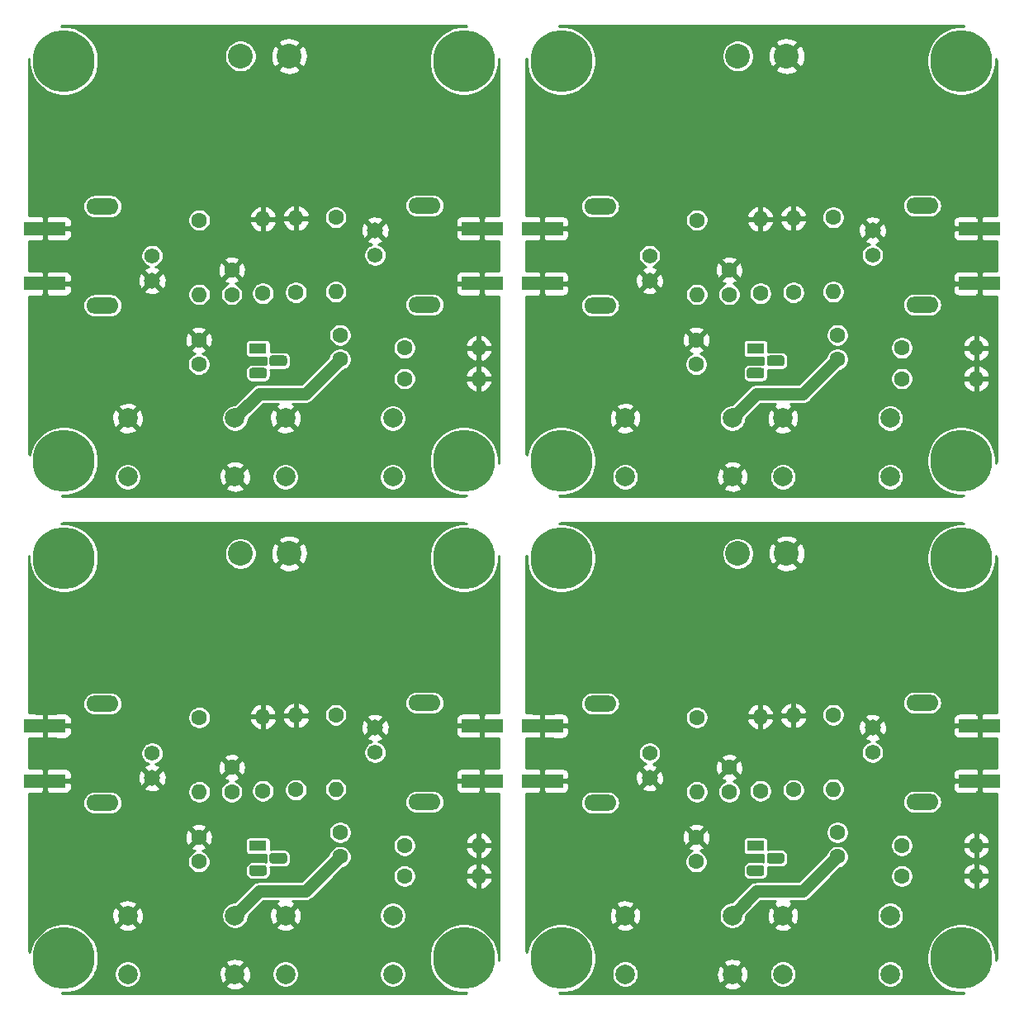
<source format=gbl>
%MOIN*%
%OFA0B0*%
%FSLAX46Y46*%
%IPPOS*%
%LPD*%
%ADD10C,0.25*%
%ADD11C,0.062992125984251982*%
%ADD12C,0.062*%
%ADD13C,0.065*%
%ADD14O,0.13X0.065*%
%ADD15R,0.070866141732283464X0.043307086614173235*%
%ADD16O,0.062992125984251982X0.062992125984251982*%
%ADD17C,0.07874015748031496*%
%ADD18R,0.16535433070866143X0.053149606299212608*%
%ADD19C,0.1*%
%ADD20C,0.035*%
%ADD21C,0.05*%
%ADD22C,0.01*%
%ADD23C,0.005905511811023622*%
%ADD34C,0.25*%
%ADD35C,0.062992125984251982*%
%ADD36C,0.062*%
%ADD37C,0.065*%
%ADD38O,0.13X0.065*%
%ADD39R,0.070866141732283464X0.043307086614173235*%
%ADD40O,0.062992125984251982X0.062992125984251982*%
%ADD41C,0.07874015748031496*%
%ADD42R,0.16535433070866143X0.053149606299212608*%
%ADD43C,0.1*%
%ADD44C,0.035*%
%ADD45C,0.05*%
%ADD46C,0.01*%
%ADD47C,0.005905511811023622*%
%ADD48C,0.25*%
%ADD49C,0.062992125984251982*%
%ADD50C,0.062*%
%ADD51C,0.065*%
%ADD52O,0.13X0.065*%
%ADD53R,0.070866141732283464X0.043307086614173235*%
%ADD54O,0.062992125984251982X0.062992125984251982*%
%ADD55C,0.07874015748031496*%
%ADD56R,0.16535433070866143X0.053149606299212608*%
%ADD57C,0.1*%
%ADD58C,0.035*%
%ADD59C,0.05*%
%ADD60C,0.01*%
%ADD61C,0.005905511811023622*%
%ADD62C,0.25*%
%ADD63C,0.062992125984251982*%
%ADD64C,0.062*%
%ADD65C,0.065*%
%ADD66O,0.13X0.065*%
%ADD67R,0.070866141732283464X0.043307086614173235*%
%ADD68O,0.062992125984251982X0.062992125984251982*%
%ADD69C,0.07874015748031496*%
%ADD70R,0.16535433070866143X0.053149606299212608*%
%ADD71C,0.1*%
%ADD72C,0.035*%
%ADD73C,0.05*%
%ADD74C,0.01*%
%ADD75C,0.005905511811023622*%
G01*
D10*
X-0002600000Y0003329133D02*
X0000157480Y0001771653D03*
X0001771653Y0001771653D03*
X0000157480Y0000157480D03*
X0001771653Y0000157480D03*
D11*
X0000701999Y0000645559D03*
X0000701999Y0000547133D03*
X0001271999Y0000567133D03*
X0001271999Y0000665559D03*
X0000834999Y0000829133D03*
X0000834999Y0000927559D03*
D12*
X0000513999Y0000985133D03*
D13*
X0000513999Y0000885133D03*
D14*
X0000314000Y0000785133D03*
X0000314000Y0001185133D03*
X0001613999Y0000788133D03*
X0001613999Y0001188133D03*
D13*
X0001414000Y0001088133D03*
D12*
X0001414000Y0000988133D03*
G36*
G01*
X0000998141Y0000582787D02*
X0001047354Y0000582787D01*
G75*
G02*
X0001058181Y0000571960J-0000010826D01*
G01*
X0001058181Y0000550307D01*
G75*
G02*
X0001047354Y0000539480I-0000010826D01*
G01*
X0000998141Y0000539480D01*
G75*
G02*
X0000987314Y0000550307J0000010826D01*
G01*
X0000987314Y0000571960D01*
G75*
G02*
X0000998141Y0000582787I0000010826D01*
G01*
G37*
G36*
G01*
X0000916645Y0000532787D02*
X0000965858Y0000532787D01*
G75*
G02*
X0000976685Y0000521960J-0000010826D01*
G01*
X0000976685Y0000500307D01*
G75*
G02*
X0000965858Y0000489480I-0000010826D01*
G01*
X0000916645Y0000489480D01*
G75*
G02*
X0000905818Y0000500307J0000010826D01*
G01*
X0000905818Y0000521960D01*
G75*
G02*
X0000916645Y0000532787I0000010826D01*
G01*
G37*
D15*
X0000941251Y0000611133D03*
D16*
X0001254999Y0000840133D03*
D11*
X0001254999Y0001140133D03*
X0001093999Y0000837133D03*
D16*
X0001093999Y0001137133D03*
X0000960999Y0001133133D03*
D11*
X0000960999Y0000833133D03*
X0000703999Y0001129133D03*
D16*
X0000703999Y0000829133D03*
D11*
X0001531999Y0000489133D03*
D16*
X0001831999Y0000489133D03*
X0001831999Y0000613133D03*
D11*
X0001531999Y0000613133D03*
D17*
X0001051999Y0000093133D03*
X0001485070Y0000093133D03*
X0001051999Y0000329354D03*
X0001485070Y0000329354D03*
X0000848070Y0000329354D03*
X0000414999Y0000329354D03*
X0000848070Y0000093133D03*
X0000414999Y0000093133D03*
D18*
X0000080999Y0001095354D03*
X0000080999Y0000872913D03*
X0001845999Y0001095472D03*
X0001845999Y0000873031D03*
D19*
X0001066850Y0001791133D03*
X0000870000Y0001791133D03*
D20*
X0001845999Y0001147133D03*
X0001845999Y0000819133D03*
X0000082999Y0001160133D03*
X0000082999Y0000817133D03*
D21*
X0000848070Y0000329354D02*
X0000945850Y0000427133D01*
X0001131999Y0000427133D02*
X0001271999Y0000567133D01*
X0000945850Y0000427133D02*
X0001131999Y0000427133D01*
D22*
X0001780488Y0001913227D02*
X0001782062Y0001911653D01*
X0001757864Y0001911653D01*
X0001730817Y0001906273D01*
X0001705338Y0001895719D01*
X0001682408Y0001880398D01*
X0001662908Y0001860898D01*
X0001647587Y0001837968D01*
X0001637033Y0001812490D01*
X0001631653Y0001785442D01*
X0001631653Y0001757864D01*
X0001637033Y0001730817D01*
X0001647587Y0001705338D01*
X0001662908Y0001682408D01*
X0001682408Y0001662908D01*
X0001705338Y0001647587D01*
X0001730817Y0001637033D01*
X0001757864Y0001631653D01*
X0001785442Y0001631653D01*
X0001812490Y0001637033D01*
X0001837968Y0001647587D01*
X0001860898Y0001662908D01*
X0001880398Y0001682408D01*
X0001895719Y0001705338D01*
X0001906273Y0001730817D01*
X0001911653Y0001757864D01*
X0001911653Y0001782062D01*
X0001913270Y0001780445D01*
X0001914164Y0001771942D01*
X0001914165Y0001771624D01*
X0001914165Y0001147143D01*
X0001857250Y0001147047D01*
X0001851000Y0001140797D01*
X0001851000Y0001100472D01*
X0001851787Y0001100472D01*
X0001851787Y0001090472D01*
X0001851000Y0001090472D01*
X0001851000Y0001050147D01*
X0001857250Y0001043897D01*
X0001914165Y0001043801D01*
X0001914165Y0000924702D01*
X0001857250Y0000924606D01*
X0001851000Y0000918356D01*
X0001851000Y0000878031D01*
X0001851787Y0000878031D01*
X0001851787Y0000868031D01*
X0001851000Y0000868031D01*
X0001851000Y0000827706D01*
X0001857250Y0000821456D01*
X0001914165Y0000821360D01*
X0001914165Y0000158212D01*
X0001913227Y0000148644D01*
X0001911653Y0000147071D01*
X0001911653Y0000171269D01*
X0001906273Y0000198316D01*
X0001895719Y0000223795D01*
X0001880398Y0000246725D01*
X0001860898Y0000266225D01*
X0001837968Y0000281546D01*
X0001812490Y0000292100D01*
X0001785442Y0000297480D01*
X0001757864Y0000297480D01*
X0001730817Y0000292100D01*
X0001705338Y0000281546D01*
X0001682408Y0000266225D01*
X0001662908Y0000246725D01*
X0001647587Y0000223795D01*
X0001637033Y0000198316D01*
X0001631653Y0000171269D01*
X0001631653Y0000143691D01*
X0001637033Y0000116643D01*
X0001647587Y0000091165D01*
X0001662908Y0000068235D01*
X0001682408Y0000048735D01*
X0001705338Y0000033413D01*
X0001730817Y0000022860D01*
X0001757864Y0000017480D01*
X0001782062Y0000017480D01*
X0001780445Y0000015863D01*
X0001771942Y0000014969D01*
X0001771624Y0000014968D01*
X0000158212Y0000014968D01*
X0000151372Y0000015639D01*
X0000149899Y0000017480D01*
X0000171269Y0000017480D01*
X0000198316Y0000022860D01*
X0000223795Y0000033413D01*
X0000246725Y0000048735D01*
X0000266225Y0000068235D01*
X0000281546Y0000091165D01*
X0000284580Y0000098488D01*
X0000360629Y0000098488D01*
X0000360629Y0000087778D01*
X0000362719Y0000077274D01*
X0000366817Y0000067379D01*
X0000372767Y0000058474D01*
X0000380341Y0000050901D01*
X0000389246Y0000044951D01*
X0000399140Y0000040853D01*
X0000409644Y0000038763D01*
X0000420354Y0000038763D01*
X0000430859Y0000040853D01*
X0000440753Y0000044951D01*
X0000445963Y0000048432D01*
X0000810440Y0000048432D01*
X0000814210Y0000038023D01*
X0000825612Y0000032476D01*
X0000837878Y0000029260D01*
X0000850535Y0000028499D01*
X0000863097Y0000030222D01*
X0000875082Y0000034362D01*
X0000881930Y0000038023D01*
X0000885701Y0000048432D01*
X0000848070Y0000086062D01*
X0000810440Y0000048432D01*
X0000445963Y0000048432D01*
X0000449658Y0000050901D01*
X0000457231Y0000058474D01*
X0000463182Y0000067379D01*
X0000467280Y0000077274D01*
X0000469370Y0000087778D01*
X0000469370Y0000090669D01*
X0000783436Y0000090669D01*
X0000785159Y0000078107D01*
X0000789299Y0000066122D01*
X0000792960Y0000059273D01*
X0000803369Y0000055503D01*
X0000840999Y0000093133D01*
X0000855141Y0000093133D01*
X0000892772Y0000055503D01*
X0000903181Y0000059273D01*
X0000908728Y0000070675D01*
X0000911944Y0000082941D01*
X0000912705Y0000095598D01*
X0000912309Y0000098488D01*
X0000997629Y0000098488D01*
X0000997629Y0000087778D01*
X0000999719Y0000077274D01*
X0001003817Y0000067379D01*
X0001009767Y0000058474D01*
X0001017341Y0000050901D01*
X0001026246Y0000044951D01*
X0001036140Y0000040853D01*
X0001046644Y0000038763D01*
X0001057354Y0000038763D01*
X0001067859Y0000040853D01*
X0001077753Y0000044951D01*
X0001086658Y0000050901D01*
X0001094231Y0000058474D01*
X0001100182Y0000067379D01*
X0001104280Y0000077274D01*
X0001106370Y0000087778D01*
X0001106370Y0000098488D01*
X0001430700Y0000098488D01*
X0001430700Y0000087778D01*
X0001432790Y0000077274D01*
X0001436888Y0000067379D01*
X0001442838Y0000058474D01*
X0001450411Y0000050901D01*
X0001459316Y0000044951D01*
X0001469211Y0000040853D01*
X0001479715Y0000038763D01*
X0001490425Y0000038763D01*
X0001500929Y0000040853D01*
X0001510824Y0000044951D01*
X0001519729Y0000050901D01*
X0001527302Y0000058474D01*
X0001533252Y0000067379D01*
X0001537351Y0000077274D01*
X0001539440Y0000087778D01*
X0001539440Y0000098488D01*
X0001537351Y0000108992D01*
X0001533252Y0000118887D01*
X0001527302Y0000127792D01*
X0001519729Y0000135365D01*
X0001510824Y0000141315D01*
X0001500929Y0000145414D01*
X0001490425Y0000147503D01*
X0001479715Y0000147503D01*
X0001469211Y0000145414D01*
X0001459316Y0000141315D01*
X0001450411Y0000135365D01*
X0001442838Y0000127792D01*
X0001436888Y0000118887D01*
X0001432790Y0000108992D01*
X0001430700Y0000098488D01*
X0001106370Y0000098488D01*
X0001104280Y0000108992D01*
X0001100182Y0000118887D01*
X0001094231Y0000127792D01*
X0001086658Y0000135365D01*
X0001077753Y0000141315D01*
X0001067859Y0000145414D01*
X0001057354Y0000147503D01*
X0001046644Y0000147503D01*
X0001036140Y0000145414D01*
X0001026246Y0000141315D01*
X0001017341Y0000135365D01*
X0001009767Y0000127792D01*
X0001003817Y0000118887D01*
X0000999719Y0000108992D01*
X0000997629Y0000098488D01*
X0000912309Y0000098488D01*
X0000910982Y0000108160D01*
X0000906842Y0000120145D01*
X0000903181Y0000126993D01*
X0000892772Y0000130764D01*
X0000855141Y0000093133D01*
X0000840999Y0000093133D01*
X0000803369Y0000130764D01*
X0000792960Y0000126993D01*
X0000787413Y0000115591D01*
X0000784197Y0000103326D01*
X0000783436Y0000090669D01*
X0000469370Y0000090669D01*
X0000469370Y0000098488D01*
X0000467280Y0000108992D01*
X0000463182Y0000118887D01*
X0000457231Y0000127792D01*
X0000449658Y0000135365D01*
X0000445963Y0000137835D01*
X0000810440Y0000137835D01*
X0000848070Y0000100204D01*
X0000885701Y0000137835D01*
X0000881930Y0000148244D01*
X0000870528Y0000153791D01*
X0000858263Y0000157007D01*
X0000845606Y0000157768D01*
X0000833044Y0000156045D01*
X0000821059Y0000151905D01*
X0000814210Y0000148244D01*
X0000810440Y0000137835D01*
X0000445963Y0000137835D01*
X0000440753Y0000141315D01*
X0000430859Y0000145414D01*
X0000420354Y0000147503D01*
X0000409644Y0000147503D01*
X0000399140Y0000145414D01*
X0000389246Y0000141315D01*
X0000380341Y0000135365D01*
X0000372767Y0000127792D01*
X0000366817Y0000118887D01*
X0000362719Y0000108992D01*
X0000360629Y0000098488D01*
X0000284580Y0000098488D01*
X0000292100Y0000116643D01*
X0000297480Y0000143691D01*
X0000297480Y0000171269D01*
X0000292100Y0000198316D01*
X0000281546Y0000223795D01*
X0000266225Y0000246725D01*
X0000246725Y0000266225D01*
X0000223795Y0000281546D01*
X0000216295Y0000284653D01*
X0000377369Y0000284653D01*
X0000381139Y0000274243D01*
X0000392542Y0000268696D01*
X0000404807Y0000265480D01*
X0000417464Y0000264719D01*
X0000430026Y0000266442D01*
X0000442011Y0000270582D01*
X0000448859Y0000274243D01*
X0000452630Y0000284653D01*
X0000414999Y0000322283D01*
X0000377369Y0000284653D01*
X0000216295Y0000284653D01*
X0000198316Y0000292100D01*
X0000171269Y0000297480D01*
X0000143691Y0000297480D01*
X0000116643Y0000292100D01*
X0000091165Y0000281546D01*
X0000068235Y0000266225D01*
X0000048735Y0000246725D01*
X0000033413Y0000223795D01*
X0000022860Y0000198316D01*
X0000019349Y0000180667D01*
X0000014968Y0000186143D01*
X0000014968Y0000326889D01*
X0000350365Y0000326889D01*
X0000352088Y0000314327D01*
X0000356228Y0000302342D01*
X0000359889Y0000295494D01*
X0000370298Y0000291724D01*
X0000407928Y0000329354D01*
X0000422071Y0000329354D01*
X0000459701Y0000291724D01*
X0000470110Y0000295494D01*
X0000475657Y0000306896D01*
X0000478873Y0000319161D01*
X0000479634Y0000331818D01*
X0000479238Y0000334709D01*
X0000793700Y0000334709D01*
X0000793700Y0000323999D01*
X0000795790Y0000313495D01*
X0000799888Y0000303600D01*
X0000805838Y0000294695D01*
X0000813411Y0000287122D01*
X0000822316Y0000281172D01*
X0000832211Y0000277073D01*
X0000842715Y0000274984D01*
X0000853425Y0000274984D01*
X0000863930Y0000277073D01*
X0000873824Y0000281172D01*
X0000879034Y0000284653D01*
X0001014369Y0000284653D01*
X0001018139Y0000274243D01*
X0001029542Y0000268696D01*
X0001041807Y0000265480D01*
X0001054464Y0000264719D01*
X0001067026Y0000266442D01*
X0001079011Y0000270582D01*
X0001085860Y0000274243D01*
X0001089630Y0000284653D01*
X0001051999Y0000322283D01*
X0001014369Y0000284653D01*
X0000879034Y0000284653D01*
X0000882729Y0000287122D01*
X0000890302Y0000294695D01*
X0000896252Y0000303600D01*
X0000900351Y0000313495D01*
X0000902440Y0000323999D01*
X0000902440Y0000326889D01*
X0000987365Y0000326889D01*
X0000989088Y0000314327D01*
X0000993228Y0000302342D01*
X0000996889Y0000295494D01*
X0001007298Y0000291724D01*
X0001044928Y0000329354D01*
X0001059071Y0000329354D01*
X0001096701Y0000291724D01*
X0001107110Y0000295494D01*
X0001112657Y0000306896D01*
X0001115873Y0000319161D01*
X0001116634Y0000331818D01*
X0001116238Y0000334709D01*
X0001430700Y0000334709D01*
X0001430700Y0000323999D01*
X0001432790Y0000313495D01*
X0001436888Y0000303600D01*
X0001442838Y0000294695D01*
X0001450411Y0000287122D01*
X0001459316Y0000281172D01*
X0001469211Y0000277073D01*
X0001479715Y0000274984D01*
X0001490425Y0000274984D01*
X0001500929Y0000277073D01*
X0001510824Y0000281172D01*
X0001519729Y0000287122D01*
X0001527302Y0000294695D01*
X0001533252Y0000303600D01*
X0001537351Y0000313495D01*
X0001539440Y0000323999D01*
X0001539440Y0000334709D01*
X0001537351Y0000345213D01*
X0001533252Y0000355108D01*
X0001527302Y0000364013D01*
X0001519729Y0000371586D01*
X0001510824Y0000377536D01*
X0001500929Y0000381634D01*
X0001490425Y0000383724D01*
X0001479715Y0000383724D01*
X0001469211Y0000381634D01*
X0001459316Y0000377536D01*
X0001450411Y0000371586D01*
X0001442838Y0000364013D01*
X0001436888Y0000355108D01*
X0001432790Y0000345213D01*
X0001430700Y0000334709D01*
X0001116238Y0000334709D01*
X0001114911Y0000344380D01*
X0001110771Y0000356365D01*
X0001107110Y0000363214D01*
X0001096701Y0000366984D01*
X0001059071Y0000329354D01*
X0001044928Y0000329354D01*
X0001007298Y0000366984D01*
X0000996889Y0000363214D01*
X0000991342Y0000351812D01*
X0000988126Y0000339546D01*
X0000987365Y0000326889D01*
X0000902440Y0000326889D01*
X0000902440Y0000327155D01*
X0000962418Y0000387133D01*
X0001023132Y0000387133D01*
X0001018139Y0000384465D01*
X0001014369Y0000374055D01*
X0001051999Y0000336425D01*
X0001089630Y0000374055D01*
X0001085860Y0000384465D01*
X0001080374Y0000387133D01*
X0001130035Y0000387133D01*
X0001131999Y0000386940D01*
X0001133964Y0000387133D01*
X0001139841Y0000387712D01*
X0001147381Y0000389999D01*
X0001154330Y0000393714D01*
X0001160421Y0000398712D01*
X0001161673Y0000400239D01*
X0001255147Y0000493713D01*
X0001485503Y0000493713D01*
X0001485503Y0000484554D01*
X0001487290Y0000475571D01*
X0001490795Y0000467109D01*
X0001495884Y0000459494D01*
X0001502360Y0000453018D01*
X0001509975Y0000447929D01*
X0001518437Y0000444424D01*
X0001527420Y0000442637D01*
X0001536579Y0000442637D01*
X0001545562Y0000444424D01*
X0001554024Y0000447929D01*
X0001561639Y0000453018D01*
X0001568115Y0000459494D01*
X0001573204Y0000467109D01*
X0001576634Y0000475392D01*
X0001777200Y0000475392D01*
X0001778801Y0000470114D01*
X0001783533Y0000460101D01*
X0001790129Y0000451204D01*
X0001798333Y0000443764D01*
X0001807831Y0000438068D01*
X0001818258Y0000434334D01*
X0001827000Y0000439109D01*
X0001827000Y0000484133D01*
X0001836999Y0000484133D01*
X0001836999Y0000439109D01*
X0001845741Y0000434334D01*
X0001856168Y0000438068D01*
X0001865666Y0000443764D01*
X0001873870Y0000451204D01*
X0001880465Y0000460101D01*
X0001885198Y0000470114D01*
X0001886799Y0000475392D01*
X0001881996Y0000484133D01*
X0001836999Y0000484133D01*
X0001827000Y0000484133D01*
X0001782003Y0000484133D01*
X0001777200Y0000475392D01*
X0001576634Y0000475392D01*
X0001576709Y0000475571D01*
X0001578496Y0000484554D01*
X0001578496Y0000493713D01*
X0001576709Y0000502696D01*
X0001576634Y0000502875D01*
X0001777200Y0000502875D01*
X0001782003Y0000494133D01*
X0001827000Y0000494133D01*
X0001827000Y0000539158D01*
X0001836999Y0000539158D01*
X0001836999Y0000494133D01*
X0001881996Y0000494133D01*
X0001886799Y0000502875D01*
X0001885198Y0000508153D01*
X0001880465Y0000518166D01*
X0001873870Y0000527063D01*
X0001865666Y0000534503D01*
X0001856168Y0000540199D01*
X0001845741Y0000543933D01*
X0001836999Y0000539158D01*
X0001827000Y0000539158D01*
X0001818258Y0000543933D01*
X0001807831Y0000540199D01*
X0001798333Y0000534503D01*
X0001790129Y0000527063D01*
X0001783533Y0000518166D01*
X0001778801Y0000508153D01*
X0001777200Y0000502875D01*
X0001576634Y0000502875D01*
X0001573204Y0000511157D01*
X0001568115Y0000518773D01*
X0001561639Y0000525249D01*
X0001554024Y0000530338D01*
X0001545562Y0000533843D01*
X0001536579Y0000535629D01*
X0001527420Y0000535629D01*
X0001518437Y0000533843D01*
X0001509975Y0000530338D01*
X0001502360Y0000525249D01*
X0001495884Y0000518773D01*
X0001490795Y0000511157D01*
X0001487290Y0000502696D01*
X0001485503Y0000493713D01*
X0001255147Y0000493713D01*
X0001283436Y0000522001D01*
X0001285562Y0000522424D01*
X0001294024Y0000525929D01*
X0001301639Y0000531018D01*
X0001308115Y0000537494D01*
X0001313204Y0000545109D01*
X0001316709Y0000553571D01*
X0001318496Y0000562554D01*
X0001318496Y0000571713D01*
X0001316709Y0000580696D01*
X0001313204Y0000589157D01*
X0001308115Y0000596773D01*
X0001301639Y0000603249D01*
X0001294024Y0000608338D01*
X0001285562Y0000611843D01*
X0001276579Y0000613629D01*
X0001267420Y0000613629D01*
X0001258437Y0000611843D01*
X0001249975Y0000608338D01*
X0001242360Y0000603249D01*
X0001235884Y0000596773D01*
X0001230795Y0000589157D01*
X0001227290Y0000580696D01*
X0001226867Y0000578570D01*
X0001115431Y0000467133D01*
X0000947815Y0000467133D01*
X0000945850Y0000467327D01*
X0000943885Y0000467133D01*
X0000938009Y0000466555D01*
X0000930468Y0000464267D01*
X0000923520Y0000460553D01*
X0000917429Y0000455554D01*
X0000916176Y0000454028D01*
X0000845872Y0000383724D01*
X0000842715Y0000383724D01*
X0000832211Y0000381634D01*
X0000822316Y0000377536D01*
X0000813411Y0000371586D01*
X0000805838Y0000364013D01*
X0000799888Y0000355108D01*
X0000795790Y0000345213D01*
X0000793700Y0000334709D01*
X0000479238Y0000334709D01*
X0000477911Y0000344380D01*
X0000473771Y0000356365D01*
X0000470110Y0000363214D01*
X0000459701Y0000366984D01*
X0000422071Y0000329354D01*
X0000407928Y0000329354D01*
X0000370298Y0000366984D01*
X0000359889Y0000363214D01*
X0000354342Y0000351812D01*
X0000351126Y0000339546D01*
X0000350365Y0000326889D01*
X0000014968Y0000326889D01*
X0000014968Y0000374055D01*
X0000377369Y0000374055D01*
X0000414999Y0000336425D01*
X0000452630Y0000374055D01*
X0000448859Y0000384465D01*
X0000437457Y0000390011D01*
X0000425192Y0000393227D01*
X0000412535Y0000393988D01*
X0000399973Y0000392266D01*
X0000387988Y0000388125D01*
X0000381139Y0000384465D01*
X0000377369Y0000374055D01*
X0000014968Y0000374055D01*
X0000014968Y0000551713D01*
X0000655503Y0000551713D01*
X0000655503Y0000542554D01*
X0000657290Y0000533571D01*
X0000660795Y0000525109D01*
X0000665884Y0000517494D01*
X0000672360Y0000511018D01*
X0000679975Y0000505929D01*
X0000688437Y0000502424D01*
X0000697420Y0000500637D01*
X0000706579Y0000500637D01*
X0000715562Y0000502424D01*
X0000724024Y0000505929D01*
X0000731639Y0000511018D01*
X0000738115Y0000517494D01*
X0000743204Y0000525109D01*
X0000746709Y0000533571D01*
X0000748496Y0000542554D01*
X0000748496Y0000551713D01*
X0000746709Y0000560696D01*
X0000743204Y0000569157D01*
X0000738115Y0000576773D01*
X0000731639Y0000583249D01*
X0000724024Y0000588338D01*
X0000717420Y0000591073D01*
X0000726263Y0000594236D01*
X0000731193Y0000596871D01*
X0000734011Y0000606476D01*
X0000701999Y0000638487D01*
X0000669988Y0000606476D01*
X0000672806Y0000596871D01*
X0000682865Y0000592111D01*
X0000686740Y0000591140D01*
X0000679975Y0000588338D01*
X0000672360Y0000583249D01*
X0000665884Y0000576773D01*
X0000660795Y0000569157D01*
X0000657290Y0000560696D01*
X0000655503Y0000551713D01*
X0000014968Y0000551713D01*
X0000014968Y0000642782D01*
X0000645298Y0000642782D01*
X0000646929Y0000631774D01*
X0000650677Y0000621295D01*
X0000653312Y0000616365D01*
X0000662917Y0000613547D01*
X0000694928Y0000645559D01*
X0000709071Y0000645559D01*
X0000741082Y0000613547D01*
X0000750687Y0000616365D01*
X0000755447Y0000626425D01*
X0000757042Y0000632787D01*
X0000890746Y0000632787D01*
X0000890746Y0000589480D01*
X0000891035Y0000586539D01*
X0000891893Y0000583712D01*
X0000893286Y0000581106D01*
X0000895160Y0000578822D01*
X0000897445Y0000576947D01*
X0000900050Y0000575555D01*
X0000902878Y0000574697D01*
X0000905818Y0000574407D01*
X0000972483Y0000574407D01*
X0000972242Y0000571960D01*
X0000972242Y0000550307D01*
X0000972582Y0000546855D01*
X0000970910Y0000547362D01*
X0000965858Y0000547859D01*
X0000916645Y0000547859D01*
X0000911592Y0000547362D01*
X0000906734Y0000545888D01*
X0000902256Y0000543495D01*
X0000898332Y0000540274D01*
X0000895111Y0000536349D01*
X0000892717Y0000531871D01*
X0000891243Y0000527013D01*
X0000890746Y0000521960D01*
X0000890746Y0000500307D01*
X0000891243Y0000495254D01*
X0000892717Y0000490395D01*
X0000895111Y0000485918D01*
X0000898332Y0000481993D01*
X0000902256Y0000478772D01*
X0000906734Y0000476379D01*
X0000911592Y0000474905D01*
X0000916645Y0000474407D01*
X0000965858Y0000474407D01*
X0000970910Y0000474905D01*
X0000975769Y0000476379D01*
X0000980247Y0000478772D01*
X0000984171Y0000481993D01*
X0000987392Y0000485918D01*
X0000989786Y0000490395D01*
X0000991259Y0000495254D01*
X0000991757Y0000500307D01*
X0000991757Y0000521960D01*
X0000991417Y0000525412D01*
X0000993088Y0000524905D01*
X0000998141Y0000524407D01*
X0001047354Y0000524407D01*
X0001052407Y0000524905D01*
X0001057265Y0000526379D01*
X0001061743Y0000528772D01*
X0001065667Y0000531993D01*
X0001068888Y0000535918D01*
X0001071282Y0000540395D01*
X0001072755Y0000545254D01*
X0001073253Y0000550307D01*
X0001073253Y0000571960D01*
X0001072755Y0000577013D01*
X0001071282Y0000581871D01*
X0001068888Y0000586349D01*
X0001065667Y0000590274D01*
X0001061743Y0000593495D01*
X0001057265Y0000595888D01*
X0001052407Y0000597362D01*
X0001047354Y0000597859D01*
X0000998141Y0000597859D01*
X0000993088Y0000597362D01*
X0000991757Y0000596958D01*
X0000991757Y0000617713D01*
X0001485503Y0000617713D01*
X0001485503Y0000608554D01*
X0001487290Y0000599571D01*
X0001490795Y0000591109D01*
X0001495884Y0000583494D01*
X0001502360Y0000577018D01*
X0001509975Y0000571929D01*
X0001518437Y0000568424D01*
X0001527420Y0000566637D01*
X0001536579Y0000566637D01*
X0001545562Y0000568424D01*
X0001554024Y0000571929D01*
X0001561639Y0000577018D01*
X0001568115Y0000583494D01*
X0001573204Y0000591109D01*
X0001576634Y0000599392D01*
X0001777200Y0000599392D01*
X0001778801Y0000594114D01*
X0001783533Y0000584101D01*
X0001790129Y0000575204D01*
X0001798333Y0000567764D01*
X0001807831Y0000562068D01*
X0001818258Y0000558334D01*
X0001827000Y0000563109D01*
X0001827000Y0000608133D01*
X0001836999Y0000608133D01*
X0001836999Y0000563109D01*
X0001845741Y0000558334D01*
X0001856168Y0000562068D01*
X0001865666Y0000567764D01*
X0001873870Y0000575204D01*
X0001880465Y0000584101D01*
X0001885198Y0000594114D01*
X0001886799Y0000599392D01*
X0001881996Y0000608133D01*
X0001836999Y0000608133D01*
X0001827000Y0000608133D01*
X0001782003Y0000608133D01*
X0001777200Y0000599392D01*
X0001576634Y0000599392D01*
X0001576709Y0000599571D01*
X0001578496Y0000608554D01*
X0001578496Y0000617713D01*
X0001576709Y0000626696D01*
X0001576634Y0000626875D01*
X0001777200Y0000626875D01*
X0001782003Y0000618133D01*
X0001827000Y0000618133D01*
X0001827000Y0000663158D01*
X0001836999Y0000663158D01*
X0001836999Y0000618133D01*
X0001881996Y0000618133D01*
X0001886799Y0000626875D01*
X0001885198Y0000632152D01*
X0001880465Y0000642166D01*
X0001873870Y0000651063D01*
X0001865666Y0000658503D01*
X0001856168Y0000664199D01*
X0001845741Y0000667933D01*
X0001836999Y0000663158D01*
X0001827000Y0000663158D01*
X0001818258Y0000667933D01*
X0001807831Y0000664199D01*
X0001798333Y0000658503D01*
X0001790129Y0000651063D01*
X0001783533Y0000642166D01*
X0001778801Y0000632152D01*
X0001777200Y0000626875D01*
X0001576634Y0000626875D01*
X0001573204Y0000635157D01*
X0001568115Y0000642773D01*
X0001561639Y0000649249D01*
X0001554024Y0000654338D01*
X0001545562Y0000657843D01*
X0001536579Y0000659629D01*
X0001527420Y0000659629D01*
X0001518437Y0000657843D01*
X0001509975Y0000654338D01*
X0001502360Y0000649249D01*
X0001495884Y0000642773D01*
X0001490795Y0000635157D01*
X0001487290Y0000626696D01*
X0001485503Y0000617713D01*
X0000991757Y0000617713D01*
X0000991757Y0000632787D01*
X0000991467Y0000635727D01*
X0000990610Y0000638555D01*
X0000989217Y0000641161D01*
X0000987342Y0000643445D01*
X0000985058Y0000645319D01*
X0000982453Y0000646712D01*
X0000979625Y0000647570D01*
X0000976685Y0000647859D01*
X0000905818Y0000647859D01*
X0000902878Y0000647570D01*
X0000900050Y0000646712D01*
X0000897445Y0000645319D01*
X0000895160Y0000643445D01*
X0000893286Y0000641161D01*
X0000891893Y0000638555D01*
X0000891035Y0000635727D01*
X0000890746Y0000632787D01*
X0000757042Y0000632787D01*
X0000758153Y0000637219D01*
X0000758701Y0000648335D01*
X0000757070Y0000659343D01*
X0000753322Y0000669822D01*
X0000753154Y0000670138D01*
X0001225503Y0000670138D01*
X0001225503Y0000660979D01*
X0001227290Y0000651996D01*
X0001230795Y0000643534D01*
X0001235884Y0000635919D01*
X0001242360Y0000629443D01*
X0001249975Y0000624354D01*
X0001258437Y0000620849D01*
X0001267420Y0000619062D01*
X0001276579Y0000619062D01*
X0001285562Y0000620849D01*
X0001294024Y0000624354D01*
X0001301639Y0000629443D01*
X0001308115Y0000635919D01*
X0001313204Y0000643534D01*
X0001316709Y0000651996D01*
X0001318496Y0000660979D01*
X0001318496Y0000670138D01*
X0001316709Y0000679121D01*
X0001313204Y0000687583D01*
X0001308115Y0000695198D01*
X0001301639Y0000701674D01*
X0001294024Y0000706763D01*
X0001285562Y0000710268D01*
X0001276579Y0000712055D01*
X0001267420Y0000712055D01*
X0001258437Y0000710268D01*
X0001249975Y0000706763D01*
X0001242360Y0000701674D01*
X0001235884Y0000695198D01*
X0001230795Y0000687583D01*
X0001227290Y0000679121D01*
X0001225503Y0000670138D01*
X0000753154Y0000670138D01*
X0000750687Y0000674752D01*
X0000741082Y0000677570D01*
X0000709071Y0000645559D01*
X0000694928Y0000645559D01*
X0000662917Y0000677570D01*
X0000653312Y0000674752D01*
X0000648552Y0000664693D01*
X0000645846Y0000653898D01*
X0000645298Y0000642782D01*
X0000014968Y0000642782D01*
X0000014968Y0000684641D01*
X0000669988Y0000684641D01*
X0000701999Y0000652630D01*
X0000734011Y0000684641D01*
X0000731193Y0000694246D01*
X0000721133Y0000699006D01*
X0000710339Y0000701712D01*
X0000699223Y0000702260D01*
X0000688215Y0000700629D01*
X0000677736Y0000696882D01*
X0000672806Y0000694246D01*
X0000669988Y0000684641D01*
X0000014968Y0000684641D01*
X0000014968Y0000785133D01*
X0000233770Y0000785133D01*
X0000234687Y0000775822D01*
X0000237403Y0000766868D01*
X0000241814Y0000758616D01*
X0000247749Y0000751383D01*
X0000254982Y0000745447D01*
X0000263234Y0000741037D01*
X0000272188Y0000738321D01*
X0000279166Y0000737633D01*
X0000348833Y0000737633D01*
X0000355811Y0000738321D01*
X0000364765Y0000741037D01*
X0000373017Y0000745447D01*
X0000380250Y0000751383D01*
X0000386185Y0000758616D01*
X0000390596Y0000766868D01*
X0000393312Y0000775822D01*
X0000394229Y0000785133D01*
X0000393312Y0000794445D01*
X0000390596Y0000803399D01*
X0000386185Y0000811651D01*
X0000380250Y0000818883D01*
X0000373017Y0000824819D01*
X0000364765Y0000829230D01*
X0000355811Y0000831946D01*
X0000348833Y0000832633D01*
X0000279166Y0000832633D01*
X0000272188Y0000831946D01*
X0000263234Y0000829230D01*
X0000254982Y0000824819D01*
X0000247749Y0000818883D01*
X0000241814Y0000811651D01*
X0000237403Y0000803399D01*
X0000234687Y0000794445D01*
X0000233770Y0000785133D01*
X0000014968Y0000785133D01*
X0000014968Y0000821245D01*
X0000069749Y0000821338D01*
X0000075999Y0000827588D01*
X0000075999Y0000867913D01*
X0000085999Y0000867913D01*
X0000085999Y0000827588D01*
X0000092249Y0000821338D01*
X0000163677Y0000821217D01*
X0000168577Y0000821700D01*
X0000173290Y0000823129D01*
X0000177633Y0000825451D01*
X0000181440Y0000828575D01*
X0000184564Y0000832382D01*
X0000186885Y0000836725D01*
X0000188315Y0000841437D01*
X0000188699Y0000845334D01*
X0000481271Y0000845334D01*
X0000484211Y0000835626D01*
X0000494442Y0000830766D01*
X0000505424Y0000827995D01*
X0000516736Y0000827420D01*
X0000527943Y0000829063D01*
X0000538614Y0000832860D01*
X0000540208Y0000833713D01*
X0000657503Y0000833713D01*
X0000657503Y0000824554D01*
X0000659290Y0000815571D01*
X0000662795Y0000807109D01*
X0000667884Y0000799494D01*
X0000674360Y0000793017D01*
X0000681975Y0000787929D01*
X0000690437Y0000784424D01*
X0000699420Y0000782637D01*
X0000708579Y0000782637D01*
X0000717562Y0000784424D01*
X0000726024Y0000787929D01*
X0000733639Y0000793017D01*
X0000740115Y0000799494D01*
X0000745204Y0000807109D01*
X0000748709Y0000815571D01*
X0000750496Y0000824554D01*
X0000750496Y0000833713D01*
X0000788503Y0000833713D01*
X0000788503Y0000824554D01*
X0000790290Y0000815571D01*
X0000793795Y0000807109D01*
X0000798884Y0000799494D01*
X0000805360Y0000793017D01*
X0000812975Y0000787929D01*
X0000821437Y0000784424D01*
X0000830420Y0000782637D01*
X0000839579Y0000782637D01*
X0000848562Y0000784424D01*
X0000857024Y0000787929D01*
X0000864639Y0000793017D01*
X0000871115Y0000799494D01*
X0000876204Y0000807109D01*
X0000879709Y0000815571D01*
X0000881496Y0000824554D01*
X0000881496Y0000833713D01*
X0000880700Y0000837713D01*
X0000914503Y0000837713D01*
X0000914503Y0000828554D01*
X0000916290Y0000819571D01*
X0000919795Y0000811109D01*
X0000924884Y0000803494D01*
X0000931360Y0000797018D01*
X0000938975Y0000791929D01*
X0000947437Y0000788424D01*
X0000956420Y0000786637D01*
X0000965579Y0000786637D01*
X0000973100Y0000788133D01*
X0001533770Y0000788133D01*
X0001534687Y0000778822D01*
X0001537403Y0000769868D01*
X0001541814Y0000761616D01*
X0001547749Y0000754383D01*
X0001554982Y0000748447D01*
X0001563234Y0000744037D01*
X0001572188Y0000741321D01*
X0001579166Y0000740633D01*
X0001648833Y0000740633D01*
X0001655811Y0000741321D01*
X0001664765Y0000744037D01*
X0001673017Y0000748447D01*
X0001680250Y0000754383D01*
X0001686185Y0000761616D01*
X0001690596Y0000769868D01*
X0001693312Y0000778822D01*
X0001694229Y0000788133D01*
X0001693312Y0000797445D01*
X0001690596Y0000806399D01*
X0001686185Y0000814651D01*
X0001680250Y0000821883D01*
X0001673017Y0000827819D01*
X0001664765Y0000832230D01*
X0001655811Y0000834946D01*
X0001648833Y0000835633D01*
X0001579166Y0000835633D01*
X0001572188Y0000834946D01*
X0001563234Y0000832230D01*
X0001554982Y0000827819D01*
X0001547749Y0000821883D01*
X0001541814Y0000814651D01*
X0001537403Y0000806399D01*
X0001534687Y0000797445D01*
X0001533770Y0000788133D01*
X0000973100Y0000788133D01*
X0000974562Y0000788424D01*
X0000983024Y0000791929D01*
X0000990639Y0000797018D01*
X0000997115Y0000803494D01*
X0001002204Y0000811109D01*
X0001005709Y0000819571D01*
X0001007496Y0000828554D01*
X0001007496Y0000837713D01*
X0001006700Y0000841713D01*
X0001047503Y0000841713D01*
X0001047503Y0000832554D01*
X0001049290Y0000823571D01*
X0001052795Y0000815109D01*
X0001057884Y0000807494D01*
X0001064360Y0000801018D01*
X0001071975Y0000795929D01*
X0001080437Y0000792424D01*
X0001089420Y0000790637D01*
X0001098579Y0000790637D01*
X0001107562Y0000792424D01*
X0001116024Y0000795929D01*
X0001123639Y0000801018D01*
X0001130115Y0000807494D01*
X0001135204Y0000815109D01*
X0001138709Y0000823571D01*
X0001140496Y0000832554D01*
X0001140496Y0000841713D01*
X0001139899Y0000844713D01*
X0001208503Y0000844713D01*
X0001208503Y0000835554D01*
X0001210290Y0000826571D01*
X0001213795Y0000818109D01*
X0001218884Y0000810494D01*
X0001225360Y0000804018D01*
X0001232975Y0000798929D01*
X0001241437Y0000795424D01*
X0001250420Y0000793637D01*
X0001259579Y0000793637D01*
X0001268562Y0000795424D01*
X0001277024Y0000798929D01*
X0001284639Y0000804018D01*
X0001291115Y0000810494D01*
X0001296204Y0000818109D01*
X0001299709Y0000826571D01*
X0001301496Y0000835554D01*
X0001301496Y0000844713D01*
X0001301149Y0000846456D01*
X0001738201Y0000846456D01*
X0001738684Y0000841555D01*
X0001740114Y0000836843D01*
X0001742435Y0000832500D01*
X0001745559Y0000828693D01*
X0001749366Y0000825569D01*
X0001753709Y0000823247D01*
X0001758421Y0000821818D01*
X0001763322Y0000821335D01*
X0001834749Y0000821456D01*
X0001840999Y0000827706D01*
X0001840999Y0000868031D01*
X0001744572Y0000868031D01*
X0001738322Y0000861781D01*
X0001738201Y0000846456D01*
X0001301149Y0000846456D01*
X0001299709Y0000853696D01*
X0001296204Y0000862157D01*
X0001291115Y0000869773D01*
X0001284639Y0000876249D01*
X0001277024Y0000881338D01*
X0001268562Y0000884843D01*
X0001259579Y0000886629D01*
X0001250420Y0000886629D01*
X0001241437Y0000884843D01*
X0001232975Y0000881338D01*
X0001225360Y0000876249D01*
X0001218884Y0000869773D01*
X0001213795Y0000862157D01*
X0001210290Y0000853696D01*
X0001208503Y0000844713D01*
X0001139899Y0000844713D01*
X0001138709Y0000850696D01*
X0001135204Y0000859157D01*
X0001130115Y0000866773D01*
X0001123639Y0000873249D01*
X0001116024Y0000878338D01*
X0001107562Y0000881843D01*
X0001098579Y0000883629D01*
X0001089420Y0000883629D01*
X0001080437Y0000881843D01*
X0001071975Y0000878338D01*
X0001064360Y0000873249D01*
X0001057884Y0000866773D01*
X0001052795Y0000859157D01*
X0001049290Y0000850696D01*
X0001047503Y0000841713D01*
X0001006700Y0000841713D01*
X0001005709Y0000846696D01*
X0001002204Y0000855157D01*
X0000997115Y0000862773D01*
X0000990639Y0000869249D01*
X0000983024Y0000874338D01*
X0000974562Y0000877843D01*
X0000965579Y0000879629D01*
X0000956420Y0000879629D01*
X0000947437Y0000877843D01*
X0000938975Y0000874338D01*
X0000931360Y0000869249D01*
X0000924884Y0000862773D01*
X0000919795Y0000855157D01*
X0000916290Y0000846696D01*
X0000914503Y0000837713D01*
X0000880700Y0000837713D01*
X0000879709Y0000842696D01*
X0000876204Y0000851157D01*
X0000871115Y0000858773D01*
X0000864639Y0000865249D01*
X0000857024Y0000870338D01*
X0000850420Y0000873073D01*
X0000859263Y0000876236D01*
X0000864193Y0000878871D01*
X0000867011Y0000888476D01*
X0000834999Y0000920487D01*
X0000802988Y0000888476D01*
X0000805806Y0000878871D01*
X0000815865Y0000874111D01*
X0000819740Y0000873140D01*
X0000812975Y0000870338D01*
X0000805360Y0000865249D01*
X0000798884Y0000858773D01*
X0000793795Y0000851157D01*
X0000790290Y0000842696D01*
X0000788503Y0000833713D01*
X0000750496Y0000833713D01*
X0000748709Y0000842696D01*
X0000745204Y0000851157D01*
X0000740115Y0000858773D01*
X0000733639Y0000865249D01*
X0000726024Y0000870338D01*
X0000717562Y0000873843D01*
X0000708579Y0000875629D01*
X0000699420Y0000875629D01*
X0000690437Y0000873843D01*
X0000681975Y0000870338D01*
X0000674360Y0000865249D01*
X0000667884Y0000858773D01*
X0000662795Y0000851157D01*
X0000659290Y0000842696D01*
X0000657503Y0000833713D01*
X0000540208Y0000833713D01*
X0000543788Y0000835626D01*
X0000546728Y0000845334D01*
X0000513999Y0000878062D01*
X0000481271Y0000845334D01*
X0000188699Y0000845334D01*
X0000188798Y0000846338D01*
X0000188677Y0000861663D01*
X0000182427Y0000867913D01*
X0000085999Y0000867913D01*
X0000075999Y0000867913D01*
X0000075212Y0000867913D01*
X0000075212Y0000877913D01*
X0000075999Y0000877913D01*
X0000075999Y0000918238D01*
X0000085999Y0000918238D01*
X0000085999Y0000877913D01*
X0000182427Y0000877913D01*
X0000186911Y0000882397D01*
X0000456286Y0000882397D01*
X0000457929Y0000871190D01*
X0000461726Y0000860519D01*
X0000464492Y0000855345D01*
X0000474200Y0000852405D01*
X0000506928Y0000885133D01*
X0000521071Y0000885133D01*
X0000553799Y0000852405D01*
X0000563507Y0000855345D01*
X0000568367Y0000865575D01*
X0000571138Y0000876558D01*
X0000571713Y0000887870D01*
X0000570070Y0000899076D01*
X0000566273Y0000909747D01*
X0000563507Y0000914922D01*
X0000553799Y0000917862D01*
X0000521071Y0000885133D01*
X0000506928Y0000885133D01*
X0000474200Y0000917862D01*
X0000464492Y0000914922D01*
X0000459632Y0000904691D01*
X0000456861Y0000893709D01*
X0000456286Y0000882397D01*
X0000186911Y0000882397D01*
X0000188677Y0000884163D01*
X0000188798Y0000899488D01*
X0000188315Y0000904389D01*
X0000186885Y0000909101D01*
X0000184564Y0000913444D01*
X0000181440Y0000917251D01*
X0000177633Y0000920375D01*
X0000173290Y0000922696D01*
X0000168577Y0000924126D01*
X0000163677Y0000924609D01*
X0000092249Y0000924488D01*
X0000085999Y0000918238D01*
X0000075999Y0000918238D01*
X0000069749Y0000924488D01*
X0000014968Y0000924580D01*
X0000014968Y0000989664D01*
X0000467999Y0000989664D01*
X0000467999Y0000980603D01*
X0000469767Y0000971716D01*
X0000473235Y0000963344D01*
X0000478269Y0000955810D01*
X0000484676Y0000949403D01*
X0000492210Y0000944369D01*
X0000499946Y0000941165D01*
X0000489385Y0000937406D01*
X0000484211Y0000934640D01*
X0000481271Y0000924933D01*
X0000513999Y0000892204D01*
X0000546578Y0000924782D01*
X0000778298Y0000924782D01*
X0000779929Y0000913774D01*
X0000783677Y0000903295D01*
X0000786312Y0000898365D01*
X0000795917Y0000895547D01*
X0000827928Y0000927559D01*
X0000842071Y0000927559D01*
X0000874082Y0000895547D01*
X0000883687Y0000898365D01*
X0000884274Y0000899606D01*
X0001738201Y0000899606D01*
X0001738322Y0000884281D01*
X0001744572Y0000878031D01*
X0001840999Y0000878031D01*
X0001840999Y0000918356D01*
X0001834749Y0000924606D01*
X0001763322Y0000924727D01*
X0001758421Y0000924244D01*
X0001753709Y0000922815D01*
X0001749366Y0000920493D01*
X0001745559Y0000917369D01*
X0001742435Y0000913562D01*
X0001740114Y0000909219D01*
X0001738684Y0000904507D01*
X0001738201Y0000899606D01*
X0000884274Y0000899606D01*
X0000888447Y0000908425D01*
X0000891153Y0000919219D01*
X0000891701Y0000930335D01*
X0000890070Y0000941343D01*
X0000886322Y0000951822D01*
X0000883687Y0000956752D01*
X0000874082Y0000959570D01*
X0000842071Y0000927559D01*
X0000827928Y0000927559D01*
X0000795917Y0000959570D01*
X0000786312Y0000956752D01*
X0000781552Y0000946693D01*
X0000778846Y0000935898D01*
X0000778298Y0000924782D01*
X0000546578Y0000924782D01*
X0000546728Y0000924933D01*
X0000543788Y0000934640D01*
X0000533557Y0000939501D01*
X0000527640Y0000940994D01*
X0000535789Y0000944369D01*
X0000543323Y0000949403D01*
X0000549730Y0000955810D01*
X0000554764Y0000963344D01*
X0000556130Y0000966641D01*
X0000802988Y0000966641D01*
X0000834999Y0000934630D01*
X0000867011Y0000966641D01*
X0000864193Y0000976246D01*
X0000854133Y0000981006D01*
X0000843339Y0000983712D01*
X0000832223Y0000984260D01*
X0000821215Y0000982629D01*
X0000810736Y0000978882D01*
X0000805806Y0000976246D01*
X0000802988Y0000966641D01*
X0000556130Y0000966641D01*
X0000558232Y0000971716D01*
X0000559999Y0000980603D01*
X0000559999Y0000989664D01*
X0000559403Y0000992664D01*
X0001367999Y0000992664D01*
X0001367999Y0000983603D01*
X0001369767Y0000974716D01*
X0001373235Y0000966344D01*
X0001378269Y0000958810D01*
X0001384676Y0000952403D01*
X0001392210Y0000947369D01*
X0001400582Y0000943901D01*
X0001409469Y0000942133D01*
X0001418530Y0000942133D01*
X0001427417Y0000943901D01*
X0001435789Y0000947369D01*
X0001443323Y0000952403D01*
X0001449730Y0000958810D01*
X0001454764Y0000966344D01*
X0001458232Y0000974716D01*
X0001459999Y0000983603D01*
X0001459999Y0000992664D01*
X0001458232Y0001001551D01*
X0001454764Y0001009923D01*
X0001449730Y0001017457D01*
X0001443323Y0001023864D01*
X0001435789Y0001028898D01*
X0001428053Y0001032102D01*
X0001438614Y0001035860D01*
X0001443788Y0001038626D01*
X0001446728Y0001048334D01*
X0001414000Y0001081062D01*
X0001381271Y0001048334D01*
X0001384211Y0001038626D01*
X0001394442Y0001033766D01*
X0001400358Y0001032273D01*
X0001392210Y0001028898D01*
X0001384676Y0001023864D01*
X0001378269Y0001017457D01*
X0001373235Y0001009923D01*
X0001369767Y0001001551D01*
X0001367999Y0000992664D01*
X0000559403Y0000992664D01*
X0000558232Y0000998551D01*
X0000554764Y0001006923D01*
X0000549730Y0001014457D01*
X0000543323Y0001020864D01*
X0000535789Y0001025898D01*
X0000527417Y0001029366D01*
X0000518530Y0001031133D01*
X0000509469Y0001031133D01*
X0000500582Y0001029366D01*
X0000492210Y0001025898D01*
X0000484676Y0001020864D01*
X0000478269Y0001014457D01*
X0000473235Y0001006923D01*
X0000469767Y0000998551D01*
X0000467999Y0000989664D01*
X0000014968Y0000989664D01*
X0000014968Y0001043686D01*
X0000069749Y0001043779D01*
X0000075999Y0001050029D01*
X0000075999Y0001090354D01*
X0000085999Y0001090354D01*
X0000085999Y0001050029D01*
X0000092249Y0001043779D01*
X0000163677Y0001043658D01*
X0000168577Y0001044141D01*
X0000173290Y0001045570D01*
X0000177633Y0001047892D01*
X0000181440Y0001051016D01*
X0000184564Y0001054823D01*
X0000186885Y0001059166D01*
X0000188315Y0001063878D01*
X0000188798Y0001068779D01*
X0000188677Y0001084104D01*
X0000182427Y0001090354D01*
X0000085999Y0001090354D01*
X0000075999Y0001090354D01*
X0000075212Y0001090354D01*
X0000075212Y0001100354D01*
X0000075999Y0001100354D01*
X0000075999Y0001140679D01*
X0000085999Y0001140679D01*
X0000085999Y0001100354D01*
X0000182427Y0001100354D01*
X0000188677Y0001106604D01*
X0000188798Y0001121929D01*
X0000188315Y0001126830D01*
X0000186885Y0001131542D01*
X0000185725Y0001133713D01*
X0000657503Y0001133713D01*
X0000657503Y0001124554D01*
X0000659290Y0001115571D01*
X0000662795Y0001107109D01*
X0000667884Y0001099494D01*
X0000674360Y0001093018D01*
X0000681975Y0001087929D01*
X0000690437Y0001084424D01*
X0000699420Y0001082637D01*
X0000708579Y0001082637D01*
X0000717562Y0001084424D01*
X0000726024Y0001087929D01*
X0000733639Y0001093018D01*
X0000740115Y0001099494D01*
X0000745204Y0001107109D01*
X0000748709Y0001115571D01*
X0000749469Y0001119392D01*
X0000906200Y0001119392D01*
X0000909934Y0001108965D01*
X0000915630Y0001099467D01*
X0000923070Y0001091263D01*
X0000931967Y0001084667D01*
X0000941980Y0001079935D01*
X0000947258Y0001078334D01*
X0000955999Y0001083137D01*
X0000955999Y0001128133D01*
X0000966000Y0001128133D01*
X0000966000Y0001083137D01*
X0000974741Y0001078334D01*
X0000980019Y0001079935D01*
X0000990032Y0001084667D01*
X0000998929Y0001091263D01*
X0001006369Y0001099467D01*
X0001012065Y0001108965D01*
X0001015799Y0001119392D01*
X0001013614Y0001123392D01*
X0001039200Y0001123392D01*
X0001042934Y0001112965D01*
X0001048630Y0001103467D01*
X0001056070Y0001095263D01*
X0001064967Y0001088667D01*
X0001074980Y0001083935D01*
X0001080258Y0001082334D01*
X0001088999Y0001087137D01*
X0001088999Y0001132133D01*
X0001098999Y0001132133D01*
X0001098999Y0001087137D01*
X0001107741Y0001082334D01*
X0001113019Y0001083935D01*
X0001116113Y0001085397D01*
X0001356286Y0001085397D01*
X0001357929Y0001074190D01*
X0001361726Y0001063519D01*
X0001364492Y0001058345D01*
X0001374200Y0001055405D01*
X0001406928Y0001088133D01*
X0001421071Y0001088133D01*
X0001453799Y0001055405D01*
X0001463507Y0001058345D01*
X0001468367Y0001068575D01*
X0001468448Y0001068897D01*
X0001738201Y0001068897D01*
X0001738684Y0001063996D01*
X0001740114Y0001059284D01*
X0001742435Y0001054941D01*
X0001745559Y0001051134D01*
X0001749366Y0001048010D01*
X0001753709Y0001045688D01*
X0001758421Y0001044259D01*
X0001763322Y0001043776D01*
X0001834749Y0001043897D01*
X0001840999Y0001050147D01*
X0001840999Y0001090472D01*
X0001744572Y0001090472D01*
X0001738322Y0001084222D01*
X0001738201Y0001068897D01*
X0001468448Y0001068897D01*
X0001471138Y0001079558D01*
X0001471713Y0001090870D01*
X0001470070Y0001102076D01*
X0001466273Y0001112747D01*
X0001463507Y0001117922D01*
X0001453799Y0001120862D01*
X0001421071Y0001088133D01*
X0001406928Y0001088133D01*
X0001374200Y0001120862D01*
X0001364492Y0001117922D01*
X0001359632Y0001107691D01*
X0001356861Y0001096709D01*
X0001356286Y0001085397D01*
X0001116113Y0001085397D01*
X0001123032Y0001088667D01*
X0001131929Y0001095263D01*
X0001139369Y0001103467D01*
X0001145065Y0001112965D01*
X0001148799Y0001123392D01*
X0001144024Y0001132133D01*
X0001098999Y0001132133D01*
X0001088999Y0001132133D01*
X0001043975Y0001132133D01*
X0001039200Y0001123392D01*
X0001013614Y0001123392D01*
X0001011024Y0001128133D01*
X0000966000Y0001128133D01*
X0000955999Y0001128133D01*
X0000910975Y0001128133D01*
X0000906200Y0001119392D01*
X0000749469Y0001119392D01*
X0000750496Y0001124554D01*
X0000750496Y0001133713D01*
X0000748709Y0001142696D01*
X0000746978Y0001146875D01*
X0000906200Y0001146875D01*
X0000910975Y0001138133D01*
X0000955999Y0001138133D01*
X0000955999Y0001183130D01*
X0000966000Y0001183130D01*
X0000966000Y0001138133D01*
X0001011024Y0001138133D01*
X0001015799Y0001146875D01*
X0001014367Y0001150875D01*
X0001039200Y0001150875D01*
X0001043975Y0001142133D01*
X0001088999Y0001142133D01*
X0001088999Y0001187130D01*
X0001098999Y0001187130D01*
X0001098999Y0001142133D01*
X0001144024Y0001142133D01*
X0001145433Y0001144713D01*
X0001208503Y0001144713D01*
X0001208503Y0001135554D01*
X0001210290Y0001126571D01*
X0001213795Y0001118109D01*
X0001218884Y0001110494D01*
X0001225360Y0001104018D01*
X0001232975Y0001098929D01*
X0001241437Y0001095424D01*
X0001250420Y0001093637D01*
X0001259579Y0001093637D01*
X0001268562Y0001095424D01*
X0001277024Y0001098929D01*
X0001284639Y0001104018D01*
X0001291115Y0001110494D01*
X0001296204Y0001118109D01*
X0001299709Y0001126571D01*
X0001299980Y0001127933D01*
X0001381271Y0001127933D01*
X0001414000Y0001095204D01*
X0001440842Y0001122047D01*
X0001738201Y0001122047D01*
X0001738322Y0001106722D01*
X0001744572Y0001100472D01*
X0001840999Y0001100472D01*
X0001840999Y0001140797D01*
X0001834749Y0001147047D01*
X0001763322Y0001147168D01*
X0001758421Y0001146685D01*
X0001753709Y0001145255D01*
X0001749366Y0001142934D01*
X0001745559Y0001139810D01*
X0001742435Y0001136003D01*
X0001740114Y0001131660D01*
X0001738684Y0001126948D01*
X0001738201Y0001122047D01*
X0001440842Y0001122047D01*
X0001446728Y0001127933D01*
X0001443788Y0001137640D01*
X0001433557Y0001142501D01*
X0001422575Y0001145272D01*
X0001411263Y0001145847D01*
X0001400056Y0001144204D01*
X0001389385Y0001140406D01*
X0001384211Y0001137640D01*
X0001381271Y0001127933D01*
X0001299980Y0001127933D01*
X0001301496Y0001135554D01*
X0001301496Y0001144713D01*
X0001299709Y0001153696D01*
X0001296204Y0001162157D01*
X0001291115Y0001169773D01*
X0001284639Y0001176249D01*
X0001277024Y0001181338D01*
X0001268562Y0001184843D01*
X0001259579Y0001186629D01*
X0001250420Y0001186629D01*
X0001241437Y0001184843D01*
X0001232975Y0001181338D01*
X0001225360Y0001176249D01*
X0001218884Y0001169773D01*
X0001213795Y0001162157D01*
X0001210290Y0001153696D01*
X0001208503Y0001144713D01*
X0001145433Y0001144713D01*
X0001148799Y0001150875D01*
X0001145065Y0001161302D01*
X0001139369Y0001170800D01*
X0001131929Y0001179004D01*
X0001123032Y0001185599D01*
X0001117670Y0001188133D01*
X0001533770Y0001188133D01*
X0001534687Y0001178822D01*
X0001537403Y0001169868D01*
X0001541814Y0001161616D01*
X0001547749Y0001154383D01*
X0001554982Y0001148447D01*
X0001563234Y0001144037D01*
X0001572188Y0001141321D01*
X0001579166Y0001140633D01*
X0001648833Y0001140633D01*
X0001655811Y0001141321D01*
X0001664765Y0001144037D01*
X0001673017Y0001148447D01*
X0001680250Y0001154383D01*
X0001686185Y0001161616D01*
X0001690596Y0001169868D01*
X0001693312Y0001178822D01*
X0001694229Y0001188133D01*
X0001693312Y0001197445D01*
X0001690596Y0001206399D01*
X0001686185Y0001214651D01*
X0001680250Y0001221883D01*
X0001673017Y0001227819D01*
X0001664765Y0001232230D01*
X0001655811Y0001234946D01*
X0001648833Y0001235633D01*
X0001579166Y0001235633D01*
X0001572188Y0001234946D01*
X0001563234Y0001232230D01*
X0001554982Y0001227819D01*
X0001547749Y0001221883D01*
X0001541814Y0001214651D01*
X0001537403Y0001206399D01*
X0001534687Y0001197445D01*
X0001533770Y0001188133D01*
X0001117670Y0001188133D01*
X0001113019Y0001190332D01*
X0001107741Y0001191933D01*
X0001098999Y0001187130D01*
X0001088999Y0001187130D01*
X0001080258Y0001191933D01*
X0001074980Y0001190332D01*
X0001064967Y0001185599D01*
X0001056070Y0001179004D01*
X0001048630Y0001170800D01*
X0001042934Y0001161302D01*
X0001039200Y0001150875D01*
X0001014367Y0001150875D01*
X0001012065Y0001157302D01*
X0001006369Y0001166800D01*
X0000998929Y0001175004D01*
X0000990032Y0001181599D01*
X0000980019Y0001186332D01*
X0000974741Y0001187933D01*
X0000966000Y0001183130D01*
X0000955999Y0001183130D01*
X0000947258Y0001187933D01*
X0000941980Y0001186332D01*
X0000931967Y0001181599D01*
X0000923070Y0001175004D01*
X0000915630Y0001166800D01*
X0000909934Y0001157302D01*
X0000906200Y0001146875D01*
X0000746978Y0001146875D01*
X0000745204Y0001151157D01*
X0000740115Y0001158773D01*
X0000733639Y0001165249D01*
X0000726024Y0001170338D01*
X0000717562Y0001173843D01*
X0000708579Y0001175629D01*
X0000699420Y0001175629D01*
X0000690437Y0001173843D01*
X0000681975Y0001170338D01*
X0000674360Y0001165249D01*
X0000667884Y0001158773D01*
X0000662795Y0001151157D01*
X0000659290Y0001142696D01*
X0000657503Y0001133713D01*
X0000185725Y0001133713D01*
X0000184564Y0001135885D01*
X0000181440Y0001139692D01*
X0000177633Y0001142816D01*
X0000173290Y0001145137D01*
X0000168577Y0001146567D01*
X0000163677Y0001147050D01*
X0000092249Y0001146929D01*
X0000085999Y0001140679D01*
X0000075999Y0001140679D01*
X0000069749Y0001146929D01*
X0000014968Y0001147021D01*
X0000014968Y0001185133D01*
X0000233770Y0001185133D01*
X0000234687Y0001175822D01*
X0000237403Y0001166868D01*
X0000241814Y0001158616D01*
X0000247749Y0001151383D01*
X0000254982Y0001145447D01*
X0000263234Y0001141037D01*
X0000272188Y0001138321D01*
X0000279166Y0001137633D01*
X0000348833Y0001137633D01*
X0000355811Y0001138321D01*
X0000364765Y0001141037D01*
X0000373017Y0001145447D01*
X0000380250Y0001151383D01*
X0000386185Y0001158616D01*
X0000390596Y0001166868D01*
X0000393312Y0001175822D01*
X0000394229Y0001185133D01*
X0000393312Y0001194445D01*
X0000390596Y0001203399D01*
X0000386185Y0001211651D01*
X0000380250Y0001218883D01*
X0000373017Y0001224819D01*
X0000364765Y0001229230D01*
X0000355811Y0001231946D01*
X0000348833Y0001232633D01*
X0000279166Y0001232633D01*
X0000272188Y0001231946D01*
X0000263234Y0001229230D01*
X0000254982Y0001224819D01*
X0000247749Y0001218883D01*
X0000241814Y0001211651D01*
X0000237403Y0001203399D01*
X0000234687Y0001194445D01*
X0000233770Y0001185133D01*
X0000014968Y0001185133D01*
X0000014968Y0001770921D01*
X0000015906Y0001780489D01*
X0000017480Y0001782062D01*
X0000017480Y0001757864D01*
X0000022860Y0001730817D01*
X0000033413Y0001705338D01*
X0000048735Y0001682408D01*
X0000068235Y0001662908D01*
X0000091165Y0001647587D01*
X0000116643Y0001637033D01*
X0000143691Y0001631653D01*
X0000171269Y0001631653D01*
X0000198316Y0001637033D01*
X0000223795Y0001647587D01*
X0000246725Y0001662908D01*
X0000266225Y0001682408D01*
X0000281546Y0001705338D01*
X0000292100Y0001730817D01*
X0000297480Y0001757864D01*
X0000297480Y0001785442D01*
X0000295074Y0001797535D01*
X0000804999Y0001797535D01*
X0000804999Y0001784731D01*
X0000807497Y0001772174D01*
X0000812397Y0001760344D01*
X0000819511Y0001749698D01*
X0000828564Y0001740645D01*
X0000839210Y0001733531D01*
X0000851040Y0001728631D01*
X0000863598Y0001726133D01*
X0000876401Y0001726133D01*
X0000888959Y0001728631D01*
X0000900789Y0001733531D01*
X0000908757Y0001738856D01*
X0001021643Y0001738856D01*
X0001026695Y0001727359D01*
X0001039909Y0001720751D01*
X0001054157Y0001716847D01*
X0001068894Y0001715798D01*
X0001083552Y0001717644D01*
X0001097568Y0001722315D01*
X0001107004Y0001727359D01*
X0001112056Y0001738856D01*
X0001066850Y0001784062D01*
X0001021643Y0001738856D01*
X0000908757Y0001738856D01*
X0000911435Y0001740645D01*
X0000920488Y0001749698D01*
X0000927602Y0001760344D01*
X0000932502Y0001772174D01*
X0000934999Y0001784731D01*
X0000934999Y0001789089D01*
X0000991515Y0001789089D01*
X0000993361Y0001774432D01*
X0000998031Y0001760415D01*
X0001003075Y0001750979D01*
X0001014572Y0001745927D01*
X0001059779Y0001791133D01*
X0001073921Y0001791133D01*
X0001119127Y0001745927D01*
X0001130624Y0001750979D01*
X0001137233Y0001764192D01*
X0001141136Y0001778441D01*
X0001142185Y0001793177D01*
X0001140339Y0001807835D01*
X0001135668Y0001821851D01*
X0001130624Y0001831288D01*
X0001119127Y0001836340D01*
X0001073921Y0001791133D01*
X0001059779Y0001791133D01*
X0001014572Y0001836340D01*
X0001003075Y0001831288D01*
X0000996467Y0001818075D01*
X0000992563Y0001803826D01*
X0000991515Y0001789089D01*
X0000934999Y0001789089D01*
X0000934999Y0001797535D01*
X0000932502Y0001810093D01*
X0000927602Y0001821922D01*
X0000920488Y0001832568D01*
X0000911435Y0001841622D01*
X0000908757Y0001843411D01*
X0001021643Y0001843411D01*
X0001066850Y0001798204D01*
X0001112056Y0001843411D01*
X0001107004Y0001854908D01*
X0001093791Y0001861516D01*
X0001079542Y0001865420D01*
X0001064806Y0001866469D01*
X0001050148Y0001864622D01*
X0001036132Y0001859952D01*
X0001026695Y0001854908D01*
X0001021643Y0001843411D01*
X0000908757Y0001843411D01*
X0000900789Y0001848736D01*
X0000888959Y0001853635D01*
X0000876401Y0001856133D01*
X0000863598Y0001856133D01*
X0000851040Y0001853635D01*
X0000839210Y0001848736D01*
X0000828564Y0001841622D01*
X0000819511Y0001832568D01*
X0000812397Y0001821922D01*
X0000807497Y0001810093D01*
X0000804999Y0001797535D01*
X0000295074Y0001797535D01*
X0000292100Y0001812490D01*
X0000281546Y0001837968D01*
X0000266225Y0001860898D01*
X0000246725Y0001880398D01*
X0000223795Y0001895719D01*
X0000198316Y0001906273D01*
X0000171269Y0001911653D01*
X0000147071Y0001911653D01*
X0000148688Y0001913270D01*
X0000157191Y0001914164D01*
X0000157509Y0001914165D01*
X0001770921Y0001914165D01*
X0001780488Y0001913227D01*
D23*
G36*
X0001780488Y0001913227D02*
G01*
X0001782062Y0001911653D01*
X0001757864Y0001911653D01*
X0001730817Y0001906273D01*
X0001705338Y0001895719D01*
X0001682408Y0001880398D01*
X0001662908Y0001860898D01*
X0001647587Y0001837968D01*
X0001637033Y0001812490D01*
X0001631653Y0001785442D01*
X0001631653Y0001757864D01*
X0001637033Y0001730817D01*
X0001647587Y0001705338D01*
X0001662908Y0001682408D01*
X0001682408Y0001662908D01*
X0001705338Y0001647587D01*
X0001730817Y0001637033D01*
X0001757864Y0001631653D01*
X0001785442Y0001631653D01*
X0001812490Y0001637033D01*
X0001837968Y0001647587D01*
X0001860898Y0001662908D01*
X0001880398Y0001682408D01*
X0001895719Y0001705338D01*
X0001906273Y0001730817D01*
X0001911653Y0001757864D01*
X0001911653Y0001782062D01*
X0001913270Y0001780445D01*
X0001914164Y0001771942D01*
X0001914165Y0001771624D01*
X0001914165Y0001147143D01*
X0001857250Y0001147047D01*
X0001851000Y0001140797D01*
X0001851000Y0001100472D01*
X0001851787Y0001100472D01*
X0001851787Y0001090472D01*
X0001851000Y0001090472D01*
X0001851000Y0001050147D01*
X0001857250Y0001043897D01*
X0001914165Y0001043801D01*
X0001914165Y0000924702D01*
X0001857250Y0000924606D01*
X0001851000Y0000918356D01*
X0001851000Y0000878031D01*
X0001851787Y0000878031D01*
X0001851787Y0000868031D01*
X0001851000Y0000868031D01*
X0001851000Y0000827706D01*
X0001857250Y0000821456D01*
X0001914165Y0000821360D01*
X0001914165Y0000158212D01*
X0001913227Y0000148644D01*
X0001911653Y0000147071D01*
X0001911653Y0000171269D01*
X0001906273Y0000198316D01*
X0001895719Y0000223795D01*
X0001880398Y0000246725D01*
X0001860898Y0000266225D01*
X0001837968Y0000281546D01*
X0001812490Y0000292100D01*
X0001785442Y0000297480D01*
X0001757864Y0000297480D01*
X0001730817Y0000292100D01*
X0001705338Y0000281546D01*
X0001682408Y0000266225D01*
X0001662908Y0000246725D01*
X0001647587Y0000223795D01*
X0001637033Y0000198316D01*
X0001631653Y0000171269D01*
X0001631653Y0000143691D01*
X0001637033Y0000116643D01*
X0001647587Y0000091165D01*
X0001662908Y0000068235D01*
X0001682408Y0000048735D01*
X0001705338Y0000033413D01*
X0001730817Y0000022860D01*
X0001757864Y0000017480D01*
X0001782062Y0000017480D01*
X0001780445Y0000015863D01*
X0001771942Y0000014969D01*
X0001771624Y0000014968D01*
X0000158212Y0000014968D01*
X0000151372Y0000015639D01*
X0000149899Y0000017480D01*
X0000171269Y0000017480D01*
X0000198316Y0000022860D01*
X0000223795Y0000033413D01*
X0000246725Y0000048735D01*
X0000266225Y0000068235D01*
X0000281546Y0000091165D01*
X0000284580Y0000098488D01*
X0000360629Y0000098488D01*
X0000360629Y0000087778D01*
X0000362719Y0000077274D01*
X0000366817Y0000067379D01*
X0000372767Y0000058474D01*
X0000380341Y0000050901D01*
X0000389246Y0000044951D01*
X0000399140Y0000040853D01*
X0000409644Y0000038763D01*
X0000420354Y0000038763D01*
X0000430859Y0000040853D01*
X0000440753Y0000044951D01*
X0000445963Y0000048432D01*
X0000810440Y0000048432D01*
X0000814210Y0000038023D01*
X0000825612Y0000032476D01*
X0000837878Y0000029260D01*
X0000850535Y0000028499D01*
X0000863097Y0000030222D01*
X0000875082Y0000034362D01*
X0000881930Y0000038023D01*
X0000885701Y0000048432D01*
X0000848070Y0000086062D01*
X0000810440Y0000048432D01*
X0000445963Y0000048432D01*
X0000449658Y0000050901D01*
X0000457231Y0000058474D01*
X0000463182Y0000067379D01*
X0000467280Y0000077274D01*
X0000469370Y0000087778D01*
X0000469370Y0000090669D01*
X0000783436Y0000090669D01*
X0000785159Y0000078107D01*
X0000789299Y0000066122D01*
X0000792960Y0000059273D01*
X0000803369Y0000055503D01*
X0000840999Y0000093133D01*
X0000855141Y0000093133D01*
X0000892772Y0000055503D01*
X0000903181Y0000059273D01*
X0000908728Y0000070675D01*
X0000911944Y0000082941D01*
X0000912705Y0000095598D01*
X0000912309Y0000098488D01*
X0000997629Y0000098488D01*
X0000997629Y0000087778D01*
X0000999719Y0000077274D01*
X0001003817Y0000067379D01*
X0001009767Y0000058474D01*
X0001017341Y0000050901D01*
X0001026246Y0000044951D01*
X0001036140Y0000040853D01*
X0001046644Y0000038763D01*
X0001057354Y0000038763D01*
X0001067859Y0000040853D01*
X0001077753Y0000044951D01*
X0001086658Y0000050901D01*
X0001094231Y0000058474D01*
X0001100182Y0000067379D01*
X0001104280Y0000077274D01*
X0001106370Y0000087778D01*
X0001106370Y0000098488D01*
X0001430700Y0000098488D01*
X0001430700Y0000087778D01*
X0001432790Y0000077274D01*
X0001436888Y0000067379D01*
X0001442838Y0000058474D01*
X0001450411Y0000050901D01*
X0001459316Y0000044951D01*
X0001469211Y0000040853D01*
X0001479715Y0000038763D01*
X0001490425Y0000038763D01*
X0001500929Y0000040853D01*
X0001510824Y0000044951D01*
X0001519729Y0000050901D01*
X0001527302Y0000058474D01*
X0001533252Y0000067379D01*
X0001537351Y0000077274D01*
X0001539440Y0000087778D01*
X0001539440Y0000098488D01*
X0001537351Y0000108992D01*
X0001533252Y0000118887D01*
X0001527302Y0000127792D01*
X0001519729Y0000135365D01*
X0001510824Y0000141315D01*
X0001500929Y0000145414D01*
X0001490425Y0000147503D01*
X0001479715Y0000147503D01*
X0001469211Y0000145414D01*
X0001459316Y0000141315D01*
X0001450411Y0000135365D01*
X0001442838Y0000127792D01*
X0001436888Y0000118887D01*
X0001432790Y0000108992D01*
X0001430700Y0000098488D01*
X0001106370Y0000098488D01*
X0001104280Y0000108992D01*
X0001100182Y0000118887D01*
X0001094231Y0000127792D01*
X0001086658Y0000135365D01*
X0001077753Y0000141315D01*
X0001067859Y0000145414D01*
X0001057354Y0000147503D01*
X0001046644Y0000147503D01*
X0001036140Y0000145414D01*
X0001026246Y0000141315D01*
X0001017341Y0000135365D01*
X0001009767Y0000127792D01*
X0001003817Y0000118887D01*
X0000999719Y0000108992D01*
X0000997629Y0000098488D01*
X0000912309Y0000098488D01*
X0000910982Y0000108160D01*
X0000906842Y0000120145D01*
X0000903181Y0000126993D01*
X0000892772Y0000130764D01*
X0000855141Y0000093133D01*
X0000840999Y0000093133D01*
X0000803369Y0000130764D01*
X0000792960Y0000126993D01*
X0000787413Y0000115591D01*
X0000784197Y0000103326D01*
X0000783436Y0000090669D01*
X0000469370Y0000090669D01*
X0000469370Y0000098488D01*
X0000467280Y0000108992D01*
X0000463182Y0000118887D01*
X0000457231Y0000127792D01*
X0000449658Y0000135365D01*
X0000445963Y0000137835D01*
X0000810440Y0000137835D01*
X0000848070Y0000100204D01*
X0000885701Y0000137835D01*
X0000881930Y0000148244D01*
X0000870528Y0000153791D01*
X0000858263Y0000157007D01*
X0000845606Y0000157768D01*
X0000833044Y0000156045D01*
X0000821059Y0000151905D01*
X0000814210Y0000148244D01*
X0000810440Y0000137835D01*
X0000445963Y0000137835D01*
X0000440753Y0000141315D01*
X0000430859Y0000145414D01*
X0000420354Y0000147503D01*
X0000409644Y0000147503D01*
X0000399140Y0000145414D01*
X0000389246Y0000141315D01*
X0000380341Y0000135365D01*
X0000372767Y0000127792D01*
X0000366817Y0000118887D01*
X0000362719Y0000108992D01*
X0000360629Y0000098488D01*
X0000284580Y0000098488D01*
X0000292100Y0000116643D01*
X0000297480Y0000143691D01*
X0000297480Y0000171269D01*
X0000292100Y0000198316D01*
X0000281546Y0000223795D01*
X0000266225Y0000246725D01*
X0000246725Y0000266225D01*
X0000223795Y0000281546D01*
X0000216295Y0000284653D01*
X0000377369Y0000284653D01*
X0000381139Y0000274243D01*
X0000392542Y0000268696D01*
X0000404807Y0000265480D01*
X0000417464Y0000264719D01*
X0000430026Y0000266442D01*
X0000442011Y0000270582D01*
X0000448859Y0000274243D01*
X0000452630Y0000284653D01*
X0000414999Y0000322283D01*
X0000377369Y0000284653D01*
X0000216295Y0000284653D01*
X0000198316Y0000292100D01*
X0000171269Y0000297480D01*
X0000143691Y0000297480D01*
X0000116643Y0000292100D01*
X0000091165Y0000281546D01*
X0000068235Y0000266225D01*
X0000048735Y0000246725D01*
X0000033413Y0000223795D01*
X0000022860Y0000198316D01*
X0000019349Y0000180667D01*
X0000014968Y0000186143D01*
X0000014968Y0000326889D01*
X0000350365Y0000326889D01*
X0000352088Y0000314327D01*
X0000356228Y0000302342D01*
X0000359889Y0000295494D01*
X0000370298Y0000291724D01*
X0000407928Y0000329354D01*
X0000422071Y0000329354D01*
X0000459701Y0000291724D01*
X0000470110Y0000295494D01*
X0000475657Y0000306896D01*
X0000478873Y0000319161D01*
X0000479634Y0000331818D01*
X0000479238Y0000334709D01*
X0000793700Y0000334709D01*
X0000793700Y0000323999D01*
X0000795790Y0000313495D01*
X0000799888Y0000303600D01*
X0000805838Y0000294695D01*
X0000813411Y0000287122D01*
X0000822316Y0000281172D01*
X0000832211Y0000277073D01*
X0000842715Y0000274984D01*
X0000853425Y0000274984D01*
X0000863930Y0000277073D01*
X0000873824Y0000281172D01*
X0000879034Y0000284653D01*
X0001014369Y0000284653D01*
X0001018139Y0000274243D01*
X0001029542Y0000268696D01*
X0001041807Y0000265480D01*
X0001054464Y0000264719D01*
X0001067026Y0000266442D01*
X0001079011Y0000270582D01*
X0001085860Y0000274243D01*
X0001089630Y0000284653D01*
X0001051999Y0000322283D01*
X0001014369Y0000284653D01*
X0000879034Y0000284653D01*
X0000882729Y0000287122D01*
X0000890302Y0000294695D01*
X0000896252Y0000303600D01*
X0000900351Y0000313495D01*
X0000902440Y0000323999D01*
X0000902440Y0000326889D01*
X0000987365Y0000326889D01*
X0000989088Y0000314327D01*
X0000993228Y0000302342D01*
X0000996889Y0000295494D01*
X0001007298Y0000291724D01*
X0001044928Y0000329354D01*
X0001059071Y0000329354D01*
X0001096701Y0000291724D01*
X0001107110Y0000295494D01*
X0001112657Y0000306896D01*
X0001115873Y0000319161D01*
X0001116634Y0000331818D01*
X0001116238Y0000334709D01*
X0001430700Y0000334709D01*
X0001430700Y0000323999D01*
X0001432790Y0000313495D01*
X0001436888Y0000303600D01*
X0001442838Y0000294695D01*
X0001450411Y0000287122D01*
X0001459316Y0000281172D01*
X0001469211Y0000277073D01*
X0001479715Y0000274984D01*
X0001490425Y0000274984D01*
X0001500929Y0000277073D01*
X0001510824Y0000281172D01*
X0001519729Y0000287122D01*
X0001527302Y0000294695D01*
X0001533252Y0000303600D01*
X0001537351Y0000313495D01*
X0001539440Y0000323999D01*
X0001539440Y0000334709D01*
X0001537351Y0000345213D01*
X0001533252Y0000355108D01*
X0001527302Y0000364013D01*
X0001519729Y0000371586D01*
X0001510824Y0000377536D01*
X0001500929Y0000381634D01*
X0001490425Y0000383724D01*
X0001479715Y0000383724D01*
X0001469211Y0000381634D01*
X0001459316Y0000377536D01*
X0001450411Y0000371586D01*
X0001442838Y0000364013D01*
X0001436888Y0000355108D01*
X0001432790Y0000345213D01*
X0001430700Y0000334709D01*
X0001116238Y0000334709D01*
X0001114911Y0000344380D01*
X0001110771Y0000356365D01*
X0001107110Y0000363214D01*
X0001096701Y0000366984D01*
X0001059071Y0000329354D01*
X0001044928Y0000329354D01*
X0001007298Y0000366984D01*
X0000996889Y0000363214D01*
X0000991342Y0000351812D01*
X0000988126Y0000339546D01*
X0000987365Y0000326889D01*
X0000902440Y0000326889D01*
X0000902440Y0000327155D01*
X0000962418Y0000387133D01*
X0001023132Y0000387133D01*
X0001018139Y0000384465D01*
X0001014369Y0000374055D01*
X0001051999Y0000336425D01*
X0001089630Y0000374055D01*
X0001085860Y0000384465D01*
X0001080374Y0000387133D01*
X0001130035Y0000387133D01*
X0001131999Y0000386940D01*
X0001133964Y0000387133D01*
X0001139841Y0000387712D01*
X0001147381Y0000389999D01*
X0001154330Y0000393714D01*
X0001160421Y0000398712D01*
X0001161673Y0000400239D01*
X0001255147Y0000493713D01*
X0001485503Y0000493713D01*
X0001485503Y0000484554D01*
X0001487290Y0000475571D01*
X0001490795Y0000467109D01*
X0001495884Y0000459494D01*
X0001502360Y0000453018D01*
X0001509975Y0000447929D01*
X0001518437Y0000444424D01*
X0001527420Y0000442637D01*
X0001536579Y0000442637D01*
X0001545562Y0000444424D01*
X0001554024Y0000447929D01*
X0001561639Y0000453018D01*
X0001568115Y0000459494D01*
X0001573204Y0000467109D01*
X0001576634Y0000475392D01*
X0001777200Y0000475392D01*
X0001778801Y0000470114D01*
X0001783533Y0000460101D01*
X0001790129Y0000451204D01*
X0001798333Y0000443764D01*
X0001807831Y0000438068D01*
X0001818258Y0000434334D01*
X0001827000Y0000439109D01*
X0001827000Y0000484133D01*
X0001836999Y0000484133D01*
X0001836999Y0000439109D01*
X0001845741Y0000434334D01*
X0001856168Y0000438068D01*
X0001865666Y0000443764D01*
X0001873870Y0000451204D01*
X0001880465Y0000460101D01*
X0001885198Y0000470114D01*
X0001886799Y0000475392D01*
X0001881996Y0000484133D01*
X0001836999Y0000484133D01*
X0001827000Y0000484133D01*
X0001782003Y0000484133D01*
X0001777200Y0000475392D01*
X0001576634Y0000475392D01*
X0001576709Y0000475571D01*
X0001578496Y0000484554D01*
X0001578496Y0000493713D01*
X0001576709Y0000502696D01*
X0001576634Y0000502875D01*
X0001777200Y0000502875D01*
X0001782003Y0000494133D01*
X0001827000Y0000494133D01*
X0001827000Y0000539158D01*
X0001836999Y0000539158D01*
X0001836999Y0000494133D01*
X0001881996Y0000494133D01*
X0001886799Y0000502875D01*
X0001885198Y0000508153D01*
X0001880465Y0000518166D01*
X0001873870Y0000527063D01*
X0001865666Y0000534503D01*
X0001856168Y0000540199D01*
X0001845741Y0000543933D01*
X0001836999Y0000539158D01*
X0001827000Y0000539158D01*
X0001818258Y0000543933D01*
X0001807831Y0000540199D01*
X0001798333Y0000534503D01*
X0001790129Y0000527063D01*
X0001783533Y0000518166D01*
X0001778801Y0000508153D01*
X0001777200Y0000502875D01*
X0001576634Y0000502875D01*
X0001573204Y0000511157D01*
X0001568115Y0000518773D01*
X0001561639Y0000525249D01*
X0001554024Y0000530338D01*
X0001545562Y0000533843D01*
X0001536579Y0000535629D01*
X0001527420Y0000535629D01*
X0001518437Y0000533843D01*
X0001509975Y0000530338D01*
X0001502360Y0000525249D01*
X0001495884Y0000518773D01*
X0001490795Y0000511157D01*
X0001487290Y0000502696D01*
X0001485503Y0000493713D01*
X0001255147Y0000493713D01*
X0001283436Y0000522001D01*
X0001285562Y0000522424D01*
X0001294024Y0000525929D01*
X0001301639Y0000531018D01*
X0001308115Y0000537494D01*
X0001313204Y0000545109D01*
X0001316709Y0000553571D01*
X0001318496Y0000562554D01*
X0001318496Y0000571713D01*
X0001316709Y0000580696D01*
X0001313204Y0000589157D01*
X0001308115Y0000596773D01*
X0001301639Y0000603249D01*
X0001294024Y0000608338D01*
X0001285562Y0000611843D01*
X0001276579Y0000613629D01*
X0001267420Y0000613629D01*
X0001258437Y0000611843D01*
X0001249975Y0000608338D01*
X0001242360Y0000603249D01*
X0001235884Y0000596773D01*
X0001230795Y0000589157D01*
X0001227290Y0000580696D01*
X0001226867Y0000578570D01*
X0001115431Y0000467133D01*
X0000947815Y0000467133D01*
X0000945850Y0000467327D01*
X0000943885Y0000467133D01*
X0000938009Y0000466555D01*
X0000930468Y0000464267D01*
X0000923520Y0000460553D01*
X0000917429Y0000455554D01*
X0000916176Y0000454028D01*
X0000845872Y0000383724D01*
X0000842715Y0000383724D01*
X0000832211Y0000381634D01*
X0000822316Y0000377536D01*
X0000813411Y0000371586D01*
X0000805838Y0000364013D01*
X0000799888Y0000355108D01*
X0000795790Y0000345213D01*
X0000793700Y0000334709D01*
X0000479238Y0000334709D01*
X0000477911Y0000344380D01*
X0000473771Y0000356365D01*
X0000470110Y0000363214D01*
X0000459701Y0000366984D01*
X0000422071Y0000329354D01*
X0000407928Y0000329354D01*
X0000370298Y0000366984D01*
X0000359889Y0000363214D01*
X0000354342Y0000351812D01*
X0000351126Y0000339546D01*
X0000350365Y0000326889D01*
X0000014968Y0000326889D01*
X0000014968Y0000374055D01*
X0000377369Y0000374055D01*
X0000414999Y0000336425D01*
X0000452630Y0000374055D01*
X0000448859Y0000384465D01*
X0000437457Y0000390011D01*
X0000425192Y0000393227D01*
X0000412535Y0000393988D01*
X0000399973Y0000392266D01*
X0000387988Y0000388125D01*
X0000381139Y0000384465D01*
X0000377369Y0000374055D01*
X0000014968Y0000374055D01*
X0000014968Y0000551713D01*
X0000655503Y0000551713D01*
X0000655503Y0000542554D01*
X0000657290Y0000533571D01*
X0000660795Y0000525109D01*
X0000665884Y0000517494D01*
X0000672360Y0000511018D01*
X0000679975Y0000505929D01*
X0000688437Y0000502424D01*
X0000697420Y0000500637D01*
X0000706579Y0000500637D01*
X0000715562Y0000502424D01*
X0000724024Y0000505929D01*
X0000731639Y0000511018D01*
X0000738115Y0000517494D01*
X0000743204Y0000525109D01*
X0000746709Y0000533571D01*
X0000748496Y0000542554D01*
X0000748496Y0000551713D01*
X0000746709Y0000560696D01*
X0000743204Y0000569157D01*
X0000738115Y0000576773D01*
X0000731639Y0000583249D01*
X0000724024Y0000588338D01*
X0000717420Y0000591073D01*
X0000726263Y0000594236D01*
X0000731193Y0000596871D01*
X0000734011Y0000606476D01*
X0000701999Y0000638487D01*
X0000669988Y0000606476D01*
X0000672806Y0000596871D01*
X0000682865Y0000592111D01*
X0000686740Y0000591140D01*
X0000679975Y0000588338D01*
X0000672360Y0000583249D01*
X0000665884Y0000576773D01*
X0000660795Y0000569157D01*
X0000657290Y0000560696D01*
X0000655503Y0000551713D01*
X0000014968Y0000551713D01*
X0000014968Y0000642782D01*
X0000645298Y0000642782D01*
X0000646929Y0000631774D01*
X0000650677Y0000621295D01*
X0000653312Y0000616365D01*
X0000662917Y0000613547D01*
X0000694928Y0000645559D01*
X0000709071Y0000645559D01*
X0000741082Y0000613547D01*
X0000750687Y0000616365D01*
X0000755447Y0000626425D01*
X0000757042Y0000632787D01*
X0000890746Y0000632787D01*
X0000890746Y0000589480D01*
X0000891035Y0000586539D01*
X0000891893Y0000583712D01*
X0000893286Y0000581106D01*
X0000895160Y0000578822D01*
X0000897445Y0000576947D01*
X0000900050Y0000575555D01*
X0000902878Y0000574697D01*
X0000905818Y0000574407D01*
X0000972483Y0000574407D01*
X0000972242Y0000571960D01*
X0000972242Y0000550307D01*
X0000972582Y0000546855D01*
X0000970910Y0000547362D01*
X0000965858Y0000547859D01*
X0000916645Y0000547859D01*
X0000911592Y0000547362D01*
X0000906734Y0000545888D01*
X0000902256Y0000543495D01*
X0000898332Y0000540274D01*
X0000895111Y0000536349D01*
X0000892717Y0000531871D01*
X0000891243Y0000527013D01*
X0000890746Y0000521960D01*
X0000890746Y0000500307D01*
X0000891243Y0000495254D01*
X0000892717Y0000490395D01*
X0000895111Y0000485918D01*
X0000898332Y0000481993D01*
X0000902256Y0000478772D01*
X0000906734Y0000476379D01*
X0000911592Y0000474905D01*
X0000916645Y0000474407D01*
X0000965858Y0000474407D01*
X0000970910Y0000474905D01*
X0000975769Y0000476379D01*
X0000980247Y0000478772D01*
X0000984171Y0000481993D01*
X0000987392Y0000485918D01*
X0000989786Y0000490395D01*
X0000991259Y0000495254D01*
X0000991757Y0000500307D01*
X0000991757Y0000521960D01*
X0000991417Y0000525412D01*
X0000993088Y0000524905D01*
X0000998141Y0000524407D01*
X0001047354Y0000524407D01*
X0001052407Y0000524905D01*
X0001057265Y0000526379D01*
X0001061743Y0000528772D01*
X0001065667Y0000531993D01*
X0001068888Y0000535918D01*
X0001071282Y0000540395D01*
X0001072755Y0000545254D01*
X0001073253Y0000550307D01*
X0001073253Y0000571960D01*
X0001072755Y0000577013D01*
X0001071282Y0000581871D01*
X0001068888Y0000586349D01*
X0001065667Y0000590274D01*
X0001061743Y0000593495D01*
X0001057265Y0000595888D01*
X0001052407Y0000597362D01*
X0001047354Y0000597859D01*
X0000998141Y0000597859D01*
X0000993088Y0000597362D01*
X0000991757Y0000596958D01*
X0000991757Y0000617713D01*
X0001485503Y0000617713D01*
X0001485503Y0000608554D01*
X0001487290Y0000599571D01*
X0001490795Y0000591109D01*
X0001495884Y0000583494D01*
X0001502360Y0000577018D01*
X0001509975Y0000571929D01*
X0001518437Y0000568424D01*
X0001527420Y0000566637D01*
X0001536579Y0000566637D01*
X0001545562Y0000568424D01*
X0001554024Y0000571929D01*
X0001561639Y0000577018D01*
X0001568115Y0000583494D01*
X0001573204Y0000591109D01*
X0001576634Y0000599392D01*
X0001777200Y0000599392D01*
X0001778801Y0000594114D01*
X0001783533Y0000584101D01*
X0001790129Y0000575204D01*
X0001798333Y0000567764D01*
X0001807831Y0000562068D01*
X0001818258Y0000558334D01*
X0001827000Y0000563109D01*
X0001827000Y0000608133D01*
X0001836999Y0000608133D01*
X0001836999Y0000563109D01*
X0001845741Y0000558334D01*
X0001856168Y0000562068D01*
X0001865666Y0000567764D01*
X0001873870Y0000575204D01*
X0001880465Y0000584101D01*
X0001885198Y0000594114D01*
X0001886799Y0000599392D01*
X0001881996Y0000608133D01*
X0001836999Y0000608133D01*
X0001827000Y0000608133D01*
X0001782003Y0000608133D01*
X0001777200Y0000599392D01*
X0001576634Y0000599392D01*
X0001576709Y0000599571D01*
X0001578496Y0000608554D01*
X0001578496Y0000617713D01*
X0001576709Y0000626696D01*
X0001576634Y0000626875D01*
X0001777200Y0000626875D01*
X0001782003Y0000618133D01*
X0001827000Y0000618133D01*
X0001827000Y0000663158D01*
X0001836999Y0000663158D01*
X0001836999Y0000618133D01*
X0001881996Y0000618133D01*
X0001886799Y0000626875D01*
X0001885198Y0000632152D01*
X0001880465Y0000642166D01*
X0001873870Y0000651063D01*
X0001865666Y0000658503D01*
X0001856168Y0000664199D01*
X0001845741Y0000667933D01*
X0001836999Y0000663158D01*
X0001827000Y0000663158D01*
X0001818258Y0000667933D01*
X0001807831Y0000664199D01*
X0001798333Y0000658503D01*
X0001790129Y0000651063D01*
X0001783533Y0000642166D01*
X0001778801Y0000632152D01*
X0001777200Y0000626875D01*
X0001576634Y0000626875D01*
X0001573204Y0000635157D01*
X0001568115Y0000642773D01*
X0001561639Y0000649249D01*
X0001554024Y0000654338D01*
X0001545562Y0000657843D01*
X0001536579Y0000659629D01*
X0001527420Y0000659629D01*
X0001518437Y0000657843D01*
X0001509975Y0000654338D01*
X0001502360Y0000649249D01*
X0001495884Y0000642773D01*
X0001490795Y0000635157D01*
X0001487290Y0000626696D01*
X0001485503Y0000617713D01*
X0000991757Y0000617713D01*
X0000991757Y0000632787D01*
X0000991467Y0000635727D01*
X0000990610Y0000638555D01*
X0000989217Y0000641161D01*
X0000987342Y0000643445D01*
X0000985058Y0000645319D01*
X0000982453Y0000646712D01*
X0000979625Y0000647570D01*
X0000976685Y0000647859D01*
X0000905818Y0000647859D01*
X0000902878Y0000647570D01*
X0000900050Y0000646712D01*
X0000897445Y0000645319D01*
X0000895160Y0000643445D01*
X0000893286Y0000641161D01*
X0000891893Y0000638555D01*
X0000891035Y0000635727D01*
X0000890746Y0000632787D01*
X0000757042Y0000632787D01*
X0000758153Y0000637219D01*
X0000758701Y0000648335D01*
X0000757070Y0000659343D01*
X0000753322Y0000669822D01*
X0000753154Y0000670138D01*
X0001225503Y0000670138D01*
X0001225503Y0000660979D01*
X0001227290Y0000651996D01*
X0001230795Y0000643534D01*
X0001235884Y0000635919D01*
X0001242360Y0000629443D01*
X0001249975Y0000624354D01*
X0001258437Y0000620849D01*
X0001267420Y0000619062D01*
X0001276579Y0000619062D01*
X0001285562Y0000620849D01*
X0001294024Y0000624354D01*
X0001301639Y0000629443D01*
X0001308115Y0000635919D01*
X0001313204Y0000643534D01*
X0001316709Y0000651996D01*
X0001318496Y0000660979D01*
X0001318496Y0000670138D01*
X0001316709Y0000679121D01*
X0001313204Y0000687583D01*
X0001308115Y0000695198D01*
X0001301639Y0000701674D01*
X0001294024Y0000706763D01*
X0001285562Y0000710268D01*
X0001276579Y0000712055D01*
X0001267420Y0000712055D01*
X0001258437Y0000710268D01*
X0001249975Y0000706763D01*
X0001242360Y0000701674D01*
X0001235884Y0000695198D01*
X0001230795Y0000687583D01*
X0001227290Y0000679121D01*
X0001225503Y0000670138D01*
X0000753154Y0000670138D01*
X0000750687Y0000674752D01*
X0000741082Y0000677570D01*
X0000709071Y0000645559D01*
X0000694928Y0000645559D01*
X0000662917Y0000677570D01*
X0000653312Y0000674752D01*
X0000648552Y0000664693D01*
X0000645846Y0000653898D01*
X0000645298Y0000642782D01*
X0000014968Y0000642782D01*
X0000014968Y0000684641D01*
X0000669988Y0000684641D01*
X0000701999Y0000652630D01*
X0000734011Y0000684641D01*
X0000731193Y0000694246D01*
X0000721133Y0000699006D01*
X0000710339Y0000701712D01*
X0000699223Y0000702260D01*
X0000688215Y0000700629D01*
X0000677736Y0000696882D01*
X0000672806Y0000694246D01*
X0000669988Y0000684641D01*
X0000014968Y0000684641D01*
X0000014968Y0000785133D01*
X0000233770Y0000785133D01*
X0000234687Y0000775822D01*
X0000237403Y0000766868D01*
X0000241814Y0000758616D01*
X0000247749Y0000751383D01*
X0000254982Y0000745447D01*
X0000263234Y0000741037D01*
X0000272188Y0000738321D01*
X0000279166Y0000737633D01*
X0000348833Y0000737633D01*
X0000355811Y0000738321D01*
X0000364765Y0000741037D01*
X0000373017Y0000745447D01*
X0000380250Y0000751383D01*
X0000386185Y0000758616D01*
X0000390596Y0000766868D01*
X0000393312Y0000775822D01*
X0000394229Y0000785133D01*
X0000393312Y0000794445D01*
X0000390596Y0000803399D01*
X0000386185Y0000811651D01*
X0000380250Y0000818883D01*
X0000373017Y0000824819D01*
X0000364765Y0000829230D01*
X0000355811Y0000831946D01*
X0000348833Y0000832633D01*
X0000279166Y0000832633D01*
X0000272188Y0000831946D01*
X0000263234Y0000829230D01*
X0000254982Y0000824819D01*
X0000247749Y0000818883D01*
X0000241814Y0000811651D01*
X0000237403Y0000803399D01*
X0000234687Y0000794445D01*
X0000233770Y0000785133D01*
X0000014968Y0000785133D01*
X0000014968Y0000821245D01*
X0000069749Y0000821338D01*
X0000075999Y0000827588D01*
X0000075999Y0000867913D01*
X0000085999Y0000867913D01*
X0000085999Y0000827588D01*
X0000092249Y0000821338D01*
X0000163677Y0000821217D01*
X0000168577Y0000821700D01*
X0000173290Y0000823129D01*
X0000177633Y0000825451D01*
X0000181440Y0000828575D01*
X0000184564Y0000832382D01*
X0000186885Y0000836725D01*
X0000188315Y0000841437D01*
X0000188699Y0000845334D01*
X0000481271Y0000845334D01*
X0000484211Y0000835626D01*
X0000494442Y0000830766D01*
X0000505424Y0000827995D01*
X0000516736Y0000827420D01*
X0000527943Y0000829063D01*
X0000538614Y0000832860D01*
X0000540208Y0000833713D01*
X0000657503Y0000833713D01*
X0000657503Y0000824554D01*
X0000659290Y0000815571D01*
X0000662795Y0000807109D01*
X0000667884Y0000799494D01*
X0000674360Y0000793017D01*
X0000681975Y0000787929D01*
X0000690437Y0000784424D01*
X0000699420Y0000782637D01*
X0000708579Y0000782637D01*
X0000717562Y0000784424D01*
X0000726024Y0000787929D01*
X0000733639Y0000793017D01*
X0000740115Y0000799494D01*
X0000745204Y0000807109D01*
X0000748709Y0000815571D01*
X0000750496Y0000824554D01*
X0000750496Y0000833713D01*
X0000788503Y0000833713D01*
X0000788503Y0000824554D01*
X0000790290Y0000815571D01*
X0000793795Y0000807109D01*
X0000798884Y0000799494D01*
X0000805360Y0000793017D01*
X0000812975Y0000787929D01*
X0000821437Y0000784424D01*
X0000830420Y0000782637D01*
X0000839579Y0000782637D01*
X0000848562Y0000784424D01*
X0000857024Y0000787929D01*
X0000864639Y0000793017D01*
X0000871115Y0000799494D01*
X0000876204Y0000807109D01*
X0000879709Y0000815571D01*
X0000881496Y0000824554D01*
X0000881496Y0000833713D01*
X0000880700Y0000837713D01*
X0000914503Y0000837713D01*
X0000914503Y0000828554D01*
X0000916290Y0000819571D01*
X0000919795Y0000811109D01*
X0000924884Y0000803494D01*
X0000931360Y0000797018D01*
X0000938975Y0000791929D01*
X0000947437Y0000788424D01*
X0000956420Y0000786637D01*
X0000965579Y0000786637D01*
X0000973100Y0000788133D01*
X0001533770Y0000788133D01*
X0001534687Y0000778822D01*
X0001537403Y0000769868D01*
X0001541814Y0000761616D01*
X0001547749Y0000754383D01*
X0001554982Y0000748447D01*
X0001563234Y0000744037D01*
X0001572188Y0000741321D01*
X0001579166Y0000740633D01*
X0001648833Y0000740633D01*
X0001655811Y0000741321D01*
X0001664765Y0000744037D01*
X0001673017Y0000748447D01*
X0001680250Y0000754383D01*
X0001686185Y0000761616D01*
X0001690596Y0000769868D01*
X0001693312Y0000778822D01*
X0001694229Y0000788133D01*
X0001693312Y0000797445D01*
X0001690596Y0000806399D01*
X0001686185Y0000814651D01*
X0001680250Y0000821883D01*
X0001673017Y0000827819D01*
X0001664765Y0000832230D01*
X0001655811Y0000834946D01*
X0001648833Y0000835633D01*
X0001579166Y0000835633D01*
X0001572188Y0000834946D01*
X0001563234Y0000832230D01*
X0001554982Y0000827819D01*
X0001547749Y0000821883D01*
X0001541814Y0000814651D01*
X0001537403Y0000806399D01*
X0001534687Y0000797445D01*
X0001533770Y0000788133D01*
X0000973100Y0000788133D01*
X0000974562Y0000788424D01*
X0000983024Y0000791929D01*
X0000990639Y0000797018D01*
X0000997115Y0000803494D01*
X0001002204Y0000811109D01*
X0001005709Y0000819571D01*
X0001007496Y0000828554D01*
X0001007496Y0000837713D01*
X0001006700Y0000841713D01*
X0001047503Y0000841713D01*
X0001047503Y0000832554D01*
X0001049290Y0000823571D01*
X0001052795Y0000815109D01*
X0001057884Y0000807494D01*
X0001064360Y0000801018D01*
X0001071975Y0000795929D01*
X0001080437Y0000792424D01*
X0001089420Y0000790637D01*
X0001098579Y0000790637D01*
X0001107562Y0000792424D01*
X0001116024Y0000795929D01*
X0001123639Y0000801018D01*
X0001130115Y0000807494D01*
X0001135204Y0000815109D01*
X0001138709Y0000823571D01*
X0001140496Y0000832554D01*
X0001140496Y0000841713D01*
X0001139899Y0000844713D01*
X0001208503Y0000844713D01*
X0001208503Y0000835554D01*
X0001210290Y0000826571D01*
X0001213795Y0000818109D01*
X0001218884Y0000810494D01*
X0001225360Y0000804018D01*
X0001232975Y0000798929D01*
X0001241437Y0000795424D01*
X0001250420Y0000793637D01*
X0001259579Y0000793637D01*
X0001268562Y0000795424D01*
X0001277024Y0000798929D01*
X0001284639Y0000804018D01*
X0001291115Y0000810494D01*
X0001296204Y0000818109D01*
X0001299709Y0000826571D01*
X0001301496Y0000835554D01*
X0001301496Y0000844713D01*
X0001301149Y0000846456D01*
X0001738201Y0000846456D01*
X0001738684Y0000841555D01*
X0001740114Y0000836843D01*
X0001742435Y0000832500D01*
X0001745559Y0000828693D01*
X0001749366Y0000825569D01*
X0001753709Y0000823247D01*
X0001758421Y0000821818D01*
X0001763322Y0000821335D01*
X0001834749Y0000821456D01*
X0001840999Y0000827706D01*
X0001840999Y0000868031D01*
X0001744572Y0000868031D01*
X0001738322Y0000861781D01*
X0001738201Y0000846456D01*
X0001301149Y0000846456D01*
X0001299709Y0000853696D01*
X0001296204Y0000862157D01*
X0001291115Y0000869773D01*
X0001284639Y0000876249D01*
X0001277024Y0000881338D01*
X0001268562Y0000884843D01*
X0001259579Y0000886629D01*
X0001250420Y0000886629D01*
X0001241437Y0000884843D01*
X0001232975Y0000881338D01*
X0001225360Y0000876249D01*
X0001218884Y0000869773D01*
X0001213795Y0000862157D01*
X0001210290Y0000853696D01*
X0001208503Y0000844713D01*
X0001139899Y0000844713D01*
X0001138709Y0000850696D01*
X0001135204Y0000859157D01*
X0001130115Y0000866773D01*
X0001123639Y0000873249D01*
X0001116024Y0000878338D01*
X0001107562Y0000881843D01*
X0001098579Y0000883629D01*
X0001089420Y0000883629D01*
X0001080437Y0000881843D01*
X0001071975Y0000878338D01*
X0001064360Y0000873249D01*
X0001057884Y0000866773D01*
X0001052795Y0000859157D01*
X0001049290Y0000850696D01*
X0001047503Y0000841713D01*
X0001006700Y0000841713D01*
X0001005709Y0000846696D01*
X0001002204Y0000855157D01*
X0000997115Y0000862773D01*
X0000990639Y0000869249D01*
X0000983024Y0000874338D01*
X0000974562Y0000877843D01*
X0000965579Y0000879629D01*
X0000956420Y0000879629D01*
X0000947437Y0000877843D01*
X0000938975Y0000874338D01*
X0000931360Y0000869249D01*
X0000924884Y0000862773D01*
X0000919795Y0000855157D01*
X0000916290Y0000846696D01*
X0000914503Y0000837713D01*
X0000880700Y0000837713D01*
X0000879709Y0000842696D01*
X0000876204Y0000851157D01*
X0000871115Y0000858773D01*
X0000864639Y0000865249D01*
X0000857024Y0000870338D01*
X0000850420Y0000873073D01*
X0000859263Y0000876236D01*
X0000864193Y0000878871D01*
X0000867011Y0000888476D01*
X0000834999Y0000920487D01*
X0000802988Y0000888476D01*
X0000805806Y0000878871D01*
X0000815865Y0000874111D01*
X0000819740Y0000873140D01*
X0000812975Y0000870338D01*
X0000805360Y0000865249D01*
X0000798884Y0000858773D01*
X0000793795Y0000851157D01*
X0000790290Y0000842696D01*
X0000788503Y0000833713D01*
X0000750496Y0000833713D01*
X0000748709Y0000842696D01*
X0000745204Y0000851157D01*
X0000740115Y0000858773D01*
X0000733639Y0000865249D01*
X0000726024Y0000870338D01*
X0000717562Y0000873843D01*
X0000708579Y0000875629D01*
X0000699420Y0000875629D01*
X0000690437Y0000873843D01*
X0000681975Y0000870338D01*
X0000674360Y0000865249D01*
X0000667884Y0000858773D01*
X0000662795Y0000851157D01*
X0000659290Y0000842696D01*
X0000657503Y0000833713D01*
X0000540208Y0000833713D01*
X0000543788Y0000835626D01*
X0000546728Y0000845334D01*
X0000513999Y0000878062D01*
X0000481271Y0000845334D01*
X0000188699Y0000845334D01*
X0000188798Y0000846338D01*
X0000188677Y0000861663D01*
X0000182427Y0000867913D01*
X0000085999Y0000867913D01*
X0000075999Y0000867913D01*
X0000075212Y0000867913D01*
X0000075212Y0000877913D01*
X0000075999Y0000877913D01*
X0000075999Y0000918238D01*
X0000085999Y0000918238D01*
X0000085999Y0000877913D01*
X0000182427Y0000877913D01*
X0000186911Y0000882397D01*
X0000456286Y0000882397D01*
X0000457929Y0000871190D01*
X0000461726Y0000860519D01*
X0000464492Y0000855345D01*
X0000474200Y0000852405D01*
X0000506928Y0000885133D01*
X0000521071Y0000885133D01*
X0000553799Y0000852405D01*
X0000563507Y0000855345D01*
X0000568367Y0000865575D01*
X0000571138Y0000876558D01*
X0000571713Y0000887870D01*
X0000570070Y0000899076D01*
X0000566273Y0000909747D01*
X0000563507Y0000914922D01*
X0000553799Y0000917862D01*
X0000521071Y0000885133D01*
X0000506928Y0000885133D01*
X0000474200Y0000917862D01*
X0000464492Y0000914922D01*
X0000459632Y0000904691D01*
X0000456861Y0000893709D01*
X0000456286Y0000882397D01*
X0000186911Y0000882397D01*
X0000188677Y0000884163D01*
X0000188798Y0000899488D01*
X0000188315Y0000904389D01*
X0000186885Y0000909101D01*
X0000184564Y0000913444D01*
X0000181440Y0000917251D01*
X0000177633Y0000920375D01*
X0000173290Y0000922696D01*
X0000168577Y0000924126D01*
X0000163677Y0000924609D01*
X0000092249Y0000924488D01*
X0000085999Y0000918238D01*
X0000075999Y0000918238D01*
X0000069749Y0000924488D01*
X0000014968Y0000924580D01*
X0000014968Y0000989664D01*
X0000467999Y0000989664D01*
X0000467999Y0000980603D01*
X0000469767Y0000971716D01*
X0000473235Y0000963344D01*
X0000478269Y0000955810D01*
X0000484676Y0000949403D01*
X0000492210Y0000944369D01*
X0000499946Y0000941165D01*
X0000489385Y0000937406D01*
X0000484211Y0000934640D01*
X0000481271Y0000924933D01*
X0000513999Y0000892204D01*
X0000546578Y0000924782D01*
X0000778298Y0000924782D01*
X0000779929Y0000913774D01*
X0000783677Y0000903295D01*
X0000786312Y0000898365D01*
X0000795917Y0000895547D01*
X0000827928Y0000927559D01*
X0000842071Y0000927559D01*
X0000874082Y0000895547D01*
X0000883687Y0000898365D01*
X0000884274Y0000899606D01*
X0001738201Y0000899606D01*
X0001738322Y0000884281D01*
X0001744572Y0000878031D01*
X0001840999Y0000878031D01*
X0001840999Y0000918356D01*
X0001834749Y0000924606D01*
X0001763322Y0000924727D01*
X0001758421Y0000924244D01*
X0001753709Y0000922815D01*
X0001749366Y0000920493D01*
X0001745559Y0000917369D01*
X0001742435Y0000913562D01*
X0001740114Y0000909219D01*
X0001738684Y0000904507D01*
X0001738201Y0000899606D01*
X0000884274Y0000899606D01*
X0000888447Y0000908425D01*
X0000891153Y0000919219D01*
X0000891701Y0000930335D01*
X0000890070Y0000941343D01*
X0000886322Y0000951822D01*
X0000883687Y0000956752D01*
X0000874082Y0000959570D01*
X0000842071Y0000927559D01*
X0000827928Y0000927559D01*
X0000795917Y0000959570D01*
X0000786312Y0000956752D01*
X0000781552Y0000946693D01*
X0000778846Y0000935898D01*
X0000778298Y0000924782D01*
X0000546578Y0000924782D01*
X0000546728Y0000924933D01*
X0000543788Y0000934640D01*
X0000533557Y0000939501D01*
X0000527640Y0000940994D01*
X0000535789Y0000944369D01*
X0000543323Y0000949403D01*
X0000549730Y0000955810D01*
X0000554764Y0000963344D01*
X0000556130Y0000966641D01*
X0000802988Y0000966641D01*
X0000834999Y0000934630D01*
X0000867011Y0000966641D01*
X0000864193Y0000976246D01*
X0000854133Y0000981006D01*
X0000843339Y0000983712D01*
X0000832223Y0000984260D01*
X0000821215Y0000982629D01*
X0000810736Y0000978882D01*
X0000805806Y0000976246D01*
X0000802988Y0000966641D01*
X0000556130Y0000966641D01*
X0000558232Y0000971716D01*
X0000559999Y0000980603D01*
X0000559999Y0000989664D01*
X0000559403Y0000992664D01*
X0001367999Y0000992664D01*
X0001367999Y0000983603D01*
X0001369767Y0000974716D01*
X0001373235Y0000966344D01*
X0001378269Y0000958810D01*
X0001384676Y0000952403D01*
X0001392210Y0000947369D01*
X0001400582Y0000943901D01*
X0001409469Y0000942133D01*
X0001418530Y0000942133D01*
X0001427417Y0000943901D01*
X0001435789Y0000947369D01*
X0001443323Y0000952403D01*
X0001449730Y0000958810D01*
X0001454764Y0000966344D01*
X0001458232Y0000974716D01*
X0001459999Y0000983603D01*
X0001459999Y0000992664D01*
X0001458232Y0001001551D01*
X0001454764Y0001009923D01*
X0001449730Y0001017457D01*
X0001443323Y0001023864D01*
X0001435789Y0001028898D01*
X0001428053Y0001032102D01*
X0001438614Y0001035860D01*
X0001443788Y0001038626D01*
X0001446728Y0001048334D01*
X0001414000Y0001081062D01*
X0001381271Y0001048334D01*
X0001384211Y0001038626D01*
X0001394442Y0001033766D01*
X0001400358Y0001032273D01*
X0001392210Y0001028898D01*
X0001384676Y0001023864D01*
X0001378269Y0001017457D01*
X0001373235Y0001009923D01*
X0001369767Y0001001551D01*
X0001367999Y0000992664D01*
X0000559403Y0000992664D01*
X0000558232Y0000998551D01*
X0000554764Y0001006923D01*
X0000549730Y0001014457D01*
X0000543323Y0001020864D01*
X0000535789Y0001025898D01*
X0000527417Y0001029366D01*
X0000518530Y0001031133D01*
X0000509469Y0001031133D01*
X0000500582Y0001029366D01*
X0000492210Y0001025898D01*
X0000484676Y0001020864D01*
X0000478269Y0001014457D01*
X0000473235Y0001006923D01*
X0000469767Y0000998551D01*
X0000467999Y0000989664D01*
X0000014968Y0000989664D01*
X0000014968Y0001043686D01*
X0000069749Y0001043779D01*
X0000075999Y0001050029D01*
X0000075999Y0001090354D01*
X0000085999Y0001090354D01*
X0000085999Y0001050029D01*
X0000092249Y0001043779D01*
X0000163677Y0001043658D01*
X0000168577Y0001044141D01*
X0000173290Y0001045570D01*
X0000177633Y0001047892D01*
X0000181440Y0001051016D01*
X0000184564Y0001054823D01*
X0000186885Y0001059166D01*
X0000188315Y0001063878D01*
X0000188798Y0001068779D01*
X0000188677Y0001084104D01*
X0000182427Y0001090354D01*
X0000085999Y0001090354D01*
X0000075999Y0001090354D01*
X0000075212Y0001090354D01*
X0000075212Y0001100354D01*
X0000075999Y0001100354D01*
X0000075999Y0001140679D01*
X0000085999Y0001140679D01*
X0000085999Y0001100354D01*
X0000182427Y0001100354D01*
X0000188677Y0001106604D01*
X0000188798Y0001121929D01*
X0000188315Y0001126830D01*
X0000186885Y0001131542D01*
X0000185725Y0001133713D01*
X0000657503Y0001133713D01*
X0000657503Y0001124554D01*
X0000659290Y0001115571D01*
X0000662795Y0001107109D01*
X0000667884Y0001099494D01*
X0000674360Y0001093018D01*
X0000681975Y0001087929D01*
X0000690437Y0001084424D01*
X0000699420Y0001082637D01*
X0000708579Y0001082637D01*
X0000717562Y0001084424D01*
X0000726024Y0001087929D01*
X0000733639Y0001093018D01*
X0000740115Y0001099494D01*
X0000745204Y0001107109D01*
X0000748709Y0001115571D01*
X0000749469Y0001119392D01*
X0000906200Y0001119392D01*
X0000909934Y0001108965D01*
X0000915630Y0001099467D01*
X0000923070Y0001091263D01*
X0000931967Y0001084667D01*
X0000941980Y0001079935D01*
X0000947258Y0001078334D01*
X0000955999Y0001083137D01*
X0000955999Y0001128133D01*
X0000966000Y0001128133D01*
X0000966000Y0001083137D01*
X0000974741Y0001078334D01*
X0000980019Y0001079935D01*
X0000990032Y0001084667D01*
X0000998929Y0001091263D01*
X0001006369Y0001099467D01*
X0001012065Y0001108965D01*
X0001015799Y0001119392D01*
X0001013614Y0001123392D01*
X0001039200Y0001123392D01*
X0001042934Y0001112965D01*
X0001048630Y0001103467D01*
X0001056070Y0001095263D01*
X0001064967Y0001088667D01*
X0001074980Y0001083935D01*
X0001080258Y0001082334D01*
X0001088999Y0001087137D01*
X0001088999Y0001132133D01*
X0001098999Y0001132133D01*
X0001098999Y0001087137D01*
X0001107741Y0001082334D01*
X0001113019Y0001083935D01*
X0001116113Y0001085397D01*
X0001356286Y0001085397D01*
X0001357929Y0001074190D01*
X0001361726Y0001063519D01*
X0001364492Y0001058345D01*
X0001374200Y0001055405D01*
X0001406928Y0001088133D01*
X0001421071Y0001088133D01*
X0001453799Y0001055405D01*
X0001463507Y0001058345D01*
X0001468367Y0001068575D01*
X0001468448Y0001068897D01*
X0001738201Y0001068897D01*
X0001738684Y0001063996D01*
X0001740114Y0001059284D01*
X0001742435Y0001054941D01*
X0001745559Y0001051134D01*
X0001749366Y0001048010D01*
X0001753709Y0001045688D01*
X0001758421Y0001044259D01*
X0001763322Y0001043776D01*
X0001834749Y0001043897D01*
X0001840999Y0001050147D01*
X0001840999Y0001090472D01*
X0001744572Y0001090472D01*
X0001738322Y0001084222D01*
X0001738201Y0001068897D01*
X0001468448Y0001068897D01*
X0001471138Y0001079558D01*
X0001471713Y0001090870D01*
X0001470070Y0001102076D01*
X0001466273Y0001112747D01*
X0001463507Y0001117922D01*
X0001453799Y0001120862D01*
X0001421071Y0001088133D01*
X0001406928Y0001088133D01*
X0001374200Y0001120862D01*
X0001364492Y0001117922D01*
X0001359632Y0001107691D01*
X0001356861Y0001096709D01*
X0001356286Y0001085397D01*
X0001116113Y0001085397D01*
X0001123032Y0001088667D01*
X0001131929Y0001095263D01*
X0001139369Y0001103467D01*
X0001145065Y0001112965D01*
X0001148799Y0001123392D01*
X0001144024Y0001132133D01*
X0001098999Y0001132133D01*
X0001088999Y0001132133D01*
X0001043975Y0001132133D01*
X0001039200Y0001123392D01*
X0001013614Y0001123392D01*
X0001011024Y0001128133D01*
X0000966000Y0001128133D01*
X0000955999Y0001128133D01*
X0000910975Y0001128133D01*
X0000906200Y0001119392D01*
X0000749469Y0001119392D01*
X0000750496Y0001124554D01*
X0000750496Y0001133713D01*
X0000748709Y0001142696D01*
X0000746978Y0001146875D01*
X0000906200Y0001146875D01*
X0000910975Y0001138133D01*
X0000955999Y0001138133D01*
X0000955999Y0001183130D01*
X0000966000Y0001183130D01*
X0000966000Y0001138133D01*
X0001011024Y0001138133D01*
X0001015799Y0001146875D01*
X0001014367Y0001150875D01*
X0001039200Y0001150875D01*
X0001043975Y0001142133D01*
X0001088999Y0001142133D01*
X0001088999Y0001187130D01*
X0001098999Y0001187130D01*
X0001098999Y0001142133D01*
X0001144024Y0001142133D01*
X0001145433Y0001144713D01*
X0001208503Y0001144713D01*
X0001208503Y0001135554D01*
X0001210290Y0001126571D01*
X0001213795Y0001118109D01*
X0001218884Y0001110494D01*
X0001225360Y0001104018D01*
X0001232975Y0001098929D01*
X0001241437Y0001095424D01*
X0001250420Y0001093637D01*
X0001259579Y0001093637D01*
X0001268562Y0001095424D01*
X0001277024Y0001098929D01*
X0001284639Y0001104018D01*
X0001291115Y0001110494D01*
X0001296204Y0001118109D01*
X0001299709Y0001126571D01*
X0001299980Y0001127933D01*
X0001381271Y0001127933D01*
X0001414000Y0001095204D01*
X0001440842Y0001122047D01*
X0001738201Y0001122047D01*
X0001738322Y0001106722D01*
X0001744572Y0001100472D01*
X0001840999Y0001100472D01*
X0001840999Y0001140797D01*
X0001834749Y0001147047D01*
X0001763322Y0001147168D01*
X0001758421Y0001146685D01*
X0001753709Y0001145255D01*
X0001749366Y0001142934D01*
X0001745559Y0001139810D01*
X0001742435Y0001136003D01*
X0001740114Y0001131660D01*
X0001738684Y0001126948D01*
X0001738201Y0001122047D01*
X0001440842Y0001122047D01*
X0001446728Y0001127933D01*
X0001443788Y0001137640D01*
X0001433557Y0001142501D01*
X0001422575Y0001145272D01*
X0001411263Y0001145847D01*
X0001400056Y0001144204D01*
X0001389385Y0001140406D01*
X0001384211Y0001137640D01*
X0001381271Y0001127933D01*
X0001299980Y0001127933D01*
X0001301496Y0001135554D01*
X0001301496Y0001144713D01*
X0001299709Y0001153696D01*
X0001296204Y0001162157D01*
X0001291115Y0001169773D01*
X0001284639Y0001176249D01*
X0001277024Y0001181338D01*
X0001268562Y0001184843D01*
X0001259579Y0001186629D01*
X0001250420Y0001186629D01*
X0001241437Y0001184843D01*
X0001232975Y0001181338D01*
X0001225360Y0001176249D01*
X0001218884Y0001169773D01*
X0001213795Y0001162157D01*
X0001210290Y0001153696D01*
X0001208503Y0001144713D01*
X0001145433Y0001144713D01*
X0001148799Y0001150875D01*
X0001145065Y0001161302D01*
X0001139369Y0001170800D01*
X0001131929Y0001179004D01*
X0001123032Y0001185599D01*
X0001117670Y0001188133D01*
X0001533770Y0001188133D01*
X0001534687Y0001178822D01*
X0001537403Y0001169868D01*
X0001541814Y0001161616D01*
X0001547749Y0001154383D01*
X0001554982Y0001148447D01*
X0001563234Y0001144037D01*
X0001572188Y0001141321D01*
X0001579166Y0001140633D01*
X0001648833Y0001140633D01*
X0001655811Y0001141321D01*
X0001664765Y0001144037D01*
X0001673017Y0001148447D01*
X0001680250Y0001154383D01*
X0001686185Y0001161616D01*
X0001690596Y0001169868D01*
X0001693312Y0001178822D01*
X0001694229Y0001188133D01*
X0001693312Y0001197445D01*
X0001690596Y0001206399D01*
X0001686185Y0001214651D01*
X0001680250Y0001221883D01*
X0001673017Y0001227819D01*
X0001664765Y0001232230D01*
X0001655811Y0001234946D01*
X0001648833Y0001235633D01*
X0001579166Y0001235633D01*
X0001572188Y0001234946D01*
X0001563234Y0001232230D01*
X0001554982Y0001227819D01*
X0001547749Y0001221883D01*
X0001541814Y0001214651D01*
X0001537403Y0001206399D01*
X0001534687Y0001197445D01*
X0001533770Y0001188133D01*
X0001117670Y0001188133D01*
X0001113019Y0001190332D01*
X0001107741Y0001191933D01*
X0001098999Y0001187130D01*
X0001088999Y0001187130D01*
X0001080258Y0001191933D01*
X0001074980Y0001190332D01*
X0001064967Y0001185599D01*
X0001056070Y0001179004D01*
X0001048630Y0001170800D01*
X0001042934Y0001161302D01*
X0001039200Y0001150875D01*
X0001014367Y0001150875D01*
X0001012065Y0001157302D01*
X0001006369Y0001166800D01*
X0000998929Y0001175004D01*
X0000990032Y0001181599D01*
X0000980019Y0001186332D01*
X0000974741Y0001187933D01*
X0000966000Y0001183130D01*
X0000955999Y0001183130D01*
X0000947258Y0001187933D01*
X0000941980Y0001186332D01*
X0000931967Y0001181599D01*
X0000923070Y0001175004D01*
X0000915630Y0001166800D01*
X0000909934Y0001157302D01*
X0000906200Y0001146875D01*
X0000746978Y0001146875D01*
X0000745204Y0001151157D01*
X0000740115Y0001158773D01*
X0000733639Y0001165249D01*
X0000726024Y0001170338D01*
X0000717562Y0001173843D01*
X0000708579Y0001175629D01*
X0000699420Y0001175629D01*
X0000690437Y0001173843D01*
X0000681975Y0001170338D01*
X0000674360Y0001165249D01*
X0000667884Y0001158773D01*
X0000662795Y0001151157D01*
X0000659290Y0001142696D01*
X0000657503Y0001133713D01*
X0000185725Y0001133713D01*
X0000184564Y0001135885D01*
X0000181440Y0001139692D01*
X0000177633Y0001142816D01*
X0000173290Y0001145137D01*
X0000168577Y0001146567D01*
X0000163677Y0001147050D01*
X0000092249Y0001146929D01*
X0000085999Y0001140679D01*
X0000075999Y0001140679D01*
X0000069749Y0001146929D01*
X0000014968Y0001147021D01*
X0000014968Y0001185133D01*
X0000233770Y0001185133D01*
X0000234687Y0001175822D01*
X0000237403Y0001166868D01*
X0000241814Y0001158616D01*
X0000247749Y0001151383D01*
X0000254982Y0001145447D01*
X0000263234Y0001141037D01*
X0000272188Y0001138321D01*
X0000279166Y0001137633D01*
X0000348833Y0001137633D01*
X0000355811Y0001138321D01*
X0000364765Y0001141037D01*
X0000373017Y0001145447D01*
X0000380250Y0001151383D01*
X0000386185Y0001158616D01*
X0000390596Y0001166868D01*
X0000393312Y0001175822D01*
X0000394229Y0001185133D01*
X0000393312Y0001194445D01*
X0000390596Y0001203399D01*
X0000386185Y0001211651D01*
X0000380250Y0001218883D01*
X0000373017Y0001224819D01*
X0000364765Y0001229230D01*
X0000355811Y0001231946D01*
X0000348833Y0001232633D01*
X0000279166Y0001232633D01*
X0000272188Y0001231946D01*
X0000263234Y0001229230D01*
X0000254982Y0001224819D01*
X0000247749Y0001218883D01*
X0000241814Y0001211651D01*
X0000237403Y0001203399D01*
X0000234687Y0001194445D01*
X0000233770Y0001185133D01*
X0000014968Y0001185133D01*
X0000014968Y0001770921D01*
X0000015906Y0001780489D01*
X0000017480Y0001782062D01*
X0000017480Y0001757864D01*
X0000022860Y0001730817D01*
X0000033413Y0001705338D01*
X0000048735Y0001682408D01*
X0000068235Y0001662908D01*
X0000091165Y0001647587D01*
X0000116643Y0001637033D01*
X0000143691Y0001631653D01*
X0000171269Y0001631653D01*
X0000198316Y0001637033D01*
X0000223795Y0001647587D01*
X0000246725Y0001662908D01*
X0000266225Y0001682408D01*
X0000281546Y0001705338D01*
X0000292100Y0001730817D01*
X0000297480Y0001757864D01*
X0000297480Y0001785442D01*
X0000295074Y0001797535D01*
X0000804999Y0001797535D01*
X0000804999Y0001784731D01*
X0000807497Y0001772174D01*
X0000812397Y0001760344D01*
X0000819511Y0001749698D01*
X0000828564Y0001740645D01*
X0000839210Y0001733531D01*
X0000851040Y0001728631D01*
X0000863598Y0001726133D01*
X0000876401Y0001726133D01*
X0000888959Y0001728631D01*
X0000900789Y0001733531D01*
X0000908757Y0001738856D01*
X0001021643Y0001738856D01*
X0001026695Y0001727359D01*
X0001039909Y0001720751D01*
X0001054157Y0001716847D01*
X0001068894Y0001715798D01*
X0001083552Y0001717644D01*
X0001097568Y0001722315D01*
X0001107004Y0001727359D01*
X0001112056Y0001738856D01*
X0001066850Y0001784062D01*
X0001021643Y0001738856D01*
X0000908757Y0001738856D01*
X0000911435Y0001740645D01*
X0000920488Y0001749698D01*
X0000927602Y0001760344D01*
X0000932502Y0001772174D01*
X0000934999Y0001784731D01*
X0000934999Y0001789089D01*
X0000991515Y0001789089D01*
X0000993361Y0001774432D01*
X0000998031Y0001760415D01*
X0001003075Y0001750979D01*
X0001014572Y0001745927D01*
X0001059779Y0001791133D01*
X0001073921Y0001791133D01*
X0001119127Y0001745927D01*
X0001130624Y0001750979D01*
X0001137233Y0001764192D01*
X0001141136Y0001778441D01*
X0001142185Y0001793177D01*
X0001140339Y0001807835D01*
X0001135668Y0001821851D01*
X0001130624Y0001831288D01*
X0001119127Y0001836340D01*
X0001073921Y0001791133D01*
X0001059779Y0001791133D01*
X0001014572Y0001836340D01*
X0001003075Y0001831288D01*
X0000996467Y0001818075D01*
X0000992563Y0001803826D01*
X0000991515Y0001789089D01*
X0000934999Y0001789089D01*
X0000934999Y0001797535D01*
X0000932502Y0001810093D01*
X0000927602Y0001821922D01*
X0000920488Y0001832568D01*
X0000911435Y0001841622D01*
X0000908757Y0001843411D01*
X0001021643Y0001843411D01*
X0001066850Y0001798204D01*
X0001112056Y0001843411D01*
X0001107004Y0001854908D01*
X0001093791Y0001861516D01*
X0001079542Y0001865420D01*
X0001064806Y0001866469D01*
X0001050148Y0001864622D01*
X0001036132Y0001859952D01*
X0001026695Y0001854908D01*
X0001021643Y0001843411D01*
X0000908757Y0001843411D01*
X0000900789Y0001848736D01*
X0000888959Y0001853635D01*
X0000876401Y0001856133D01*
X0000863598Y0001856133D01*
X0000851040Y0001853635D01*
X0000839210Y0001848736D01*
X0000828564Y0001841622D01*
X0000819511Y0001832568D01*
X0000812397Y0001821922D01*
X0000807497Y0001810093D01*
X0000804999Y0001797535D01*
X0000295074Y0001797535D01*
X0000292100Y0001812490D01*
X0000281546Y0001837968D01*
X0000266225Y0001860898D01*
X0000246725Y0001880398D01*
X0000223795Y0001895719D01*
X0000198316Y0001906273D01*
X0000171269Y0001911653D01*
X0000147071Y0001911653D01*
X0000148688Y0001913270D01*
X0000157191Y0001914164D01*
X0000157509Y0001914165D01*
X0001770921Y0001914165D01*
X0001780488Y0001913227D01*
G37*
G04 next file*
G04 Gerber Fmt 4.6, Leading zero omitted, Abs format (unit mm)*
G04 Created by KiCad (PCBNEW (5.1.10)-1) date 2021-09-22 18:06:51*
G01*
G04 APERTURE LIST*
G04 APERTURE END LIST*
D34*
X-0000592125Y0003329133D02*
X0002165354Y0001771653D03*
X0003779527Y0001771653D03*
X0002165354Y0000157480D03*
X0003779527Y0000157480D03*
D35*
X0002709874Y0000645559D03*
X0002709874Y0000547133D03*
X0003279873Y0000567133D03*
X0003279873Y0000665559D03*
X0002842873Y0000829133D03*
X0002842873Y0000927559D03*
D36*
X0002521874Y0000985133D03*
D37*
X0002521874Y0000885133D03*
D38*
X0002321874Y0000785133D03*
X0002321874Y0001185133D03*
X0003621874Y0000788133D03*
X0003621874Y0001188133D03*
D37*
X0003421874Y0001088133D03*
D36*
X0003421874Y0000988133D03*
G36*
G01*
X0003006015Y0000582787D02*
X0003055228Y0000582787D01*
G75*
G02*
X0003066055Y0000571960J-0000010826D01*
G01*
X0003066055Y0000550307D01*
G75*
G02*
X0003055228Y0000539480I-0000010826D01*
G01*
X0003006015Y0000539480D01*
G75*
G02*
X0002995188Y0000550307J0000010826D01*
G01*
X0002995188Y0000571960D01*
G75*
G02*
X0003006015Y0000582787I0000010826D01*
G01*
G37*
G36*
G01*
X0002924519Y0000532787D02*
X0002973732Y0000532787D01*
G75*
G02*
X0002984559Y0000521960J-0000010826D01*
G01*
X0002984559Y0000500307D01*
G75*
G02*
X0002973732Y0000489480I-0000010826D01*
G01*
X0002924519Y0000489480D01*
G75*
G02*
X0002913692Y0000500307J0000010826D01*
G01*
X0002913692Y0000521960D01*
G75*
G02*
X0002924519Y0000532787I0000010826D01*
G01*
G37*
D39*
X0002949125Y0000611133D03*
D40*
X0003262874Y0000840133D03*
D35*
X0003262874Y0001140133D03*
X0003101874Y0000837133D03*
D40*
X0003101874Y0001137133D03*
X0002968873Y0001133133D03*
D35*
X0002968873Y0000833133D03*
X0002711873Y0001129133D03*
D40*
X0002711873Y0000829133D03*
D35*
X0003539873Y0000489133D03*
D40*
X0003839874Y0000489133D03*
X0003839874Y0000613133D03*
D35*
X0003539873Y0000613133D03*
D41*
X0003059874Y0000093133D03*
X0003492944Y0000093133D03*
X0003059874Y0000329354D03*
X0003492944Y0000329354D03*
X0002855944Y0000329354D03*
X0002422874Y0000329354D03*
X0002855944Y0000093133D03*
X0002422874Y0000093133D03*
D42*
X0002088873Y0001095354D03*
X0002088873Y0000872913D03*
X0003853873Y0001095472D03*
X0003853873Y0000873031D03*
D43*
X0003074724Y0001791133D03*
X0002877874Y0001791133D03*
D44*
X0003853873Y0001147133D03*
X0003853873Y0000819133D03*
X0002090874Y0001160133D03*
X0002090874Y0000817133D03*
D45*
X0002855944Y0000329354D02*
X0002953724Y0000427133D01*
X0003139874Y0000427133D02*
X0003279873Y0000567133D01*
X0002953724Y0000427133D02*
X0003139874Y0000427133D01*
D46*
X0003788362Y0001913227D02*
X0003789936Y0001911653D01*
X0003765738Y0001911653D01*
X0003738691Y0001906273D01*
X0003713212Y0001895719D01*
X0003690282Y0001880398D01*
X0003670782Y0001860898D01*
X0003655461Y0001837968D01*
X0003644907Y0001812490D01*
X0003639527Y0001785442D01*
X0003639527Y0001757864D01*
X0003644907Y0001730817D01*
X0003655461Y0001705338D01*
X0003670782Y0001682408D01*
X0003690282Y0001662908D01*
X0003713212Y0001647587D01*
X0003738691Y0001637033D01*
X0003765738Y0001631653D01*
X0003793316Y0001631653D01*
X0003820364Y0001637033D01*
X0003845842Y0001647587D01*
X0003868772Y0001662908D01*
X0003888272Y0001682408D01*
X0003903593Y0001705338D01*
X0003914147Y0001730817D01*
X0003919527Y0001757864D01*
X0003919527Y0001782062D01*
X0003921144Y0001780445D01*
X0003922038Y0001771942D01*
X0003922039Y0001771624D01*
X0003922039Y0001147143D01*
X0003865124Y0001147047D01*
X0003858874Y0001140797D01*
X0003858874Y0001100472D01*
X0003859661Y0001100472D01*
X0003859661Y0001090472D01*
X0003858874Y0001090472D01*
X0003858874Y0001050147D01*
X0003865124Y0001043897D01*
X0003922039Y0001043801D01*
X0003922039Y0000924702D01*
X0003865124Y0000924606D01*
X0003858874Y0000918356D01*
X0003858874Y0000878031D01*
X0003859661Y0000878031D01*
X0003859661Y0000868031D01*
X0003858874Y0000868031D01*
X0003858874Y0000827706D01*
X0003865124Y0000821456D01*
X0003922039Y0000821360D01*
X0003922039Y0000158212D01*
X0003921101Y0000148644D01*
X0003919527Y0000147071D01*
X0003919527Y0000171269D01*
X0003914147Y0000198316D01*
X0003903593Y0000223795D01*
X0003888272Y0000246725D01*
X0003868772Y0000266225D01*
X0003845842Y0000281546D01*
X0003820364Y0000292100D01*
X0003793316Y0000297480D01*
X0003765738Y0000297480D01*
X0003738691Y0000292100D01*
X0003713212Y0000281546D01*
X0003690282Y0000266225D01*
X0003670782Y0000246725D01*
X0003655461Y0000223795D01*
X0003644907Y0000198316D01*
X0003639527Y0000171269D01*
X0003639527Y0000143691D01*
X0003644907Y0000116643D01*
X0003655461Y0000091165D01*
X0003670782Y0000068235D01*
X0003690282Y0000048735D01*
X0003713212Y0000033413D01*
X0003738691Y0000022860D01*
X0003765738Y0000017480D01*
X0003789936Y0000017480D01*
X0003788319Y0000015863D01*
X0003779816Y0000014969D01*
X0003779498Y0000014968D01*
X0002166086Y0000014968D01*
X0002159246Y0000015639D01*
X0002157773Y0000017480D01*
X0002179143Y0000017480D01*
X0002206190Y0000022860D01*
X0002231669Y0000033413D01*
X0002254599Y0000048735D01*
X0002274099Y0000068235D01*
X0002289420Y0000091165D01*
X0002292454Y0000098488D01*
X0002368503Y0000098488D01*
X0002368503Y0000087778D01*
X0002370593Y0000077274D01*
X0002374691Y0000067379D01*
X0002380641Y0000058474D01*
X0002388215Y0000050901D01*
X0002397120Y0000044951D01*
X0002407014Y0000040853D01*
X0002417518Y0000038763D01*
X0002428228Y0000038763D01*
X0002438733Y0000040853D01*
X0002448627Y0000044951D01*
X0002453837Y0000048432D01*
X0002818314Y0000048432D01*
X0002822084Y0000038023D01*
X0002833487Y0000032476D01*
X0002845752Y0000029260D01*
X0002858409Y0000028499D01*
X0002870971Y0000030222D01*
X0002882956Y0000034362D01*
X0002889804Y0000038023D01*
X0002893575Y0000048432D01*
X0002855944Y0000086062D01*
X0002818314Y0000048432D01*
X0002453837Y0000048432D01*
X0002457532Y0000050901D01*
X0002465106Y0000058474D01*
X0002471056Y0000067379D01*
X0002475154Y0000077274D01*
X0002477244Y0000087778D01*
X0002477244Y0000090669D01*
X0002791310Y0000090669D01*
X0002793033Y0000078107D01*
X0002797173Y0000066122D01*
X0002800834Y0000059273D01*
X0002811243Y0000055503D01*
X0002848873Y0000093133D01*
X0002863015Y0000093133D01*
X0002900646Y0000055503D01*
X0002911055Y0000059273D01*
X0002916602Y0000070675D01*
X0002919818Y0000082941D01*
X0002920579Y0000095598D01*
X0002920183Y0000098488D01*
X0003005503Y0000098488D01*
X0003005503Y0000087778D01*
X0003007593Y0000077274D01*
X0003011691Y0000067379D01*
X0003017642Y0000058474D01*
X0003025215Y0000050901D01*
X0003034120Y0000044951D01*
X0003044014Y0000040853D01*
X0003054518Y0000038763D01*
X0003065228Y0000038763D01*
X0003075733Y0000040853D01*
X0003085627Y0000044951D01*
X0003094532Y0000050901D01*
X0003102106Y0000058474D01*
X0003108056Y0000067379D01*
X0003112154Y0000077274D01*
X0003114244Y0000087778D01*
X0003114244Y0000098488D01*
X0003438574Y0000098488D01*
X0003438574Y0000087778D01*
X0003440664Y0000077274D01*
X0003444762Y0000067379D01*
X0003450712Y0000058474D01*
X0003458285Y0000050901D01*
X0003467190Y0000044951D01*
X0003477085Y0000040853D01*
X0003487589Y0000038763D01*
X0003498299Y0000038763D01*
X0003508804Y0000040853D01*
X0003518698Y0000044951D01*
X0003527603Y0000050901D01*
X0003535176Y0000058474D01*
X0003541127Y0000067379D01*
X0003545225Y0000077274D01*
X0003547314Y0000087778D01*
X0003547314Y0000098488D01*
X0003545225Y0000108992D01*
X0003541127Y0000118887D01*
X0003535176Y0000127792D01*
X0003527603Y0000135365D01*
X0003518698Y0000141315D01*
X0003508804Y0000145414D01*
X0003498299Y0000147503D01*
X0003487589Y0000147503D01*
X0003477085Y0000145414D01*
X0003467190Y0000141315D01*
X0003458285Y0000135365D01*
X0003450712Y0000127792D01*
X0003444762Y0000118887D01*
X0003440664Y0000108992D01*
X0003438574Y0000098488D01*
X0003114244Y0000098488D01*
X0003112154Y0000108992D01*
X0003108056Y0000118887D01*
X0003102106Y0000127792D01*
X0003094532Y0000135365D01*
X0003085627Y0000141315D01*
X0003075733Y0000145414D01*
X0003065228Y0000147503D01*
X0003054518Y0000147503D01*
X0003044014Y0000145414D01*
X0003034120Y0000141315D01*
X0003025215Y0000135365D01*
X0003017642Y0000127792D01*
X0003011691Y0000118887D01*
X0003007593Y0000108992D01*
X0003005503Y0000098488D01*
X0002920183Y0000098488D01*
X0002918856Y0000108160D01*
X0002914716Y0000120145D01*
X0002911055Y0000126993D01*
X0002900646Y0000130764D01*
X0002863015Y0000093133D01*
X0002848873Y0000093133D01*
X0002811243Y0000130764D01*
X0002800834Y0000126993D01*
X0002795287Y0000115591D01*
X0002792071Y0000103326D01*
X0002791310Y0000090669D01*
X0002477244Y0000090669D01*
X0002477244Y0000098488D01*
X0002475154Y0000108992D01*
X0002471056Y0000118887D01*
X0002465106Y0000127792D01*
X0002457532Y0000135365D01*
X0002453837Y0000137835D01*
X0002818314Y0000137835D01*
X0002855944Y0000100204D01*
X0002893575Y0000137835D01*
X0002889804Y0000148244D01*
X0002878402Y0000153791D01*
X0002866137Y0000157007D01*
X0002853480Y0000157768D01*
X0002840918Y0000156045D01*
X0002828933Y0000151905D01*
X0002822084Y0000148244D01*
X0002818314Y0000137835D01*
X0002453837Y0000137835D01*
X0002448627Y0000141315D01*
X0002438733Y0000145414D01*
X0002428228Y0000147503D01*
X0002417518Y0000147503D01*
X0002407014Y0000145414D01*
X0002397120Y0000141315D01*
X0002388215Y0000135365D01*
X0002380641Y0000127792D01*
X0002374691Y0000118887D01*
X0002370593Y0000108992D01*
X0002368503Y0000098488D01*
X0002292454Y0000098488D01*
X0002299974Y0000116643D01*
X0002305354Y0000143691D01*
X0002305354Y0000171269D01*
X0002299974Y0000198316D01*
X0002289420Y0000223795D01*
X0002274099Y0000246725D01*
X0002254599Y0000266225D01*
X0002231669Y0000281546D01*
X0002224169Y0000284653D01*
X0002385243Y0000284653D01*
X0002389013Y0000274243D01*
X0002400416Y0000268696D01*
X0002412681Y0000265480D01*
X0002425338Y0000264719D01*
X0002437900Y0000266442D01*
X0002449885Y0000270582D01*
X0002456734Y0000274243D01*
X0002460504Y0000284653D01*
X0002422874Y0000322283D01*
X0002385243Y0000284653D01*
X0002224169Y0000284653D01*
X0002206190Y0000292100D01*
X0002179143Y0000297480D01*
X0002151565Y0000297480D01*
X0002124517Y0000292100D01*
X0002099039Y0000281546D01*
X0002076109Y0000266225D01*
X0002056609Y0000246725D01*
X0002041287Y0000223795D01*
X0002030734Y0000198316D01*
X0002027223Y0000180667D01*
X0002022842Y0000186143D01*
X0002022842Y0000326889D01*
X0002358239Y0000326889D01*
X0002359962Y0000314327D01*
X0002364102Y0000302342D01*
X0002367763Y0000295494D01*
X0002378172Y0000291724D01*
X0002415802Y0000329354D01*
X0002429945Y0000329354D01*
X0002467575Y0000291724D01*
X0002477984Y0000295494D01*
X0002483531Y0000306896D01*
X0002486747Y0000319161D01*
X0002487508Y0000331818D01*
X0002487112Y0000334709D01*
X0002801574Y0000334709D01*
X0002801574Y0000323999D01*
X0002803664Y0000313495D01*
X0002807762Y0000303600D01*
X0002813712Y0000294695D01*
X0002821285Y0000287122D01*
X0002830190Y0000281172D01*
X0002840085Y0000277073D01*
X0002850589Y0000274984D01*
X0002861299Y0000274984D01*
X0002871804Y0000277073D01*
X0002881698Y0000281172D01*
X0002886908Y0000284653D01*
X0003022243Y0000284653D01*
X0003026014Y0000274243D01*
X0003037416Y0000268696D01*
X0003049681Y0000265480D01*
X0003062338Y0000264719D01*
X0003074900Y0000266442D01*
X0003086885Y0000270582D01*
X0003093734Y0000274243D01*
X0003097504Y0000284653D01*
X0003059874Y0000322283D01*
X0003022243Y0000284653D01*
X0002886908Y0000284653D01*
X0002890603Y0000287122D01*
X0002898176Y0000294695D01*
X0002904127Y0000303600D01*
X0002908225Y0000313495D01*
X0002910314Y0000323999D01*
X0002910314Y0000326889D01*
X0002995239Y0000326889D01*
X0002996962Y0000314327D01*
X0003001102Y0000302342D01*
X0003004763Y0000295494D01*
X0003015172Y0000291724D01*
X0003052802Y0000329354D01*
X0003066945Y0000329354D01*
X0003104575Y0000291724D01*
X0003114984Y0000295494D01*
X0003120531Y0000306896D01*
X0003123747Y0000319161D01*
X0003124508Y0000331818D01*
X0003124112Y0000334709D01*
X0003438574Y0000334709D01*
X0003438574Y0000323999D01*
X0003440664Y0000313495D01*
X0003444762Y0000303600D01*
X0003450712Y0000294695D01*
X0003458285Y0000287122D01*
X0003467190Y0000281172D01*
X0003477085Y0000277073D01*
X0003487589Y0000274984D01*
X0003498299Y0000274984D01*
X0003508804Y0000277073D01*
X0003518698Y0000281172D01*
X0003527603Y0000287122D01*
X0003535176Y0000294695D01*
X0003541127Y0000303600D01*
X0003545225Y0000313495D01*
X0003547314Y0000323999D01*
X0003547314Y0000334709D01*
X0003545225Y0000345213D01*
X0003541127Y0000355108D01*
X0003535176Y0000364013D01*
X0003527603Y0000371586D01*
X0003518698Y0000377536D01*
X0003508804Y0000381634D01*
X0003498299Y0000383724D01*
X0003487589Y0000383724D01*
X0003477085Y0000381634D01*
X0003467190Y0000377536D01*
X0003458285Y0000371586D01*
X0003450712Y0000364013D01*
X0003444762Y0000355108D01*
X0003440664Y0000345213D01*
X0003438574Y0000334709D01*
X0003124112Y0000334709D01*
X0003122785Y0000344380D01*
X0003118645Y0000356365D01*
X0003114984Y0000363214D01*
X0003104575Y0000366984D01*
X0003066945Y0000329354D01*
X0003052802Y0000329354D01*
X0003015172Y0000366984D01*
X0003004763Y0000363214D01*
X0002999216Y0000351812D01*
X0002996000Y0000339546D01*
X0002995239Y0000326889D01*
X0002910314Y0000326889D01*
X0002910314Y0000327155D01*
X0002970292Y0000387133D01*
X0003031006Y0000387133D01*
X0003026014Y0000384465D01*
X0003022243Y0000374055D01*
X0003059874Y0000336425D01*
X0003097504Y0000374055D01*
X0003093734Y0000384465D01*
X0003088248Y0000387133D01*
X0003137909Y0000387133D01*
X0003139874Y0000386940D01*
X0003141838Y0000387133D01*
X0003147715Y0000387712D01*
X0003155255Y0000389999D01*
X0003162204Y0000393714D01*
X0003168295Y0000398712D01*
X0003169547Y0000400239D01*
X0003263021Y0000493713D01*
X0003493377Y0000493713D01*
X0003493377Y0000484554D01*
X0003495164Y0000475571D01*
X0003498669Y0000467109D01*
X0003503758Y0000459494D01*
X0003510234Y0000453018D01*
X0003517849Y0000447929D01*
X0003526311Y0000444424D01*
X0003535294Y0000442637D01*
X0003544453Y0000442637D01*
X0003553436Y0000444424D01*
X0003561898Y0000447929D01*
X0003569513Y0000453018D01*
X0003575989Y0000459494D01*
X0003581078Y0000467109D01*
X0003584508Y0000475392D01*
X0003785074Y0000475392D01*
X0003786675Y0000470114D01*
X0003791407Y0000460101D01*
X0003798003Y0000451204D01*
X0003806207Y0000443764D01*
X0003815705Y0000438068D01*
X0003826132Y0000434334D01*
X0003834874Y0000439109D01*
X0003834874Y0000484133D01*
X0003844873Y0000484133D01*
X0003844873Y0000439109D01*
X0003853615Y0000434334D01*
X0003864042Y0000438068D01*
X0003873540Y0000443764D01*
X0003881744Y0000451204D01*
X0003888340Y0000460101D01*
X0003893072Y0000470114D01*
X0003894673Y0000475392D01*
X0003889870Y0000484133D01*
X0003844873Y0000484133D01*
X0003834874Y0000484133D01*
X0003789877Y0000484133D01*
X0003785074Y0000475392D01*
X0003584508Y0000475392D01*
X0003584583Y0000475571D01*
X0003586370Y0000484554D01*
X0003586370Y0000493713D01*
X0003584583Y0000502696D01*
X0003584508Y0000502875D01*
X0003785074Y0000502875D01*
X0003789877Y0000494133D01*
X0003834874Y0000494133D01*
X0003834874Y0000539158D01*
X0003844873Y0000539158D01*
X0003844873Y0000494133D01*
X0003889870Y0000494133D01*
X0003894673Y0000502875D01*
X0003893072Y0000508153D01*
X0003888340Y0000518166D01*
X0003881744Y0000527063D01*
X0003873540Y0000534503D01*
X0003864042Y0000540199D01*
X0003853615Y0000543933D01*
X0003844873Y0000539158D01*
X0003834874Y0000539158D01*
X0003826132Y0000543933D01*
X0003815705Y0000540199D01*
X0003806207Y0000534503D01*
X0003798003Y0000527063D01*
X0003791407Y0000518166D01*
X0003786675Y0000508153D01*
X0003785074Y0000502875D01*
X0003584508Y0000502875D01*
X0003581078Y0000511157D01*
X0003575989Y0000518773D01*
X0003569513Y0000525249D01*
X0003561898Y0000530338D01*
X0003553436Y0000533843D01*
X0003544453Y0000535629D01*
X0003535294Y0000535629D01*
X0003526311Y0000533843D01*
X0003517849Y0000530338D01*
X0003510234Y0000525249D01*
X0003503758Y0000518773D01*
X0003498669Y0000511157D01*
X0003495164Y0000502696D01*
X0003493377Y0000493713D01*
X0003263021Y0000493713D01*
X0003291310Y0000522001D01*
X0003293436Y0000522424D01*
X0003301898Y0000525929D01*
X0003309513Y0000531018D01*
X0003315989Y0000537494D01*
X0003321078Y0000545109D01*
X0003324583Y0000553571D01*
X0003326370Y0000562554D01*
X0003326370Y0000571713D01*
X0003324583Y0000580696D01*
X0003321078Y0000589157D01*
X0003315989Y0000596773D01*
X0003309513Y0000603249D01*
X0003301898Y0000608338D01*
X0003293436Y0000611843D01*
X0003284453Y0000613629D01*
X0003275294Y0000613629D01*
X0003266311Y0000611843D01*
X0003257849Y0000608338D01*
X0003250234Y0000603249D01*
X0003243758Y0000596773D01*
X0003238669Y0000589157D01*
X0003235164Y0000580696D01*
X0003234741Y0000578570D01*
X0003123305Y0000467133D01*
X0002955689Y0000467133D01*
X0002953724Y0000467327D01*
X0002951759Y0000467133D01*
X0002945883Y0000466555D01*
X0002938343Y0000464267D01*
X0002931394Y0000460553D01*
X0002925303Y0000455554D01*
X0002924050Y0000454028D01*
X0002853746Y0000383724D01*
X0002850589Y0000383724D01*
X0002840085Y0000381634D01*
X0002830190Y0000377536D01*
X0002821285Y0000371586D01*
X0002813712Y0000364013D01*
X0002807762Y0000355108D01*
X0002803664Y0000345213D01*
X0002801574Y0000334709D01*
X0002487112Y0000334709D01*
X0002485785Y0000344380D01*
X0002481645Y0000356365D01*
X0002477984Y0000363214D01*
X0002467575Y0000366984D01*
X0002429945Y0000329354D01*
X0002415802Y0000329354D01*
X0002378172Y0000366984D01*
X0002367763Y0000363214D01*
X0002362216Y0000351812D01*
X0002359000Y0000339546D01*
X0002358239Y0000326889D01*
X0002022842Y0000326889D01*
X0002022842Y0000374055D01*
X0002385243Y0000374055D01*
X0002422874Y0000336425D01*
X0002460504Y0000374055D01*
X0002456734Y0000384465D01*
X0002445331Y0000390011D01*
X0002433066Y0000393227D01*
X0002420409Y0000393988D01*
X0002407847Y0000392266D01*
X0002395862Y0000388125D01*
X0002389013Y0000384465D01*
X0002385243Y0000374055D01*
X0002022842Y0000374055D01*
X0002022842Y0000551713D01*
X0002663377Y0000551713D01*
X0002663377Y0000542554D01*
X0002665164Y0000533571D01*
X0002668669Y0000525109D01*
X0002673758Y0000517494D01*
X0002680234Y0000511018D01*
X0002687849Y0000505929D01*
X0002696311Y0000502424D01*
X0002705294Y0000500637D01*
X0002714453Y0000500637D01*
X0002723436Y0000502424D01*
X0002731898Y0000505929D01*
X0002739513Y0000511018D01*
X0002745989Y0000517494D01*
X0002751078Y0000525109D01*
X0002754583Y0000533571D01*
X0002756370Y0000542554D01*
X0002756370Y0000551713D01*
X0002754583Y0000560696D01*
X0002751078Y0000569157D01*
X0002745989Y0000576773D01*
X0002739513Y0000583249D01*
X0002731898Y0000588338D01*
X0002725294Y0000591073D01*
X0002734137Y0000594236D01*
X0002739067Y0000596871D01*
X0002741885Y0000606476D01*
X0002709874Y0000638487D01*
X0002677862Y0000606476D01*
X0002680680Y0000596871D01*
X0002690739Y0000592111D01*
X0002694614Y0000591140D01*
X0002687849Y0000588338D01*
X0002680234Y0000583249D01*
X0002673758Y0000576773D01*
X0002668669Y0000569157D01*
X0002665164Y0000560696D01*
X0002663377Y0000551713D01*
X0002022842Y0000551713D01*
X0002022842Y0000642782D01*
X0002653172Y0000642782D01*
X0002654803Y0000631774D01*
X0002658551Y0000621295D01*
X0002661186Y0000616365D01*
X0002670791Y0000613547D01*
X0002702802Y0000645559D01*
X0002716945Y0000645559D01*
X0002748956Y0000613547D01*
X0002758561Y0000616365D01*
X0002763321Y0000626425D01*
X0002764916Y0000632787D01*
X0002898620Y0000632787D01*
X0002898620Y0000589480D01*
X0002898909Y0000586539D01*
X0002899767Y0000583712D01*
X0002901160Y0000581106D01*
X0002903035Y0000578822D01*
X0002905319Y0000576947D01*
X0002907924Y0000575555D01*
X0002910752Y0000574697D01*
X0002913692Y0000574407D01*
X0002980357Y0000574407D01*
X0002980116Y0000571960D01*
X0002980116Y0000550307D01*
X0002980456Y0000546855D01*
X0002978784Y0000547362D01*
X0002973732Y0000547859D01*
X0002924519Y0000547859D01*
X0002919466Y0000547362D01*
X0002914608Y0000545888D01*
X0002910130Y0000543495D01*
X0002906206Y0000540274D01*
X0002902985Y0000536349D01*
X0002900591Y0000531871D01*
X0002899117Y0000527013D01*
X0002898620Y0000521960D01*
X0002898620Y0000500307D01*
X0002899117Y0000495254D01*
X0002900591Y0000490395D01*
X0002902985Y0000485918D01*
X0002906206Y0000481993D01*
X0002910130Y0000478772D01*
X0002914608Y0000476379D01*
X0002919466Y0000474905D01*
X0002924519Y0000474407D01*
X0002973732Y0000474407D01*
X0002978784Y0000474905D01*
X0002983643Y0000476379D01*
X0002988121Y0000478772D01*
X0002992045Y0000481993D01*
X0002995266Y0000485918D01*
X0002997660Y0000490395D01*
X0002999133Y0000495254D01*
X0002999631Y0000500307D01*
X0002999631Y0000521960D01*
X0002999291Y0000525412D01*
X0003000962Y0000524905D01*
X0003006015Y0000524407D01*
X0003055228Y0000524407D01*
X0003060281Y0000524905D01*
X0003065139Y0000526379D01*
X0003069617Y0000528772D01*
X0003073541Y0000531993D01*
X0003076762Y0000535918D01*
X0003079156Y0000540395D01*
X0003080630Y0000545254D01*
X0003081127Y0000550307D01*
X0003081127Y0000571960D01*
X0003080630Y0000577013D01*
X0003079156Y0000581871D01*
X0003076762Y0000586349D01*
X0003073541Y0000590274D01*
X0003069617Y0000593495D01*
X0003065139Y0000595888D01*
X0003060281Y0000597362D01*
X0003055228Y0000597859D01*
X0003006015Y0000597859D01*
X0003000962Y0000597362D01*
X0002999631Y0000596958D01*
X0002999631Y0000617713D01*
X0003493377Y0000617713D01*
X0003493377Y0000608554D01*
X0003495164Y0000599571D01*
X0003498669Y0000591109D01*
X0003503758Y0000583494D01*
X0003510234Y0000577018D01*
X0003517849Y0000571929D01*
X0003526311Y0000568424D01*
X0003535294Y0000566637D01*
X0003544453Y0000566637D01*
X0003553436Y0000568424D01*
X0003561898Y0000571929D01*
X0003569513Y0000577018D01*
X0003575989Y0000583494D01*
X0003581078Y0000591109D01*
X0003584508Y0000599392D01*
X0003785074Y0000599392D01*
X0003786675Y0000594114D01*
X0003791407Y0000584101D01*
X0003798003Y0000575204D01*
X0003806207Y0000567764D01*
X0003815705Y0000562068D01*
X0003826132Y0000558334D01*
X0003834874Y0000563109D01*
X0003834874Y0000608133D01*
X0003844873Y0000608133D01*
X0003844873Y0000563109D01*
X0003853615Y0000558334D01*
X0003864042Y0000562068D01*
X0003873540Y0000567764D01*
X0003881744Y0000575204D01*
X0003888340Y0000584101D01*
X0003893072Y0000594114D01*
X0003894673Y0000599392D01*
X0003889870Y0000608133D01*
X0003844873Y0000608133D01*
X0003834874Y0000608133D01*
X0003789877Y0000608133D01*
X0003785074Y0000599392D01*
X0003584508Y0000599392D01*
X0003584583Y0000599571D01*
X0003586370Y0000608554D01*
X0003586370Y0000617713D01*
X0003584583Y0000626696D01*
X0003584508Y0000626875D01*
X0003785074Y0000626875D01*
X0003789877Y0000618133D01*
X0003834874Y0000618133D01*
X0003834874Y0000663158D01*
X0003844873Y0000663158D01*
X0003844873Y0000618133D01*
X0003889870Y0000618133D01*
X0003894673Y0000626875D01*
X0003893072Y0000632152D01*
X0003888340Y0000642166D01*
X0003881744Y0000651063D01*
X0003873540Y0000658503D01*
X0003864042Y0000664199D01*
X0003853615Y0000667933D01*
X0003844873Y0000663158D01*
X0003834874Y0000663158D01*
X0003826132Y0000667933D01*
X0003815705Y0000664199D01*
X0003806207Y0000658503D01*
X0003798003Y0000651063D01*
X0003791407Y0000642166D01*
X0003786675Y0000632152D01*
X0003785074Y0000626875D01*
X0003584508Y0000626875D01*
X0003581078Y0000635157D01*
X0003575989Y0000642773D01*
X0003569513Y0000649249D01*
X0003561898Y0000654338D01*
X0003553436Y0000657843D01*
X0003544453Y0000659629D01*
X0003535294Y0000659629D01*
X0003526311Y0000657843D01*
X0003517849Y0000654338D01*
X0003510234Y0000649249D01*
X0003503758Y0000642773D01*
X0003498669Y0000635157D01*
X0003495164Y0000626696D01*
X0003493377Y0000617713D01*
X0002999631Y0000617713D01*
X0002999631Y0000632787D01*
X0002999342Y0000635727D01*
X0002998484Y0000638555D01*
X0002997091Y0000641161D01*
X0002995216Y0000643445D01*
X0002992932Y0000645319D01*
X0002990327Y0000646712D01*
X0002987499Y0000647570D01*
X0002984559Y0000647859D01*
X0002913692Y0000647859D01*
X0002910752Y0000647570D01*
X0002907924Y0000646712D01*
X0002905319Y0000645319D01*
X0002903035Y0000643445D01*
X0002901160Y0000641161D01*
X0002899767Y0000638555D01*
X0002898909Y0000635727D01*
X0002898620Y0000632787D01*
X0002764916Y0000632787D01*
X0002766027Y0000637219D01*
X0002766575Y0000648335D01*
X0002764944Y0000659343D01*
X0002761196Y0000669822D01*
X0002761028Y0000670138D01*
X0003233377Y0000670138D01*
X0003233377Y0000660979D01*
X0003235164Y0000651996D01*
X0003238669Y0000643534D01*
X0003243758Y0000635919D01*
X0003250234Y0000629443D01*
X0003257849Y0000624354D01*
X0003266311Y0000620849D01*
X0003275294Y0000619062D01*
X0003284453Y0000619062D01*
X0003293436Y0000620849D01*
X0003301898Y0000624354D01*
X0003309513Y0000629443D01*
X0003315989Y0000635919D01*
X0003321078Y0000643534D01*
X0003324583Y0000651996D01*
X0003326370Y0000660979D01*
X0003326370Y0000670138D01*
X0003324583Y0000679121D01*
X0003321078Y0000687583D01*
X0003315989Y0000695198D01*
X0003309513Y0000701674D01*
X0003301898Y0000706763D01*
X0003293436Y0000710268D01*
X0003284453Y0000712055D01*
X0003275294Y0000712055D01*
X0003266311Y0000710268D01*
X0003257849Y0000706763D01*
X0003250234Y0000701674D01*
X0003243758Y0000695198D01*
X0003238669Y0000687583D01*
X0003235164Y0000679121D01*
X0003233377Y0000670138D01*
X0002761028Y0000670138D01*
X0002758561Y0000674752D01*
X0002748956Y0000677570D01*
X0002716945Y0000645559D01*
X0002702802Y0000645559D01*
X0002670791Y0000677570D01*
X0002661186Y0000674752D01*
X0002656426Y0000664693D01*
X0002653720Y0000653898D01*
X0002653172Y0000642782D01*
X0002022842Y0000642782D01*
X0002022842Y0000684641D01*
X0002677862Y0000684641D01*
X0002709874Y0000652630D01*
X0002741885Y0000684641D01*
X0002739067Y0000694246D01*
X0002729007Y0000699006D01*
X0002718213Y0000701712D01*
X0002707097Y0000702260D01*
X0002696089Y0000700629D01*
X0002685610Y0000696882D01*
X0002680680Y0000694246D01*
X0002677862Y0000684641D01*
X0002022842Y0000684641D01*
X0002022842Y0000785133D01*
X0002241644Y0000785133D01*
X0002242561Y0000775822D01*
X0002245277Y0000766868D01*
X0002249688Y0000758616D01*
X0002255623Y0000751383D01*
X0002262856Y0000745447D01*
X0002271108Y0000741037D01*
X0002280062Y0000738321D01*
X0002287040Y0000737633D01*
X0002356707Y0000737633D01*
X0002363685Y0000738321D01*
X0002372639Y0000741037D01*
X0002380891Y0000745447D01*
X0002388124Y0000751383D01*
X0002394059Y0000758616D01*
X0002398470Y0000766868D01*
X0002401186Y0000775822D01*
X0002402103Y0000785133D01*
X0002401186Y0000794445D01*
X0002398470Y0000803399D01*
X0002394059Y0000811651D01*
X0002388124Y0000818883D01*
X0002380891Y0000824819D01*
X0002372639Y0000829230D01*
X0002363685Y0000831946D01*
X0002356707Y0000832633D01*
X0002287040Y0000832633D01*
X0002280062Y0000831946D01*
X0002271108Y0000829230D01*
X0002262856Y0000824819D01*
X0002255623Y0000818883D01*
X0002249688Y0000811651D01*
X0002245277Y0000803399D01*
X0002242561Y0000794445D01*
X0002241644Y0000785133D01*
X0002022842Y0000785133D01*
X0002022842Y0000821245D01*
X0002077623Y0000821338D01*
X0002083873Y0000827588D01*
X0002083873Y0000867913D01*
X0002093874Y0000867913D01*
X0002093874Y0000827588D01*
X0002100123Y0000821338D01*
X0002171551Y0000821217D01*
X0002176452Y0000821700D01*
X0002181164Y0000823129D01*
X0002185507Y0000825451D01*
X0002189314Y0000828575D01*
X0002192438Y0000832382D01*
X0002194759Y0000836725D01*
X0002196189Y0000841437D01*
X0002196573Y0000845334D01*
X0002489145Y0000845334D01*
X0002492085Y0000835626D01*
X0002502316Y0000830766D01*
X0002513298Y0000827995D01*
X0002524610Y0000827420D01*
X0002535817Y0000829063D01*
X0002546488Y0000832860D01*
X0002548082Y0000833713D01*
X0002665377Y0000833713D01*
X0002665377Y0000824554D01*
X0002667164Y0000815571D01*
X0002670669Y0000807109D01*
X0002675758Y0000799494D01*
X0002682234Y0000793017D01*
X0002689849Y0000787929D01*
X0002698311Y0000784424D01*
X0002707294Y0000782637D01*
X0002716453Y0000782637D01*
X0002725436Y0000784424D01*
X0002733898Y0000787929D01*
X0002741513Y0000793017D01*
X0002747989Y0000799494D01*
X0002753078Y0000807109D01*
X0002756583Y0000815571D01*
X0002758370Y0000824554D01*
X0002758370Y0000833713D01*
X0002796377Y0000833713D01*
X0002796377Y0000824554D01*
X0002798164Y0000815571D01*
X0002801669Y0000807109D01*
X0002806758Y0000799494D01*
X0002813234Y0000793017D01*
X0002820849Y0000787929D01*
X0002829311Y0000784424D01*
X0002838294Y0000782637D01*
X0002847453Y0000782637D01*
X0002856436Y0000784424D01*
X0002864898Y0000787929D01*
X0002872513Y0000793017D01*
X0002878989Y0000799494D01*
X0002884078Y0000807109D01*
X0002887583Y0000815571D01*
X0002889370Y0000824554D01*
X0002889370Y0000833713D01*
X0002888574Y0000837713D01*
X0002922377Y0000837713D01*
X0002922377Y0000828554D01*
X0002924164Y0000819571D01*
X0002927669Y0000811109D01*
X0002932758Y0000803494D01*
X0002939234Y0000797018D01*
X0002946849Y0000791929D01*
X0002955311Y0000788424D01*
X0002964294Y0000786637D01*
X0002973453Y0000786637D01*
X0002980974Y0000788133D01*
X0003541644Y0000788133D01*
X0003542561Y0000778822D01*
X0003545277Y0000769868D01*
X0003549688Y0000761616D01*
X0003555623Y0000754383D01*
X0003562856Y0000748447D01*
X0003571108Y0000744037D01*
X0003580062Y0000741321D01*
X0003587040Y0000740633D01*
X0003656707Y0000740633D01*
X0003663685Y0000741321D01*
X0003672639Y0000744037D01*
X0003680891Y0000748447D01*
X0003688124Y0000754383D01*
X0003694059Y0000761616D01*
X0003698470Y0000769868D01*
X0003701186Y0000778822D01*
X0003702103Y0000788133D01*
X0003701186Y0000797445D01*
X0003698470Y0000806399D01*
X0003694059Y0000814651D01*
X0003688124Y0000821883D01*
X0003680891Y0000827819D01*
X0003672639Y0000832230D01*
X0003663685Y0000834946D01*
X0003656707Y0000835633D01*
X0003587040Y0000835633D01*
X0003580062Y0000834946D01*
X0003571108Y0000832230D01*
X0003562856Y0000827819D01*
X0003555623Y0000821883D01*
X0003549688Y0000814651D01*
X0003545277Y0000806399D01*
X0003542561Y0000797445D01*
X0003541644Y0000788133D01*
X0002980974Y0000788133D01*
X0002982436Y0000788424D01*
X0002990898Y0000791929D01*
X0002998513Y0000797018D01*
X0003004989Y0000803494D01*
X0003010078Y0000811109D01*
X0003013583Y0000819571D01*
X0003015370Y0000828554D01*
X0003015370Y0000837713D01*
X0003014574Y0000841713D01*
X0003055377Y0000841713D01*
X0003055377Y0000832554D01*
X0003057164Y0000823571D01*
X0003060669Y0000815109D01*
X0003065758Y0000807494D01*
X0003072234Y0000801018D01*
X0003079849Y0000795929D01*
X0003088311Y0000792424D01*
X0003097294Y0000790637D01*
X0003106453Y0000790637D01*
X0003115436Y0000792424D01*
X0003123898Y0000795929D01*
X0003131513Y0000801018D01*
X0003137989Y0000807494D01*
X0003143078Y0000815109D01*
X0003146583Y0000823571D01*
X0003148370Y0000832554D01*
X0003148370Y0000841713D01*
X0003147773Y0000844713D01*
X0003216377Y0000844713D01*
X0003216377Y0000835554D01*
X0003218164Y0000826571D01*
X0003221669Y0000818109D01*
X0003226758Y0000810494D01*
X0003233234Y0000804018D01*
X0003240849Y0000798929D01*
X0003249311Y0000795424D01*
X0003258294Y0000793637D01*
X0003267453Y0000793637D01*
X0003276436Y0000795424D01*
X0003284898Y0000798929D01*
X0003292513Y0000804018D01*
X0003298989Y0000810494D01*
X0003304078Y0000818109D01*
X0003307583Y0000826571D01*
X0003309370Y0000835554D01*
X0003309370Y0000844713D01*
X0003309023Y0000846456D01*
X0003746075Y0000846456D01*
X0003746558Y0000841555D01*
X0003747988Y0000836843D01*
X0003750309Y0000832500D01*
X0003753433Y0000828693D01*
X0003757240Y0000825569D01*
X0003761583Y0000823247D01*
X0003766295Y0000821818D01*
X0003771196Y0000821335D01*
X0003842624Y0000821456D01*
X0003848874Y0000827706D01*
X0003848874Y0000868031D01*
X0003752446Y0000868031D01*
X0003746196Y0000861781D01*
X0003746075Y0000846456D01*
X0003309023Y0000846456D01*
X0003307583Y0000853696D01*
X0003304078Y0000862157D01*
X0003298989Y0000869773D01*
X0003292513Y0000876249D01*
X0003284898Y0000881338D01*
X0003276436Y0000884843D01*
X0003267453Y0000886629D01*
X0003258294Y0000886629D01*
X0003249311Y0000884843D01*
X0003240849Y0000881338D01*
X0003233234Y0000876249D01*
X0003226758Y0000869773D01*
X0003221669Y0000862157D01*
X0003218164Y0000853696D01*
X0003216377Y0000844713D01*
X0003147773Y0000844713D01*
X0003146583Y0000850696D01*
X0003143078Y0000859157D01*
X0003137989Y0000866773D01*
X0003131513Y0000873249D01*
X0003123898Y0000878338D01*
X0003115436Y0000881843D01*
X0003106453Y0000883629D01*
X0003097294Y0000883629D01*
X0003088311Y0000881843D01*
X0003079849Y0000878338D01*
X0003072234Y0000873249D01*
X0003065758Y0000866773D01*
X0003060669Y0000859157D01*
X0003057164Y0000850696D01*
X0003055377Y0000841713D01*
X0003014574Y0000841713D01*
X0003013583Y0000846696D01*
X0003010078Y0000855157D01*
X0003004989Y0000862773D01*
X0002998513Y0000869249D01*
X0002990898Y0000874338D01*
X0002982436Y0000877843D01*
X0002973453Y0000879629D01*
X0002964294Y0000879629D01*
X0002955311Y0000877843D01*
X0002946849Y0000874338D01*
X0002939234Y0000869249D01*
X0002932758Y0000862773D01*
X0002927669Y0000855157D01*
X0002924164Y0000846696D01*
X0002922377Y0000837713D01*
X0002888574Y0000837713D01*
X0002887583Y0000842696D01*
X0002884078Y0000851157D01*
X0002878989Y0000858773D01*
X0002872513Y0000865249D01*
X0002864898Y0000870338D01*
X0002858294Y0000873073D01*
X0002867137Y0000876236D01*
X0002872067Y0000878871D01*
X0002874885Y0000888476D01*
X0002842873Y0000920487D01*
X0002810862Y0000888476D01*
X0002813680Y0000878871D01*
X0002823740Y0000874111D01*
X0002827614Y0000873140D01*
X0002820849Y0000870338D01*
X0002813234Y0000865249D01*
X0002806758Y0000858773D01*
X0002801669Y0000851157D01*
X0002798164Y0000842696D01*
X0002796377Y0000833713D01*
X0002758370Y0000833713D01*
X0002756583Y0000842696D01*
X0002753078Y0000851157D01*
X0002747989Y0000858773D01*
X0002741513Y0000865249D01*
X0002733898Y0000870338D01*
X0002725436Y0000873843D01*
X0002716453Y0000875629D01*
X0002707294Y0000875629D01*
X0002698311Y0000873843D01*
X0002689849Y0000870338D01*
X0002682234Y0000865249D01*
X0002675758Y0000858773D01*
X0002670669Y0000851157D01*
X0002667164Y0000842696D01*
X0002665377Y0000833713D01*
X0002548082Y0000833713D01*
X0002551662Y0000835626D01*
X0002554602Y0000845334D01*
X0002521874Y0000878062D01*
X0002489145Y0000845334D01*
X0002196573Y0000845334D01*
X0002196672Y0000846338D01*
X0002196551Y0000861663D01*
X0002190301Y0000867913D01*
X0002093874Y0000867913D01*
X0002083873Y0000867913D01*
X0002083086Y0000867913D01*
X0002083086Y0000877913D01*
X0002083873Y0000877913D01*
X0002083873Y0000918238D01*
X0002093874Y0000918238D01*
X0002093874Y0000877913D01*
X0002190301Y0000877913D01*
X0002194785Y0000882397D01*
X0002464160Y0000882397D01*
X0002465803Y0000871190D01*
X0002469600Y0000860519D01*
X0002472366Y0000855345D01*
X0002482074Y0000852405D01*
X0002514802Y0000885133D01*
X0002528945Y0000885133D01*
X0002561673Y0000852405D01*
X0002571381Y0000855345D01*
X0002576241Y0000865575D01*
X0002579012Y0000876558D01*
X0002579587Y0000887870D01*
X0002577944Y0000899076D01*
X0002574147Y0000909747D01*
X0002571381Y0000914922D01*
X0002561673Y0000917862D01*
X0002528945Y0000885133D01*
X0002514802Y0000885133D01*
X0002482074Y0000917862D01*
X0002472366Y0000914922D01*
X0002467506Y0000904691D01*
X0002464735Y0000893709D01*
X0002464160Y0000882397D01*
X0002194785Y0000882397D01*
X0002196551Y0000884163D01*
X0002196672Y0000899488D01*
X0002196189Y0000904389D01*
X0002194759Y0000909101D01*
X0002192438Y0000913444D01*
X0002189314Y0000917251D01*
X0002185507Y0000920375D01*
X0002181164Y0000922696D01*
X0002176452Y0000924126D01*
X0002171551Y0000924609D01*
X0002100123Y0000924488D01*
X0002093874Y0000918238D01*
X0002083873Y0000918238D01*
X0002077623Y0000924488D01*
X0002022842Y0000924580D01*
X0002022842Y0000989664D01*
X0002475873Y0000989664D01*
X0002475873Y0000980603D01*
X0002477641Y0000971716D01*
X0002481109Y0000963344D01*
X0002486143Y0000955810D01*
X0002492550Y0000949403D01*
X0002500084Y0000944369D01*
X0002507820Y0000941165D01*
X0002497259Y0000937406D01*
X0002492085Y0000934640D01*
X0002489145Y0000924933D01*
X0002521874Y0000892204D01*
X0002554452Y0000924782D01*
X0002786172Y0000924782D01*
X0002787803Y0000913774D01*
X0002791551Y0000903295D01*
X0002794186Y0000898365D01*
X0002803791Y0000895547D01*
X0002835802Y0000927559D01*
X0002849945Y0000927559D01*
X0002881956Y0000895547D01*
X0002891561Y0000898365D01*
X0002892148Y0000899606D01*
X0003746075Y0000899606D01*
X0003746196Y0000884281D01*
X0003752446Y0000878031D01*
X0003848874Y0000878031D01*
X0003848874Y0000918356D01*
X0003842624Y0000924606D01*
X0003771196Y0000924727D01*
X0003766295Y0000924244D01*
X0003761583Y0000922815D01*
X0003757240Y0000920493D01*
X0003753433Y0000917369D01*
X0003750309Y0000913562D01*
X0003747988Y0000909219D01*
X0003746558Y0000904507D01*
X0003746075Y0000899606D01*
X0002892148Y0000899606D01*
X0002896321Y0000908425D01*
X0002899027Y0000919219D01*
X0002899575Y0000930335D01*
X0002897944Y0000941343D01*
X0002894196Y0000951822D01*
X0002891561Y0000956752D01*
X0002881956Y0000959570D01*
X0002849945Y0000927559D01*
X0002835802Y0000927559D01*
X0002803791Y0000959570D01*
X0002794186Y0000956752D01*
X0002789426Y0000946693D01*
X0002786720Y0000935898D01*
X0002786172Y0000924782D01*
X0002554452Y0000924782D01*
X0002554602Y0000924933D01*
X0002551662Y0000934640D01*
X0002541431Y0000939501D01*
X0002535515Y0000940994D01*
X0002543663Y0000944369D01*
X0002551197Y0000949403D01*
X0002557604Y0000955810D01*
X0002562638Y0000963344D01*
X0002564004Y0000966641D01*
X0002810862Y0000966641D01*
X0002842873Y0000934630D01*
X0002874885Y0000966641D01*
X0002872067Y0000976246D01*
X0002862008Y0000981006D01*
X0002851213Y0000983712D01*
X0002840097Y0000984260D01*
X0002829089Y0000982629D01*
X0002818610Y0000978882D01*
X0002813680Y0000976246D01*
X0002810862Y0000966641D01*
X0002564004Y0000966641D01*
X0002566106Y0000971716D01*
X0002567873Y0000980603D01*
X0002567873Y0000989664D01*
X0002567277Y0000992664D01*
X0003375873Y0000992664D01*
X0003375873Y0000983603D01*
X0003377641Y0000974716D01*
X0003381109Y0000966344D01*
X0003386143Y0000958810D01*
X0003392550Y0000952403D01*
X0003400084Y0000947369D01*
X0003408456Y0000943901D01*
X0003417343Y0000942133D01*
X0003426404Y0000942133D01*
X0003435291Y0000943901D01*
X0003443663Y0000947369D01*
X0003451197Y0000952403D01*
X0003457604Y0000958810D01*
X0003462638Y0000966344D01*
X0003466106Y0000974716D01*
X0003467873Y0000983603D01*
X0003467873Y0000992664D01*
X0003466106Y0001001551D01*
X0003462638Y0001009923D01*
X0003457604Y0001017457D01*
X0003451197Y0001023864D01*
X0003443663Y0001028898D01*
X0003435927Y0001032102D01*
X0003446488Y0001035860D01*
X0003451662Y0001038626D01*
X0003454602Y0001048334D01*
X0003421874Y0001081062D01*
X0003389145Y0001048334D01*
X0003392085Y0001038626D01*
X0003402316Y0001033766D01*
X0003408232Y0001032273D01*
X0003400084Y0001028898D01*
X0003392550Y0001023864D01*
X0003386143Y0001017457D01*
X0003381109Y0001009923D01*
X0003377641Y0001001551D01*
X0003375873Y0000992664D01*
X0002567277Y0000992664D01*
X0002566106Y0000998551D01*
X0002562638Y0001006923D01*
X0002557604Y0001014457D01*
X0002551197Y0001020864D01*
X0002543663Y0001025898D01*
X0002535291Y0001029366D01*
X0002526404Y0001031133D01*
X0002517343Y0001031133D01*
X0002508456Y0001029366D01*
X0002500084Y0001025898D01*
X0002492550Y0001020864D01*
X0002486143Y0001014457D01*
X0002481109Y0001006923D01*
X0002477641Y0000998551D01*
X0002475873Y0000989664D01*
X0002022842Y0000989664D01*
X0002022842Y0001043686D01*
X0002077623Y0001043779D01*
X0002083873Y0001050029D01*
X0002083873Y0001090354D01*
X0002093874Y0001090354D01*
X0002093874Y0001050029D01*
X0002100123Y0001043779D01*
X0002171551Y0001043658D01*
X0002176452Y0001044141D01*
X0002181164Y0001045570D01*
X0002185507Y0001047892D01*
X0002189314Y0001051016D01*
X0002192438Y0001054823D01*
X0002194759Y0001059166D01*
X0002196189Y0001063878D01*
X0002196672Y0001068779D01*
X0002196551Y0001084104D01*
X0002190301Y0001090354D01*
X0002093874Y0001090354D01*
X0002083873Y0001090354D01*
X0002083086Y0001090354D01*
X0002083086Y0001100354D01*
X0002083873Y0001100354D01*
X0002083873Y0001140679D01*
X0002093874Y0001140679D01*
X0002093874Y0001100354D01*
X0002190301Y0001100354D01*
X0002196551Y0001106604D01*
X0002196672Y0001121929D01*
X0002196189Y0001126830D01*
X0002194759Y0001131542D01*
X0002193599Y0001133713D01*
X0002665377Y0001133713D01*
X0002665377Y0001124554D01*
X0002667164Y0001115571D01*
X0002670669Y0001107109D01*
X0002675758Y0001099494D01*
X0002682234Y0001093018D01*
X0002689849Y0001087929D01*
X0002698311Y0001084424D01*
X0002707294Y0001082637D01*
X0002716453Y0001082637D01*
X0002725436Y0001084424D01*
X0002733898Y0001087929D01*
X0002741513Y0001093018D01*
X0002747989Y0001099494D01*
X0002753078Y0001107109D01*
X0002756583Y0001115571D01*
X0002757343Y0001119392D01*
X0002914074Y0001119392D01*
X0002917808Y0001108965D01*
X0002923504Y0001099467D01*
X0002930944Y0001091263D01*
X0002939841Y0001084667D01*
X0002949854Y0001079935D01*
X0002955132Y0001078334D01*
X0002963874Y0001083137D01*
X0002963874Y0001128133D01*
X0002973874Y0001128133D01*
X0002973874Y0001083137D01*
X0002982615Y0001078334D01*
X0002987893Y0001079935D01*
X0002997906Y0001084667D01*
X0003006803Y0001091263D01*
X0003014243Y0001099467D01*
X0003019939Y0001108965D01*
X0003023673Y0001119392D01*
X0003021488Y0001123392D01*
X0003047074Y0001123392D01*
X0003050808Y0001112965D01*
X0003056504Y0001103467D01*
X0003063944Y0001095263D01*
X0003072841Y0001088667D01*
X0003082854Y0001083935D01*
X0003088132Y0001082334D01*
X0003096873Y0001087137D01*
X0003096873Y0001132133D01*
X0003106874Y0001132133D01*
X0003106874Y0001087137D01*
X0003115615Y0001082334D01*
X0003120893Y0001083935D01*
X0003123987Y0001085397D01*
X0003364160Y0001085397D01*
X0003365803Y0001074190D01*
X0003369600Y0001063519D01*
X0003372366Y0001058345D01*
X0003382074Y0001055405D01*
X0003414802Y0001088133D01*
X0003428945Y0001088133D01*
X0003461673Y0001055405D01*
X0003471381Y0001058345D01*
X0003476241Y0001068575D01*
X0003476322Y0001068897D01*
X0003746075Y0001068897D01*
X0003746558Y0001063996D01*
X0003747988Y0001059284D01*
X0003750309Y0001054941D01*
X0003753433Y0001051134D01*
X0003757240Y0001048010D01*
X0003761583Y0001045688D01*
X0003766295Y0001044259D01*
X0003771196Y0001043776D01*
X0003842624Y0001043897D01*
X0003848874Y0001050147D01*
X0003848874Y0001090472D01*
X0003752446Y0001090472D01*
X0003746196Y0001084222D01*
X0003746075Y0001068897D01*
X0003476322Y0001068897D01*
X0003479012Y0001079558D01*
X0003479587Y0001090870D01*
X0003477944Y0001102076D01*
X0003474147Y0001112747D01*
X0003471381Y0001117922D01*
X0003461673Y0001120862D01*
X0003428945Y0001088133D01*
X0003414802Y0001088133D01*
X0003382074Y0001120862D01*
X0003372366Y0001117922D01*
X0003367506Y0001107691D01*
X0003364735Y0001096709D01*
X0003364160Y0001085397D01*
X0003123987Y0001085397D01*
X0003130906Y0001088667D01*
X0003139803Y0001095263D01*
X0003147243Y0001103467D01*
X0003152939Y0001112965D01*
X0003156673Y0001123392D01*
X0003151898Y0001132133D01*
X0003106874Y0001132133D01*
X0003096873Y0001132133D01*
X0003051849Y0001132133D01*
X0003047074Y0001123392D01*
X0003021488Y0001123392D01*
X0003018898Y0001128133D01*
X0002973874Y0001128133D01*
X0002963874Y0001128133D01*
X0002918849Y0001128133D01*
X0002914074Y0001119392D01*
X0002757343Y0001119392D01*
X0002758370Y0001124554D01*
X0002758370Y0001133713D01*
X0002756583Y0001142696D01*
X0002754852Y0001146875D01*
X0002914074Y0001146875D01*
X0002918849Y0001138133D01*
X0002963874Y0001138133D01*
X0002963874Y0001183130D01*
X0002973874Y0001183130D01*
X0002973874Y0001138133D01*
X0003018898Y0001138133D01*
X0003023673Y0001146875D01*
X0003022241Y0001150875D01*
X0003047074Y0001150875D01*
X0003051849Y0001142133D01*
X0003096873Y0001142133D01*
X0003096873Y0001187130D01*
X0003106874Y0001187130D01*
X0003106874Y0001142133D01*
X0003151898Y0001142133D01*
X0003153307Y0001144713D01*
X0003216377Y0001144713D01*
X0003216377Y0001135554D01*
X0003218164Y0001126571D01*
X0003221669Y0001118109D01*
X0003226758Y0001110494D01*
X0003233234Y0001104018D01*
X0003240849Y0001098929D01*
X0003249311Y0001095424D01*
X0003258294Y0001093637D01*
X0003267453Y0001093637D01*
X0003276436Y0001095424D01*
X0003284898Y0001098929D01*
X0003292513Y0001104018D01*
X0003298989Y0001110494D01*
X0003304078Y0001118109D01*
X0003307583Y0001126571D01*
X0003307854Y0001127933D01*
X0003389145Y0001127933D01*
X0003421874Y0001095204D01*
X0003448716Y0001122047D01*
X0003746075Y0001122047D01*
X0003746196Y0001106722D01*
X0003752446Y0001100472D01*
X0003848874Y0001100472D01*
X0003848874Y0001140797D01*
X0003842624Y0001147047D01*
X0003771196Y0001147168D01*
X0003766295Y0001146685D01*
X0003761583Y0001145255D01*
X0003757240Y0001142934D01*
X0003753433Y0001139810D01*
X0003750309Y0001136003D01*
X0003747988Y0001131660D01*
X0003746558Y0001126948D01*
X0003746075Y0001122047D01*
X0003448716Y0001122047D01*
X0003454602Y0001127933D01*
X0003451662Y0001137640D01*
X0003441431Y0001142501D01*
X0003430449Y0001145272D01*
X0003419137Y0001145847D01*
X0003407930Y0001144204D01*
X0003397260Y0001140406D01*
X0003392085Y0001137640D01*
X0003389145Y0001127933D01*
X0003307854Y0001127933D01*
X0003309370Y0001135554D01*
X0003309370Y0001144713D01*
X0003307583Y0001153696D01*
X0003304078Y0001162157D01*
X0003298989Y0001169773D01*
X0003292513Y0001176249D01*
X0003284898Y0001181338D01*
X0003276436Y0001184843D01*
X0003267453Y0001186629D01*
X0003258294Y0001186629D01*
X0003249311Y0001184843D01*
X0003240849Y0001181338D01*
X0003233234Y0001176249D01*
X0003226758Y0001169773D01*
X0003221669Y0001162157D01*
X0003218164Y0001153696D01*
X0003216377Y0001144713D01*
X0003153307Y0001144713D01*
X0003156673Y0001150875D01*
X0003152939Y0001161302D01*
X0003147243Y0001170800D01*
X0003139803Y0001179004D01*
X0003130906Y0001185599D01*
X0003125545Y0001188133D01*
X0003541644Y0001188133D01*
X0003542561Y0001178822D01*
X0003545277Y0001169868D01*
X0003549688Y0001161616D01*
X0003555623Y0001154383D01*
X0003562856Y0001148447D01*
X0003571108Y0001144037D01*
X0003580062Y0001141321D01*
X0003587040Y0001140633D01*
X0003656707Y0001140633D01*
X0003663685Y0001141321D01*
X0003672639Y0001144037D01*
X0003680891Y0001148447D01*
X0003688124Y0001154383D01*
X0003694059Y0001161616D01*
X0003698470Y0001169868D01*
X0003701186Y0001178822D01*
X0003702103Y0001188133D01*
X0003701186Y0001197445D01*
X0003698470Y0001206399D01*
X0003694059Y0001214651D01*
X0003688124Y0001221883D01*
X0003680891Y0001227819D01*
X0003672639Y0001232230D01*
X0003663685Y0001234946D01*
X0003656707Y0001235633D01*
X0003587040Y0001235633D01*
X0003580062Y0001234946D01*
X0003571108Y0001232230D01*
X0003562856Y0001227819D01*
X0003555623Y0001221883D01*
X0003549688Y0001214651D01*
X0003545277Y0001206399D01*
X0003542561Y0001197445D01*
X0003541644Y0001188133D01*
X0003125545Y0001188133D01*
X0003120893Y0001190332D01*
X0003115615Y0001191933D01*
X0003106874Y0001187130D01*
X0003096873Y0001187130D01*
X0003088132Y0001191933D01*
X0003082854Y0001190332D01*
X0003072841Y0001185599D01*
X0003063944Y0001179004D01*
X0003056504Y0001170800D01*
X0003050808Y0001161302D01*
X0003047074Y0001150875D01*
X0003022241Y0001150875D01*
X0003019939Y0001157302D01*
X0003014243Y0001166800D01*
X0003006803Y0001175004D01*
X0002997906Y0001181599D01*
X0002987893Y0001186332D01*
X0002982615Y0001187933D01*
X0002973874Y0001183130D01*
X0002963874Y0001183130D01*
X0002955132Y0001187933D01*
X0002949854Y0001186332D01*
X0002939841Y0001181599D01*
X0002930944Y0001175004D01*
X0002923504Y0001166800D01*
X0002917808Y0001157302D01*
X0002914074Y0001146875D01*
X0002754852Y0001146875D01*
X0002753078Y0001151157D01*
X0002747989Y0001158773D01*
X0002741513Y0001165249D01*
X0002733898Y0001170338D01*
X0002725436Y0001173843D01*
X0002716453Y0001175629D01*
X0002707294Y0001175629D01*
X0002698311Y0001173843D01*
X0002689849Y0001170338D01*
X0002682234Y0001165249D01*
X0002675758Y0001158773D01*
X0002670669Y0001151157D01*
X0002667164Y0001142696D01*
X0002665377Y0001133713D01*
X0002193599Y0001133713D01*
X0002192438Y0001135885D01*
X0002189314Y0001139692D01*
X0002185507Y0001142816D01*
X0002181164Y0001145137D01*
X0002176452Y0001146567D01*
X0002171551Y0001147050D01*
X0002100123Y0001146929D01*
X0002093874Y0001140679D01*
X0002083873Y0001140679D01*
X0002077623Y0001146929D01*
X0002022842Y0001147021D01*
X0002022842Y0001185133D01*
X0002241644Y0001185133D01*
X0002242561Y0001175822D01*
X0002245277Y0001166868D01*
X0002249688Y0001158616D01*
X0002255623Y0001151383D01*
X0002262856Y0001145447D01*
X0002271108Y0001141037D01*
X0002280062Y0001138321D01*
X0002287040Y0001137633D01*
X0002356707Y0001137633D01*
X0002363685Y0001138321D01*
X0002372639Y0001141037D01*
X0002380891Y0001145447D01*
X0002388124Y0001151383D01*
X0002394059Y0001158616D01*
X0002398470Y0001166868D01*
X0002401186Y0001175822D01*
X0002402103Y0001185133D01*
X0002401186Y0001194445D01*
X0002398470Y0001203399D01*
X0002394059Y0001211651D01*
X0002388124Y0001218883D01*
X0002380891Y0001224819D01*
X0002372639Y0001229230D01*
X0002363685Y0001231946D01*
X0002356707Y0001232633D01*
X0002287040Y0001232633D01*
X0002280062Y0001231946D01*
X0002271108Y0001229230D01*
X0002262856Y0001224819D01*
X0002255623Y0001218883D01*
X0002249688Y0001211651D01*
X0002245277Y0001203399D01*
X0002242561Y0001194445D01*
X0002241644Y0001185133D01*
X0002022842Y0001185133D01*
X0002022842Y0001770921D01*
X0002023780Y0001780489D01*
X0002025354Y0001782062D01*
X0002025354Y0001757864D01*
X0002030734Y0001730817D01*
X0002041287Y0001705338D01*
X0002056609Y0001682408D01*
X0002076109Y0001662908D01*
X0002099039Y0001647587D01*
X0002124517Y0001637033D01*
X0002151565Y0001631653D01*
X0002179143Y0001631653D01*
X0002206190Y0001637033D01*
X0002231669Y0001647587D01*
X0002254599Y0001662908D01*
X0002274099Y0001682408D01*
X0002289420Y0001705338D01*
X0002299974Y0001730817D01*
X0002305354Y0001757864D01*
X0002305354Y0001785442D01*
X0002302948Y0001797535D01*
X0002812873Y0001797535D01*
X0002812873Y0001784731D01*
X0002815371Y0001772174D01*
X0002820271Y0001760344D01*
X0002827385Y0001749698D01*
X0002836438Y0001740645D01*
X0002847084Y0001733531D01*
X0002858914Y0001728631D01*
X0002871472Y0001726133D01*
X0002884275Y0001726133D01*
X0002896833Y0001728631D01*
X0002908663Y0001733531D01*
X0002916631Y0001738856D01*
X0003029517Y0001738856D01*
X0003034569Y0001727359D01*
X0003047783Y0001720751D01*
X0003062031Y0001716847D01*
X0003076768Y0001715798D01*
X0003091426Y0001717644D01*
X0003105442Y0001722315D01*
X0003114878Y0001727359D01*
X0003119930Y0001738856D01*
X0003074724Y0001784062D01*
X0003029517Y0001738856D01*
X0002916631Y0001738856D01*
X0002919309Y0001740645D01*
X0002928362Y0001749698D01*
X0002935476Y0001760344D01*
X0002940376Y0001772174D01*
X0002942874Y0001784731D01*
X0002942874Y0001789089D01*
X0002999389Y0001789089D01*
X0003001235Y0001774432D01*
X0003005905Y0001760415D01*
X0003010949Y0001750979D01*
X0003022446Y0001745927D01*
X0003067653Y0001791133D01*
X0003081795Y0001791133D01*
X0003127002Y0001745927D01*
X0003138498Y0001750979D01*
X0003145107Y0001764192D01*
X0003149010Y0001778441D01*
X0003150059Y0001793177D01*
X0003148213Y0001807835D01*
X0003143542Y0001821851D01*
X0003138498Y0001831288D01*
X0003127002Y0001836340D01*
X0003081795Y0001791133D01*
X0003067653Y0001791133D01*
X0003022446Y0001836340D01*
X0003010949Y0001831288D01*
X0003004341Y0001818075D01*
X0003000438Y0001803826D01*
X0002999389Y0001789089D01*
X0002942874Y0001789089D01*
X0002942874Y0001797535D01*
X0002940376Y0001810093D01*
X0002935476Y0001821922D01*
X0002928362Y0001832568D01*
X0002919309Y0001841622D01*
X0002916631Y0001843411D01*
X0003029517Y0001843411D01*
X0003074724Y0001798204D01*
X0003119930Y0001843411D01*
X0003114878Y0001854908D01*
X0003101665Y0001861516D01*
X0003087416Y0001865420D01*
X0003072680Y0001866469D01*
X0003058022Y0001864622D01*
X0003044006Y0001859952D01*
X0003034569Y0001854908D01*
X0003029517Y0001843411D01*
X0002916631Y0001843411D01*
X0002908663Y0001848736D01*
X0002896833Y0001853635D01*
X0002884275Y0001856133D01*
X0002871472Y0001856133D01*
X0002858914Y0001853635D01*
X0002847084Y0001848736D01*
X0002836438Y0001841622D01*
X0002827385Y0001832568D01*
X0002820271Y0001821922D01*
X0002815371Y0001810093D01*
X0002812873Y0001797535D01*
X0002302948Y0001797535D01*
X0002299974Y0001812490D01*
X0002289420Y0001837968D01*
X0002274099Y0001860898D01*
X0002254599Y0001880398D01*
X0002231669Y0001895719D01*
X0002206190Y0001906273D01*
X0002179143Y0001911653D01*
X0002154945Y0001911653D01*
X0002156562Y0001913270D01*
X0002165065Y0001914164D01*
X0002165383Y0001914165D01*
X0003778795Y0001914165D01*
X0003788362Y0001913227D01*
D47*
G36*
X0003788362Y0001913227D02*
G01*
X0003789936Y0001911653D01*
X0003765738Y0001911653D01*
X0003738691Y0001906273D01*
X0003713212Y0001895719D01*
X0003690282Y0001880398D01*
X0003670782Y0001860898D01*
X0003655461Y0001837968D01*
X0003644907Y0001812490D01*
X0003639527Y0001785442D01*
X0003639527Y0001757864D01*
X0003644907Y0001730817D01*
X0003655461Y0001705338D01*
X0003670782Y0001682408D01*
X0003690282Y0001662908D01*
X0003713212Y0001647587D01*
X0003738691Y0001637033D01*
X0003765738Y0001631653D01*
X0003793316Y0001631653D01*
X0003820364Y0001637033D01*
X0003845842Y0001647587D01*
X0003868772Y0001662908D01*
X0003888272Y0001682408D01*
X0003903593Y0001705338D01*
X0003914147Y0001730817D01*
X0003919527Y0001757864D01*
X0003919527Y0001782062D01*
X0003921144Y0001780445D01*
X0003922038Y0001771942D01*
X0003922039Y0001771624D01*
X0003922039Y0001147143D01*
X0003865124Y0001147047D01*
X0003858874Y0001140797D01*
X0003858874Y0001100472D01*
X0003859661Y0001100472D01*
X0003859661Y0001090472D01*
X0003858874Y0001090472D01*
X0003858874Y0001050147D01*
X0003865124Y0001043897D01*
X0003922039Y0001043801D01*
X0003922039Y0000924702D01*
X0003865124Y0000924606D01*
X0003858874Y0000918356D01*
X0003858874Y0000878031D01*
X0003859661Y0000878031D01*
X0003859661Y0000868031D01*
X0003858874Y0000868031D01*
X0003858874Y0000827706D01*
X0003865124Y0000821456D01*
X0003922039Y0000821360D01*
X0003922039Y0000158212D01*
X0003921101Y0000148644D01*
X0003919527Y0000147071D01*
X0003919527Y0000171269D01*
X0003914147Y0000198316D01*
X0003903593Y0000223795D01*
X0003888272Y0000246725D01*
X0003868772Y0000266225D01*
X0003845842Y0000281546D01*
X0003820364Y0000292100D01*
X0003793316Y0000297480D01*
X0003765738Y0000297480D01*
X0003738691Y0000292100D01*
X0003713212Y0000281546D01*
X0003690282Y0000266225D01*
X0003670782Y0000246725D01*
X0003655461Y0000223795D01*
X0003644907Y0000198316D01*
X0003639527Y0000171269D01*
X0003639527Y0000143691D01*
X0003644907Y0000116643D01*
X0003655461Y0000091165D01*
X0003670782Y0000068235D01*
X0003690282Y0000048735D01*
X0003713212Y0000033413D01*
X0003738691Y0000022860D01*
X0003765738Y0000017480D01*
X0003789936Y0000017480D01*
X0003788319Y0000015863D01*
X0003779816Y0000014969D01*
X0003779498Y0000014968D01*
X0002166086Y0000014968D01*
X0002159246Y0000015639D01*
X0002157773Y0000017480D01*
X0002179143Y0000017480D01*
X0002206190Y0000022860D01*
X0002231669Y0000033413D01*
X0002254599Y0000048735D01*
X0002274099Y0000068235D01*
X0002289420Y0000091165D01*
X0002292454Y0000098488D01*
X0002368503Y0000098488D01*
X0002368503Y0000087778D01*
X0002370593Y0000077274D01*
X0002374691Y0000067379D01*
X0002380641Y0000058474D01*
X0002388215Y0000050901D01*
X0002397120Y0000044951D01*
X0002407014Y0000040853D01*
X0002417518Y0000038763D01*
X0002428228Y0000038763D01*
X0002438733Y0000040853D01*
X0002448627Y0000044951D01*
X0002453837Y0000048432D01*
X0002818314Y0000048432D01*
X0002822084Y0000038023D01*
X0002833487Y0000032476D01*
X0002845752Y0000029260D01*
X0002858409Y0000028499D01*
X0002870971Y0000030222D01*
X0002882956Y0000034362D01*
X0002889804Y0000038023D01*
X0002893575Y0000048432D01*
X0002855944Y0000086062D01*
X0002818314Y0000048432D01*
X0002453837Y0000048432D01*
X0002457532Y0000050901D01*
X0002465106Y0000058474D01*
X0002471056Y0000067379D01*
X0002475154Y0000077274D01*
X0002477244Y0000087778D01*
X0002477244Y0000090669D01*
X0002791310Y0000090669D01*
X0002793033Y0000078107D01*
X0002797173Y0000066122D01*
X0002800834Y0000059273D01*
X0002811243Y0000055503D01*
X0002848873Y0000093133D01*
X0002863015Y0000093133D01*
X0002900646Y0000055503D01*
X0002911055Y0000059273D01*
X0002916602Y0000070675D01*
X0002919818Y0000082941D01*
X0002920579Y0000095598D01*
X0002920183Y0000098488D01*
X0003005503Y0000098488D01*
X0003005503Y0000087778D01*
X0003007593Y0000077274D01*
X0003011691Y0000067379D01*
X0003017642Y0000058474D01*
X0003025215Y0000050901D01*
X0003034120Y0000044951D01*
X0003044014Y0000040853D01*
X0003054518Y0000038763D01*
X0003065228Y0000038763D01*
X0003075733Y0000040853D01*
X0003085627Y0000044951D01*
X0003094532Y0000050901D01*
X0003102106Y0000058474D01*
X0003108056Y0000067379D01*
X0003112154Y0000077274D01*
X0003114244Y0000087778D01*
X0003114244Y0000098488D01*
X0003438574Y0000098488D01*
X0003438574Y0000087778D01*
X0003440664Y0000077274D01*
X0003444762Y0000067379D01*
X0003450712Y0000058474D01*
X0003458285Y0000050901D01*
X0003467190Y0000044951D01*
X0003477085Y0000040853D01*
X0003487589Y0000038763D01*
X0003498299Y0000038763D01*
X0003508804Y0000040853D01*
X0003518698Y0000044951D01*
X0003527603Y0000050901D01*
X0003535176Y0000058474D01*
X0003541127Y0000067379D01*
X0003545225Y0000077274D01*
X0003547314Y0000087778D01*
X0003547314Y0000098488D01*
X0003545225Y0000108992D01*
X0003541127Y0000118887D01*
X0003535176Y0000127792D01*
X0003527603Y0000135365D01*
X0003518698Y0000141315D01*
X0003508804Y0000145414D01*
X0003498299Y0000147503D01*
X0003487589Y0000147503D01*
X0003477085Y0000145414D01*
X0003467190Y0000141315D01*
X0003458285Y0000135365D01*
X0003450712Y0000127792D01*
X0003444762Y0000118887D01*
X0003440664Y0000108992D01*
X0003438574Y0000098488D01*
X0003114244Y0000098488D01*
X0003112154Y0000108992D01*
X0003108056Y0000118887D01*
X0003102106Y0000127792D01*
X0003094532Y0000135365D01*
X0003085627Y0000141315D01*
X0003075733Y0000145414D01*
X0003065228Y0000147503D01*
X0003054518Y0000147503D01*
X0003044014Y0000145414D01*
X0003034120Y0000141315D01*
X0003025215Y0000135365D01*
X0003017642Y0000127792D01*
X0003011691Y0000118887D01*
X0003007593Y0000108992D01*
X0003005503Y0000098488D01*
X0002920183Y0000098488D01*
X0002918856Y0000108160D01*
X0002914716Y0000120145D01*
X0002911055Y0000126993D01*
X0002900646Y0000130764D01*
X0002863015Y0000093133D01*
X0002848873Y0000093133D01*
X0002811243Y0000130764D01*
X0002800834Y0000126993D01*
X0002795287Y0000115591D01*
X0002792071Y0000103326D01*
X0002791310Y0000090669D01*
X0002477244Y0000090669D01*
X0002477244Y0000098488D01*
X0002475154Y0000108992D01*
X0002471056Y0000118887D01*
X0002465106Y0000127792D01*
X0002457532Y0000135365D01*
X0002453837Y0000137835D01*
X0002818314Y0000137835D01*
X0002855944Y0000100204D01*
X0002893575Y0000137835D01*
X0002889804Y0000148244D01*
X0002878402Y0000153791D01*
X0002866137Y0000157007D01*
X0002853480Y0000157768D01*
X0002840918Y0000156045D01*
X0002828933Y0000151905D01*
X0002822084Y0000148244D01*
X0002818314Y0000137835D01*
X0002453837Y0000137835D01*
X0002448627Y0000141315D01*
X0002438733Y0000145414D01*
X0002428228Y0000147503D01*
X0002417518Y0000147503D01*
X0002407014Y0000145414D01*
X0002397120Y0000141315D01*
X0002388215Y0000135365D01*
X0002380641Y0000127792D01*
X0002374691Y0000118887D01*
X0002370593Y0000108992D01*
X0002368503Y0000098488D01*
X0002292454Y0000098488D01*
X0002299974Y0000116643D01*
X0002305354Y0000143691D01*
X0002305354Y0000171269D01*
X0002299974Y0000198316D01*
X0002289420Y0000223795D01*
X0002274099Y0000246725D01*
X0002254599Y0000266225D01*
X0002231669Y0000281546D01*
X0002224169Y0000284653D01*
X0002385243Y0000284653D01*
X0002389013Y0000274243D01*
X0002400416Y0000268696D01*
X0002412681Y0000265480D01*
X0002425338Y0000264719D01*
X0002437900Y0000266442D01*
X0002449885Y0000270582D01*
X0002456734Y0000274243D01*
X0002460504Y0000284653D01*
X0002422874Y0000322283D01*
X0002385243Y0000284653D01*
X0002224169Y0000284653D01*
X0002206190Y0000292100D01*
X0002179143Y0000297480D01*
X0002151565Y0000297480D01*
X0002124517Y0000292100D01*
X0002099039Y0000281546D01*
X0002076109Y0000266225D01*
X0002056609Y0000246725D01*
X0002041287Y0000223795D01*
X0002030734Y0000198316D01*
X0002027223Y0000180667D01*
X0002022842Y0000186143D01*
X0002022842Y0000326889D01*
X0002358239Y0000326889D01*
X0002359962Y0000314327D01*
X0002364102Y0000302342D01*
X0002367763Y0000295494D01*
X0002378172Y0000291724D01*
X0002415802Y0000329354D01*
X0002429945Y0000329354D01*
X0002467575Y0000291724D01*
X0002477984Y0000295494D01*
X0002483531Y0000306896D01*
X0002486747Y0000319161D01*
X0002487508Y0000331818D01*
X0002487112Y0000334709D01*
X0002801574Y0000334709D01*
X0002801574Y0000323999D01*
X0002803664Y0000313495D01*
X0002807762Y0000303600D01*
X0002813712Y0000294695D01*
X0002821285Y0000287122D01*
X0002830190Y0000281172D01*
X0002840085Y0000277073D01*
X0002850589Y0000274984D01*
X0002861299Y0000274984D01*
X0002871804Y0000277073D01*
X0002881698Y0000281172D01*
X0002886908Y0000284653D01*
X0003022243Y0000284653D01*
X0003026014Y0000274243D01*
X0003037416Y0000268696D01*
X0003049681Y0000265480D01*
X0003062338Y0000264719D01*
X0003074900Y0000266442D01*
X0003086885Y0000270582D01*
X0003093734Y0000274243D01*
X0003097504Y0000284653D01*
X0003059874Y0000322283D01*
X0003022243Y0000284653D01*
X0002886908Y0000284653D01*
X0002890603Y0000287122D01*
X0002898176Y0000294695D01*
X0002904127Y0000303600D01*
X0002908225Y0000313495D01*
X0002910314Y0000323999D01*
X0002910314Y0000326889D01*
X0002995239Y0000326889D01*
X0002996962Y0000314327D01*
X0003001102Y0000302342D01*
X0003004763Y0000295494D01*
X0003015172Y0000291724D01*
X0003052802Y0000329354D01*
X0003066945Y0000329354D01*
X0003104575Y0000291724D01*
X0003114984Y0000295494D01*
X0003120531Y0000306896D01*
X0003123747Y0000319161D01*
X0003124508Y0000331818D01*
X0003124112Y0000334709D01*
X0003438574Y0000334709D01*
X0003438574Y0000323999D01*
X0003440664Y0000313495D01*
X0003444762Y0000303600D01*
X0003450712Y0000294695D01*
X0003458285Y0000287122D01*
X0003467190Y0000281172D01*
X0003477085Y0000277073D01*
X0003487589Y0000274984D01*
X0003498299Y0000274984D01*
X0003508804Y0000277073D01*
X0003518698Y0000281172D01*
X0003527603Y0000287122D01*
X0003535176Y0000294695D01*
X0003541127Y0000303600D01*
X0003545225Y0000313495D01*
X0003547314Y0000323999D01*
X0003547314Y0000334709D01*
X0003545225Y0000345213D01*
X0003541127Y0000355108D01*
X0003535176Y0000364013D01*
X0003527603Y0000371586D01*
X0003518698Y0000377536D01*
X0003508804Y0000381634D01*
X0003498299Y0000383724D01*
X0003487589Y0000383724D01*
X0003477085Y0000381634D01*
X0003467190Y0000377536D01*
X0003458285Y0000371586D01*
X0003450712Y0000364013D01*
X0003444762Y0000355108D01*
X0003440664Y0000345213D01*
X0003438574Y0000334709D01*
X0003124112Y0000334709D01*
X0003122785Y0000344380D01*
X0003118645Y0000356365D01*
X0003114984Y0000363214D01*
X0003104575Y0000366984D01*
X0003066945Y0000329354D01*
X0003052802Y0000329354D01*
X0003015172Y0000366984D01*
X0003004763Y0000363214D01*
X0002999216Y0000351812D01*
X0002996000Y0000339546D01*
X0002995239Y0000326889D01*
X0002910314Y0000326889D01*
X0002910314Y0000327155D01*
X0002970292Y0000387133D01*
X0003031006Y0000387133D01*
X0003026014Y0000384465D01*
X0003022243Y0000374055D01*
X0003059874Y0000336425D01*
X0003097504Y0000374055D01*
X0003093734Y0000384465D01*
X0003088248Y0000387133D01*
X0003137909Y0000387133D01*
X0003139874Y0000386940D01*
X0003141838Y0000387133D01*
X0003147715Y0000387712D01*
X0003155255Y0000389999D01*
X0003162204Y0000393714D01*
X0003168295Y0000398712D01*
X0003169547Y0000400239D01*
X0003263021Y0000493713D01*
X0003493377Y0000493713D01*
X0003493377Y0000484554D01*
X0003495164Y0000475571D01*
X0003498669Y0000467109D01*
X0003503758Y0000459494D01*
X0003510234Y0000453018D01*
X0003517849Y0000447929D01*
X0003526311Y0000444424D01*
X0003535294Y0000442637D01*
X0003544453Y0000442637D01*
X0003553436Y0000444424D01*
X0003561898Y0000447929D01*
X0003569513Y0000453018D01*
X0003575989Y0000459494D01*
X0003581078Y0000467109D01*
X0003584508Y0000475392D01*
X0003785074Y0000475392D01*
X0003786675Y0000470114D01*
X0003791407Y0000460101D01*
X0003798003Y0000451204D01*
X0003806207Y0000443764D01*
X0003815705Y0000438068D01*
X0003826132Y0000434334D01*
X0003834874Y0000439109D01*
X0003834874Y0000484133D01*
X0003844873Y0000484133D01*
X0003844873Y0000439109D01*
X0003853615Y0000434334D01*
X0003864042Y0000438068D01*
X0003873540Y0000443764D01*
X0003881744Y0000451204D01*
X0003888340Y0000460101D01*
X0003893072Y0000470114D01*
X0003894673Y0000475392D01*
X0003889870Y0000484133D01*
X0003844873Y0000484133D01*
X0003834874Y0000484133D01*
X0003789877Y0000484133D01*
X0003785074Y0000475392D01*
X0003584508Y0000475392D01*
X0003584583Y0000475571D01*
X0003586370Y0000484554D01*
X0003586370Y0000493713D01*
X0003584583Y0000502696D01*
X0003584508Y0000502875D01*
X0003785074Y0000502875D01*
X0003789877Y0000494133D01*
X0003834874Y0000494133D01*
X0003834874Y0000539158D01*
X0003844873Y0000539158D01*
X0003844873Y0000494133D01*
X0003889870Y0000494133D01*
X0003894673Y0000502875D01*
X0003893072Y0000508153D01*
X0003888340Y0000518166D01*
X0003881744Y0000527063D01*
X0003873540Y0000534503D01*
X0003864042Y0000540199D01*
X0003853615Y0000543933D01*
X0003844873Y0000539158D01*
X0003834874Y0000539158D01*
X0003826132Y0000543933D01*
X0003815705Y0000540199D01*
X0003806207Y0000534503D01*
X0003798003Y0000527063D01*
X0003791407Y0000518166D01*
X0003786675Y0000508153D01*
X0003785074Y0000502875D01*
X0003584508Y0000502875D01*
X0003581078Y0000511157D01*
X0003575989Y0000518773D01*
X0003569513Y0000525249D01*
X0003561898Y0000530338D01*
X0003553436Y0000533843D01*
X0003544453Y0000535629D01*
X0003535294Y0000535629D01*
X0003526311Y0000533843D01*
X0003517849Y0000530338D01*
X0003510234Y0000525249D01*
X0003503758Y0000518773D01*
X0003498669Y0000511157D01*
X0003495164Y0000502696D01*
X0003493377Y0000493713D01*
X0003263021Y0000493713D01*
X0003291310Y0000522001D01*
X0003293436Y0000522424D01*
X0003301898Y0000525929D01*
X0003309513Y0000531018D01*
X0003315989Y0000537494D01*
X0003321078Y0000545109D01*
X0003324583Y0000553571D01*
X0003326370Y0000562554D01*
X0003326370Y0000571713D01*
X0003324583Y0000580696D01*
X0003321078Y0000589157D01*
X0003315989Y0000596773D01*
X0003309513Y0000603249D01*
X0003301898Y0000608338D01*
X0003293436Y0000611843D01*
X0003284453Y0000613629D01*
X0003275294Y0000613629D01*
X0003266311Y0000611843D01*
X0003257849Y0000608338D01*
X0003250234Y0000603249D01*
X0003243758Y0000596773D01*
X0003238669Y0000589157D01*
X0003235164Y0000580696D01*
X0003234741Y0000578570D01*
X0003123305Y0000467133D01*
X0002955689Y0000467133D01*
X0002953724Y0000467327D01*
X0002951759Y0000467133D01*
X0002945883Y0000466555D01*
X0002938343Y0000464267D01*
X0002931394Y0000460553D01*
X0002925303Y0000455554D01*
X0002924050Y0000454028D01*
X0002853746Y0000383724D01*
X0002850589Y0000383724D01*
X0002840085Y0000381634D01*
X0002830190Y0000377536D01*
X0002821285Y0000371586D01*
X0002813712Y0000364013D01*
X0002807762Y0000355108D01*
X0002803664Y0000345213D01*
X0002801574Y0000334709D01*
X0002487112Y0000334709D01*
X0002485785Y0000344380D01*
X0002481645Y0000356365D01*
X0002477984Y0000363214D01*
X0002467575Y0000366984D01*
X0002429945Y0000329354D01*
X0002415802Y0000329354D01*
X0002378172Y0000366984D01*
X0002367763Y0000363214D01*
X0002362216Y0000351812D01*
X0002359000Y0000339546D01*
X0002358239Y0000326889D01*
X0002022842Y0000326889D01*
X0002022842Y0000374055D01*
X0002385243Y0000374055D01*
X0002422874Y0000336425D01*
X0002460504Y0000374055D01*
X0002456734Y0000384465D01*
X0002445331Y0000390011D01*
X0002433066Y0000393227D01*
X0002420409Y0000393988D01*
X0002407847Y0000392266D01*
X0002395862Y0000388125D01*
X0002389013Y0000384465D01*
X0002385243Y0000374055D01*
X0002022842Y0000374055D01*
X0002022842Y0000551713D01*
X0002663377Y0000551713D01*
X0002663377Y0000542554D01*
X0002665164Y0000533571D01*
X0002668669Y0000525109D01*
X0002673758Y0000517494D01*
X0002680234Y0000511018D01*
X0002687849Y0000505929D01*
X0002696311Y0000502424D01*
X0002705294Y0000500637D01*
X0002714453Y0000500637D01*
X0002723436Y0000502424D01*
X0002731898Y0000505929D01*
X0002739513Y0000511018D01*
X0002745989Y0000517494D01*
X0002751078Y0000525109D01*
X0002754583Y0000533571D01*
X0002756370Y0000542554D01*
X0002756370Y0000551713D01*
X0002754583Y0000560696D01*
X0002751078Y0000569157D01*
X0002745989Y0000576773D01*
X0002739513Y0000583249D01*
X0002731898Y0000588338D01*
X0002725294Y0000591073D01*
X0002734137Y0000594236D01*
X0002739067Y0000596871D01*
X0002741885Y0000606476D01*
X0002709874Y0000638487D01*
X0002677862Y0000606476D01*
X0002680680Y0000596871D01*
X0002690739Y0000592111D01*
X0002694614Y0000591140D01*
X0002687849Y0000588338D01*
X0002680234Y0000583249D01*
X0002673758Y0000576773D01*
X0002668669Y0000569157D01*
X0002665164Y0000560696D01*
X0002663377Y0000551713D01*
X0002022842Y0000551713D01*
X0002022842Y0000642782D01*
X0002653172Y0000642782D01*
X0002654803Y0000631774D01*
X0002658551Y0000621295D01*
X0002661186Y0000616365D01*
X0002670791Y0000613547D01*
X0002702802Y0000645559D01*
X0002716945Y0000645559D01*
X0002748956Y0000613547D01*
X0002758561Y0000616365D01*
X0002763321Y0000626425D01*
X0002764916Y0000632787D01*
X0002898620Y0000632787D01*
X0002898620Y0000589480D01*
X0002898909Y0000586539D01*
X0002899767Y0000583712D01*
X0002901160Y0000581106D01*
X0002903035Y0000578822D01*
X0002905319Y0000576947D01*
X0002907924Y0000575555D01*
X0002910752Y0000574697D01*
X0002913692Y0000574407D01*
X0002980357Y0000574407D01*
X0002980116Y0000571960D01*
X0002980116Y0000550307D01*
X0002980456Y0000546855D01*
X0002978784Y0000547362D01*
X0002973732Y0000547859D01*
X0002924519Y0000547859D01*
X0002919466Y0000547362D01*
X0002914608Y0000545888D01*
X0002910130Y0000543495D01*
X0002906206Y0000540274D01*
X0002902985Y0000536349D01*
X0002900591Y0000531871D01*
X0002899117Y0000527013D01*
X0002898620Y0000521960D01*
X0002898620Y0000500307D01*
X0002899117Y0000495254D01*
X0002900591Y0000490395D01*
X0002902985Y0000485918D01*
X0002906206Y0000481993D01*
X0002910130Y0000478772D01*
X0002914608Y0000476379D01*
X0002919466Y0000474905D01*
X0002924519Y0000474407D01*
X0002973732Y0000474407D01*
X0002978784Y0000474905D01*
X0002983643Y0000476379D01*
X0002988121Y0000478772D01*
X0002992045Y0000481993D01*
X0002995266Y0000485918D01*
X0002997660Y0000490395D01*
X0002999133Y0000495254D01*
X0002999631Y0000500307D01*
X0002999631Y0000521960D01*
X0002999291Y0000525412D01*
X0003000962Y0000524905D01*
X0003006015Y0000524407D01*
X0003055228Y0000524407D01*
X0003060281Y0000524905D01*
X0003065139Y0000526379D01*
X0003069617Y0000528772D01*
X0003073541Y0000531993D01*
X0003076762Y0000535918D01*
X0003079156Y0000540395D01*
X0003080630Y0000545254D01*
X0003081127Y0000550307D01*
X0003081127Y0000571960D01*
X0003080630Y0000577013D01*
X0003079156Y0000581871D01*
X0003076762Y0000586349D01*
X0003073541Y0000590274D01*
X0003069617Y0000593495D01*
X0003065139Y0000595888D01*
X0003060281Y0000597362D01*
X0003055228Y0000597859D01*
X0003006015Y0000597859D01*
X0003000962Y0000597362D01*
X0002999631Y0000596958D01*
X0002999631Y0000617713D01*
X0003493377Y0000617713D01*
X0003493377Y0000608554D01*
X0003495164Y0000599571D01*
X0003498669Y0000591109D01*
X0003503758Y0000583494D01*
X0003510234Y0000577018D01*
X0003517849Y0000571929D01*
X0003526311Y0000568424D01*
X0003535294Y0000566637D01*
X0003544453Y0000566637D01*
X0003553436Y0000568424D01*
X0003561898Y0000571929D01*
X0003569513Y0000577018D01*
X0003575989Y0000583494D01*
X0003581078Y0000591109D01*
X0003584508Y0000599392D01*
X0003785074Y0000599392D01*
X0003786675Y0000594114D01*
X0003791407Y0000584101D01*
X0003798003Y0000575204D01*
X0003806207Y0000567764D01*
X0003815705Y0000562068D01*
X0003826132Y0000558334D01*
X0003834874Y0000563109D01*
X0003834874Y0000608133D01*
X0003844873Y0000608133D01*
X0003844873Y0000563109D01*
X0003853615Y0000558334D01*
X0003864042Y0000562068D01*
X0003873540Y0000567764D01*
X0003881744Y0000575204D01*
X0003888340Y0000584101D01*
X0003893072Y0000594114D01*
X0003894673Y0000599392D01*
X0003889870Y0000608133D01*
X0003844873Y0000608133D01*
X0003834874Y0000608133D01*
X0003789877Y0000608133D01*
X0003785074Y0000599392D01*
X0003584508Y0000599392D01*
X0003584583Y0000599571D01*
X0003586370Y0000608554D01*
X0003586370Y0000617713D01*
X0003584583Y0000626696D01*
X0003584508Y0000626875D01*
X0003785074Y0000626875D01*
X0003789877Y0000618133D01*
X0003834874Y0000618133D01*
X0003834874Y0000663158D01*
X0003844873Y0000663158D01*
X0003844873Y0000618133D01*
X0003889870Y0000618133D01*
X0003894673Y0000626875D01*
X0003893072Y0000632152D01*
X0003888340Y0000642166D01*
X0003881744Y0000651063D01*
X0003873540Y0000658503D01*
X0003864042Y0000664199D01*
X0003853615Y0000667933D01*
X0003844873Y0000663158D01*
X0003834874Y0000663158D01*
X0003826132Y0000667933D01*
X0003815705Y0000664199D01*
X0003806207Y0000658503D01*
X0003798003Y0000651063D01*
X0003791407Y0000642166D01*
X0003786675Y0000632152D01*
X0003785074Y0000626875D01*
X0003584508Y0000626875D01*
X0003581078Y0000635157D01*
X0003575989Y0000642773D01*
X0003569513Y0000649249D01*
X0003561898Y0000654338D01*
X0003553436Y0000657843D01*
X0003544453Y0000659629D01*
X0003535294Y0000659629D01*
X0003526311Y0000657843D01*
X0003517849Y0000654338D01*
X0003510234Y0000649249D01*
X0003503758Y0000642773D01*
X0003498669Y0000635157D01*
X0003495164Y0000626696D01*
X0003493377Y0000617713D01*
X0002999631Y0000617713D01*
X0002999631Y0000632787D01*
X0002999342Y0000635727D01*
X0002998484Y0000638555D01*
X0002997091Y0000641161D01*
X0002995216Y0000643445D01*
X0002992932Y0000645319D01*
X0002990327Y0000646712D01*
X0002987499Y0000647570D01*
X0002984559Y0000647859D01*
X0002913692Y0000647859D01*
X0002910752Y0000647570D01*
X0002907924Y0000646712D01*
X0002905319Y0000645319D01*
X0002903035Y0000643445D01*
X0002901160Y0000641161D01*
X0002899767Y0000638555D01*
X0002898909Y0000635727D01*
X0002898620Y0000632787D01*
X0002764916Y0000632787D01*
X0002766027Y0000637219D01*
X0002766575Y0000648335D01*
X0002764944Y0000659343D01*
X0002761196Y0000669822D01*
X0002761028Y0000670138D01*
X0003233377Y0000670138D01*
X0003233377Y0000660979D01*
X0003235164Y0000651996D01*
X0003238669Y0000643534D01*
X0003243758Y0000635919D01*
X0003250234Y0000629443D01*
X0003257849Y0000624354D01*
X0003266311Y0000620849D01*
X0003275294Y0000619062D01*
X0003284453Y0000619062D01*
X0003293436Y0000620849D01*
X0003301898Y0000624354D01*
X0003309513Y0000629443D01*
X0003315989Y0000635919D01*
X0003321078Y0000643534D01*
X0003324583Y0000651996D01*
X0003326370Y0000660979D01*
X0003326370Y0000670138D01*
X0003324583Y0000679121D01*
X0003321078Y0000687583D01*
X0003315989Y0000695198D01*
X0003309513Y0000701674D01*
X0003301898Y0000706763D01*
X0003293436Y0000710268D01*
X0003284453Y0000712055D01*
X0003275294Y0000712055D01*
X0003266311Y0000710268D01*
X0003257849Y0000706763D01*
X0003250234Y0000701674D01*
X0003243758Y0000695198D01*
X0003238669Y0000687583D01*
X0003235164Y0000679121D01*
X0003233377Y0000670138D01*
X0002761028Y0000670138D01*
X0002758561Y0000674752D01*
X0002748956Y0000677570D01*
X0002716945Y0000645559D01*
X0002702802Y0000645559D01*
X0002670791Y0000677570D01*
X0002661186Y0000674752D01*
X0002656426Y0000664693D01*
X0002653720Y0000653898D01*
X0002653172Y0000642782D01*
X0002022842Y0000642782D01*
X0002022842Y0000684641D01*
X0002677862Y0000684641D01*
X0002709874Y0000652630D01*
X0002741885Y0000684641D01*
X0002739067Y0000694246D01*
X0002729007Y0000699006D01*
X0002718213Y0000701712D01*
X0002707097Y0000702260D01*
X0002696089Y0000700629D01*
X0002685610Y0000696882D01*
X0002680680Y0000694246D01*
X0002677862Y0000684641D01*
X0002022842Y0000684641D01*
X0002022842Y0000785133D01*
X0002241644Y0000785133D01*
X0002242561Y0000775822D01*
X0002245277Y0000766868D01*
X0002249688Y0000758616D01*
X0002255623Y0000751383D01*
X0002262856Y0000745447D01*
X0002271108Y0000741037D01*
X0002280062Y0000738321D01*
X0002287040Y0000737633D01*
X0002356707Y0000737633D01*
X0002363685Y0000738321D01*
X0002372639Y0000741037D01*
X0002380891Y0000745447D01*
X0002388124Y0000751383D01*
X0002394059Y0000758616D01*
X0002398470Y0000766868D01*
X0002401186Y0000775822D01*
X0002402103Y0000785133D01*
X0002401186Y0000794445D01*
X0002398470Y0000803399D01*
X0002394059Y0000811651D01*
X0002388124Y0000818883D01*
X0002380891Y0000824819D01*
X0002372639Y0000829230D01*
X0002363685Y0000831946D01*
X0002356707Y0000832633D01*
X0002287040Y0000832633D01*
X0002280062Y0000831946D01*
X0002271108Y0000829230D01*
X0002262856Y0000824819D01*
X0002255623Y0000818883D01*
X0002249688Y0000811651D01*
X0002245277Y0000803399D01*
X0002242561Y0000794445D01*
X0002241644Y0000785133D01*
X0002022842Y0000785133D01*
X0002022842Y0000821245D01*
X0002077623Y0000821338D01*
X0002083873Y0000827588D01*
X0002083873Y0000867913D01*
X0002093874Y0000867913D01*
X0002093874Y0000827588D01*
X0002100123Y0000821338D01*
X0002171551Y0000821217D01*
X0002176452Y0000821700D01*
X0002181164Y0000823129D01*
X0002185507Y0000825451D01*
X0002189314Y0000828575D01*
X0002192438Y0000832382D01*
X0002194759Y0000836725D01*
X0002196189Y0000841437D01*
X0002196573Y0000845334D01*
X0002489145Y0000845334D01*
X0002492085Y0000835626D01*
X0002502316Y0000830766D01*
X0002513298Y0000827995D01*
X0002524610Y0000827420D01*
X0002535817Y0000829063D01*
X0002546488Y0000832860D01*
X0002548082Y0000833713D01*
X0002665377Y0000833713D01*
X0002665377Y0000824554D01*
X0002667164Y0000815571D01*
X0002670669Y0000807109D01*
X0002675758Y0000799494D01*
X0002682234Y0000793017D01*
X0002689849Y0000787929D01*
X0002698311Y0000784424D01*
X0002707294Y0000782637D01*
X0002716453Y0000782637D01*
X0002725436Y0000784424D01*
X0002733898Y0000787929D01*
X0002741513Y0000793017D01*
X0002747989Y0000799494D01*
X0002753078Y0000807109D01*
X0002756583Y0000815571D01*
X0002758370Y0000824554D01*
X0002758370Y0000833713D01*
X0002796377Y0000833713D01*
X0002796377Y0000824554D01*
X0002798164Y0000815571D01*
X0002801669Y0000807109D01*
X0002806758Y0000799494D01*
X0002813234Y0000793017D01*
X0002820849Y0000787929D01*
X0002829311Y0000784424D01*
X0002838294Y0000782637D01*
X0002847453Y0000782637D01*
X0002856436Y0000784424D01*
X0002864898Y0000787929D01*
X0002872513Y0000793017D01*
X0002878989Y0000799494D01*
X0002884078Y0000807109D01*
X0002887583Y0000815571D01*
X0002889370Y0000824554D01*
X0002889370Y0000833713D01*
X0002888574Y0000837713D01*
X0002922377Y0000837713D01*
X0002922377Y0000828554D01*
X0002924164Y0000819571D01*
X0002927669Y0000811109D01*
X0002932758Y0000803494D01*
X0002939234Y0000797018D01*
X0002946849Y0000791929D01*
X0002955311Y0000788424D01*
X0002964294Y0000786637D01*
X0002973453Y0000786637D01*
X0002980974Y0000788133D01*
X0003541644Y0000788133D01*
X0003542561Y0000778822D01*
X0003545277Y0000769868D01*
X0003549688Y0000761616D01*
X0003555623Y0000754383D01*
X0003562856Y0000748447D01*
X0003571108Y0000744037D01*
X0003580062Y0000741321D01*
X0003587040Y0000740633D01*
X0003656707Y0000740633D01*
X0003663685Y0000741321D01*
X0003672639Y0000744037D01*
X0003680891Y0000748447D01*
X0003688124Y0000754383D01*
X0003694059Y0000761616D01*
X0003698470Y0000769868D01*
X0003701186Y0000778822D01*
X0003702103Y0000788133D01*
X0003701186Y0000797445D01*
X0003698470Y0000806399D01*
X0003694059Y0000814651D01*
X0003688124Y0000821883D01*
X0003680891Y0000827819D01*
X0003672639Y0000832230D01*
X0003663685Y0000834946D01*
X0003656707Y0000835633D01*
X0003587040Y0000835633D01*
X0003580062Y0000834946D01*
X0003571108Y0000832230D01*
X0003562856Y0000827819D01*
X0003555623Y0000821883D01*
X0003549688Y0000814651D01*
X0003545277Y0000806399D01*
X0003542561Y0000797445D01*
X0003541644Y0000788133D01*
X0002980974Y0000788133D01*
X0002982436Y0000788424D01*
X0002990898Y0000791929D01*
X0002998513Y0000797018D01*
X0003004989Y0000803494D01*
X0003010078Y0000811109D01*
X0003013583Y0000819571D01*
X0003015370Y0000828554D01*
X0003015370Y0000837713D01*
X0003014574Y0000841713D01*
X0003055377Y0000841713D01*
X0003055377Y0000832554D01*
X0003057164Y0000823571D01*
X0003060669Y0000815109D01*
X0003065758Y0000807494D01*
X0003072234Y0000801018D01*
X0003079849Y0000795929D01*
X0003088311Y0000792424D01*
X0003097294Y0000790637D01*
X0003106453Y0000790637D01*
X0003115436Y0000792424D01*
X0003123898Y0000795929D01*
X0003131513Y0000801018D01*
X0003137989Y0000807494D01*
X0003143078Y0000815109D01*
X0003146583Y0000823571D01*
X0003148370Y0000832554D01*
X0003148370Y0000841713D01*
X0003147773Y0000844713D01*
X0003216377Y0000844713D01*
X0003216377Y0000835554D01*
X0003218164Y0000826571D01*
X0003221669Y0000818109D01*
X0003226758Y0000810494D01*
X0003233234Y0000804018D01*
X0003240849Y0000798929D01*
X0003249311Y0000795424D01*
X0003258294Y0000793637D01*
X0003267453Y0000793637D01*
X0003276436Y0000795424D01*
X0003284898Y0000798929D01*
X0003292513Y0000804018D01*
X0003298989Y0000810494D01*
X0003304078Y0000818109D01*
X0003307583Y0000826571D01*
X0003309370Y0000835554D01*
X0003309370Y0000844713D01*
X0003309023Y0000846456D01*
X0003746075Y0000846456D01*
X0003746558Y0000841555D01*
X0003747988Y0000836843D01*
X0003750309Y0000832500D01*
X0003753433Y0000828693D01*
X0003757240Y0000825569D01*
X0003761583Y0000823247D01*
X0003766295Y0000821818D01*
X0003771196Y0000821335D01*
X0003842624Y0000821456D01*
X0003848874Y0000827706D01*
X0003848874Y0000868031D01*
X0003752446Y0000868031D01*
X0003746196Y0000861781D01*
X0003746075Y0000846456D01*
X0003309023Y0000846456D01*
X0003307583Y0000853696D01*
X0003304078Y0000862157D01*
X0003298989Y0000869773D01*
X0003292513Y0000876249D01*
X0003284898Y0000881338D01*
X0003276436Y0000884843D01*
X0003267453Y0000886629D01*
X0003258294Y0000886629D01*
X0003249311Y0000884843D01*
X0003240849Y0000881338D01*
X0003233234Y0000876249D01*
X0003226758Y0000869773D01*
X0003221669Y0000862157D01*
X0003218164Y0000853696D01*
X0003216377Y0000844713D01*
X0003147773Y0000844713D01*
X0003146583Y0000850696D01*
X0003143078Y0000859157D01*
X0003137989Y0000866773D01*
X0003131513Y0000873249D01*
X0003123898Y0000878338D01*
X0003115436Y0000881843D01*
X0003106453Y0000883629D01*
X0003097294Y0000883629D01*
X0003088311Y0000881843D01*
X0003079849Y0000878338D01*
X0003072234Y0000873249D01*
X0003065758Y0000866773D01*
X0003060669Y0000859157D01*
X0003057164Y0000850696D01*
X0003055377Y0000841713D01*
X0003014574Y0000841713D01*
X0003013583Y0000846696D01*
X0003010078Y0000855157D01*
X0003004989Y0000862773D01*
X0002998513Y0000869249D01*
X0002990898Y0000874338D01*
X0002982436Y0000877843D01*
X0002973453Y0000879629D01*
X0002964294Y0000879629D01*
X0002955311Y0000877843D01*
X0002946849Y0000874338D01*
X0002939234Y0000869249D01*
X0002932758Y0000862773D01*
X0002927669Y0000855157D01*
X0002924164Y0000846696D01*
X0002922377Y0000837713D01*
X0002888574Y0000837713D01*
X0002887583Y0000842696D01*
X0002884078Y0000851157D01*
X0002878989Y0000858773D01*
X0002872513Y0000865249D01*
X0002864898Y0000870338D01*
X0002858294Y0000873073D01*
X0002867137Y0000876236D01*
X0002872067Y0000878871D01*
X0002874885Y0000888476D01*
X0002842873Y0000920487D01*
X0002810862Y0000888476D01*
X0002813680Y0000878871D01*
X0002823740Y0000874111D01*
X0002827614Y0000873140D01*
X0002820849Y0000870338D01*
X0002813234Y0000865249D01*
X0002806758Y0000858773D01*
X0002801669Y0000851157D01*
X0002798164Y0000842696D01*
X0002796377Y0000833713D01*
X0002758370Y0000833713D01*
X0002756583Y0000842696D01*
X0002753078Y0000851157D01*
X0002747989Y0000858773D01*
X0002741513Y0000865249D01*
X0002733898Y0000870338D01*
X0002725436Y0000873843D01*
X0002716453Y0000875629D01*
X0002707294Y0000875629D01*
X0002698311Y0000873843D01*
X0002689849Y0000870338D01*
X0002682234Y0000865249D01*
X0002675758Y0000858773D01*
X0002670669Y0000851157D01*
X0002667164Y0000842696D01*
X0002665377Y0000833713D01*
X0002548082Y0000833713D01*
X0002551662Y0000835626D01*
X0002554602Y0000845334D01*
X0002521874Y0000878062D01*
X0002489145Y0000845334D01*
X0002196573Y0000845334D01*
X0002196672Y0000846338D01*
X0002196551Y0000861663D01*
X0002190301Y0000867913D01*
X0002093874Y0000867913D01*
X0002083873Y0000867913D01*
X0002083086Y0000867913D01*
X0002083086Y0000877913D01*
X0002083873Y0000877913D01*
X0002083873Y0000918238D01*
X0002093874Y0000918238D01*
X0002093874Y0000877913D01*
X0002190301Y0000877913D01*
X0002194785Y0000882397D01*
X0002464160Y0000882397D01*
X0002465803Y0000871190D01*
X0002469600Y0000860519D01*
X0002472366Y0000855345D01*
X0002482074Y0000852405D01*
X0002514802Y0000885133D01*
X0002528945Y0000885133D01*
X0002561673Y0000852405D01*
X0002571381Y0000855345D01*
X0002576241Y0000865575D01*
X0002579012Y0000876558D01*
X0002579587Y0000887870D01*
X0002577944Y0000899076D01*
X0002574147Y0000909747D01*
X0002571381Y0000914922D01*
X0002561673Y0000917862D01*
X0002528945Y0000885133D01*
X0002514802Y0000885133D01*
X0002482074Y0000917862D01*
X0002472366Y0000914922D01*
X0002467506Y0000904691D01*
X0002464735Y0000893709D01*
X0002464160Y0000882397D01*
X0002194785Y0000882397D01*
X0002196551Y0000884163D01*
X0002196672Y0000899488D01*
X0002196189Y0000904389D01*
X0002194759Y0000909101D01*
X0002192438Y0000913444D01*
X0002189314Y0000917251D01*
X0002185507Y0000920375D01*
X0002181164Y0000922696D01*
X0002176452Y0000924126D01*
X0002171551Y0000924609D01*
X0002100123Y0000924488D01*
X0002093874Y0000918238D01*
X0002083873Y0000918238D01*
X0002077623Y0000924488D01*
X0002022842Y0000924580D01*
X0002022842Y0000989664D01*
X0002475873Y0000989664D01*
X0002475873Y0000980603D01*
X0002477641Y0000971716D01*
X0002481109Y0000963344D01*
X0002486143Y0000955810D01*
X0002492550Y0000949403D01*
X0002500084Y0000944369D01*
X0002507820Y0000941165D01*
X0002497259Y0000937406D01*
X0002492085Y0000934640D01*
X0002489145Y0000924933D01*
X0002521874Y0000892204D01*
X0002554452Y0000924782D01*
X0002786172Y0000924782D01*
X0002787803Y0000913774D01*
X0002791551Y0000903295D01*
X0002794186Y0000898365D01*
X0002803791Y0000895547D01*
X0002835802Y0000927559D01*
X0002849945Y0000927559D01*
X0002881956Y0000895547D01*
X0002891561Y0000898365D01*
X0002892148Y0000899606D01*
X0003746075Y0000899606D01*
X0003746196Y0000884281D01*
X0003752446Y0000878031D01*
X0003848874Y0000878031D01*
X0003848874Y0000918356D01*
X0003842624Y0000924606D01*
X0003771196Y0000924727D01*
X0003766295Y0000924244D01*
X0003761583Y0000922815D01*
X0003757240Y0000920493D01*
X0003753433Y0000917369D01*
X0003750309Y0000913562D01*
X0003747988Y0000909219D01*
X0003746558Y0000904507D01*
X0003746075Y0000899606D01*
X0002892148Y0000899606D01*
X0002896321Y0000908425D01*
X0002899027Y0000919219D01*
X0002899575Y0000930335D01*
X0002897944Y0000941343D01*
X0002894196Y0000951822D01*
X0002891561Y0000956752D01*
X0002881956Y0000959570D01*
X0002849945Y0000927559D01*
X0002835802Y0000927559D01*
X0002803791Y0000959570D01*
X0002794186Y0000956752D01*
X0002789426Y0000946693D01*
X0002786720Y0000935898D01*
X0002786172Y0000924782D01*
X0002554452Y0000924782D01*
X0002554602Y0000924933D01*
X0002551662Y0000934640D01*
X0002541431Y0000939501D01*
X0002535515Y0000940994D01*
X0002543663Y0000944369D01*
X0002551197Y0000949403D01*
X0002557604Y0000955810D01*
X0002562638Y0000963344D01*
X0002564004Y0000966641D01*
X0002810862Y0000966641D01*
X0002842873Y0000934630D01*
X0002874885Y0000966641D01*
X0002872067Y0000976246D01*
X0002862008Y0000981006D01*
X0002851213Y0000983712D01*
X0002840097Y0000984260D01*
X0002829089Y0000982629D01*
X0002818610Y0000978882D01*
X0002813680Y0000976246D01*
X0002810862Y0000966641D01*
X0002564004Y0000966641D01*
X0002566106Y0000971716D01*
X0002567873Y0000980603D01*
X0002567873Y0000989664D01*
X0002567277Y0000992664D01*
X0003375873Y0000992664D01*
X0003375873Y0000983603D01*
X0003377641Y0000974716D01*
X0003381109Y0000966344D01*
X0003386143Y0000958810D01*
X0003392550Y0000952403D01*
X0003400084Y0000947369D01*
X0003408456Y0000943901D01*
X0003417343Y0000942133D01*
X0003426404Y0000942133D01*
X0003435291Y0000943901D01*
X0003443663Y0000947369D01*
X0003451197Y0000952403D01*
X0003457604Y0000958810D01*
X0003462638Y0000966344D01*
X0003466106Y0000974716D01*
X0003467873Y0000983603D01*
X0003467873Y0000992664D01*
X0003466106Y0001001551D01*
X0003462638Y0001009923D01*
X0003457604Y0001017457D01*
X0003451197Y0001023864D01*
X0003443663Y0001028898D01*
X0003435927Y0001032102D01*
X0003446488Y0001035860D01*
X0003451662Y0001038626D01*
X0003454602Y0001048334D01*
X0003421874Y0001081062D01*
X0003389145Y0001048334D01*
X0003392085Y0001038626D01*
X0003402316Y0001033766D01*
X0003408232Y0001032273D01*
X0003400084Y0001028898D01*
X0003392550Y0001023864D01*
X0003386143Y0001017457D01*
X0003381109Y0001009923D01*
X0003377641Y0001001551D01*
X0003375873Y0000992664D01*
X0002567277Y0000992664D01*
X0002566106Y0000998551D01*
X0002562638Y0001006923D01*
X0002557604Y0001014457D01*
X0002551197Y0001020864D01*
X0002543663Y0001025898D01*
X0002535291Y0001029366D01*
X0002526404Y0001031133D01*
X0002517343Y0001031133D01*
X0002508456Y0001029366D01*
X0002500084Y0001025898D01*
X0002492550Y0001020864D01*
X0002486143Y0001014457D01*
X0002481109Y0001006923D01*
X0002477641Y0000998551D01*
X0002475873Y0000989664D01*
X0002022842Y0000989664D01*
X0002022842Y0001043686D01*
X0002077623Y0001043779D01*
X0002083873Y0001050029D01*
X0002083873Y0001090354D01*
X0002093874Y0001090354D01*
X0002093874Y0001050029D01*
X0002100123Y0001043779D01*
X0002171551Y0001043658D01*
X0002176452Y0001044141D01*
X0002181164Y0001045570D01*
X0002185507Y0001047892D01*
X0002189314Y0001051016D01*
X0002192438Y0001054823D01*
X0002194759Y0001059166D01*
X0002196189Y0001063878D01*
X0002196672Y0001068779D01*
X0002196551Y0001084104D01*
X0002190301Y0001090354D01*
X0002093874Y0001090354D01*
X0002083873Y0001090354D01*
X0002083086Y0001090354D01*
X0002083086Y0001100354D01*
X0002083873Y0001100354D01*
X0002083873Y0001140679D01*
X0002093874Y0001140679D01*
X0002093874Y0001100354D01*
X0002190301Y0001100354D01*
X0002196551Y0001106604D01*
X0002196672Y0001121929D01*
X0002196189Y0001126830D01*
X0002194759Y0001131542D01*
X0002193599Y0001133713D01*
X0002665377Y0001133713D01*
X0002665377Y0001124554D01*
X0002667164Y0001115571D01*
X0002670669Y0001107109D01*
X0002675758Y0001099494D01*
X0002682234Y0001093018D01*
X0002689849Y0001087929D01*
X0002698311Y0001084424D01*
X0002707294Y0001082637D01*
X0002716453Y0001082637D01*
X0002725436Y0001084424D01*
X0002733898Y0001087929D01*
X0002741513Y0001093018D01*
X0002747989Y0001099494D01*
X0002753078Y0001107109D01*
X0002756583Y0001115571D01*
X0002757343Y0001119392D01*
X0002914074Y0001119392D01*
X0002917808Y0001108965D01*
X0002923504Y0001099467D01*
X0002930944Y0001091263D01*
X0002939841Y0001084667D01*
X0002949854Y0001079935D01*
X0002955132Y0001078334D01*
X0002963874Y0001083137D01*
X0002963874Y0001128133D01*
X0002973874Y0001128133D01*
X0002973874Y0001083137D01*
X0002982615Y0001078334D01*
X0002987893Y0001079935D01*
X0002997906Y0001084667D01*
X0003006803Y0001091263D01*
X0003014243Y0001099467D01*
X0003019939Y0001108965D01*
X0003023673Y0001119392D01*
X0003021488Y0001123392D01*
X0003047074Y0001123392D01*
X0003050808Y0001112965D01*
X0003056504Y0001103467D01*
X0003063944Y0001095263D01*
X0003072841Y0001088667D01*
X0003082854Y0001083935D01*
X0003088132Y0001082334D01*
X0003096873Y0001087137D01*
X0003096873Y0001132133D01*
X0003106874Y0001132133D01*
X0003106874Y0001087137D01*
X0003115615Y0001082334D01*
X0003120893Y0001083935D01*
X0003123987Y0001085397D01*
X0003364160Y0001085397D01*
X0003365803Y0001074190D01*
X0003369600Y0001063519D01*
X0003372366Y0001058345D01*
X0003382074Y0001055405D01*
X0003414802Y0001088133D01*
X0003428945Y0001088133D01*
X0003461673Y0001055405D01*
X0003471381Y0001058345D01*
X0003476241Y0001068575D01*
X0003476322Y0001068897D01*
X0003746075Y0001068897D01*
X0003746558Y0001063996D01*
X0003747988Y0001059284D01*
X0003750309Y0001054941D01*
X0003753433Y0001051134D01*
X0003757240Y0001048010D01*
X0003761583Y0001045688D01*
X0003766295Y0001044259D01*
X0003771196Y0001043776D01*
X0003842624Y0001043897D01*
X0003848874Y0001050147D01*
X0003848874Y0001090472D01*
X0003752446Y0001090472D01*
X0003746196Y0001084222D01*
X0003746075Y0001068897D01*
X0003476322Y0001068897D01*
X0003479012Y0001079558D01*
X0003479587Y0001090870D01*
X0003477944Y0001102076D01*
X0003474147Y0001112747D01*
X0003471381Y0001117922D01*
X0003461673Y0001120862D01*
X0003428945Y0001088133D01*
X0003414802Y0001088133D01*
X0003382074Y0001120862D01*
X0003372366Y0001117922D01*
X0003367506Y0001107691D01*
X0003364735Y0001096709D01*
X0003364160Y0001085397D01*
X0003123987Y0001085397D01*
X0003130906Y0001088667D01*
X0003139803Y0001095263D01*
X0003147243Y0001103467D01*
X0003152939Y0001112965D01*
X0003156673Y0001123392D01*
X0003151898Y0001132133D01*
X0003106874Y0001132133D01*
X0003096873Y0001132133D01*
X0003051849Y0001132133D01*
X0003047074Y0001123392D01*
X0003021488Y0001123392D01*
X0003018898Y0001128133D01*
X0002973874Y0001128133D01*
X0002963874Y0001128133D01*
X0002918849Y0001128133D01*
X0002914074Y0001119392D01*
X0002757343Y0001119392D01*
X0002758370Y0001124554D01*
X0002758370Y0001133713D01*
X0002756583Y0001142696D01*
X0002754852Y0001146875D01*
X0002914074Y0001146875D01*
X0002918849Y0001138133D01*
X0002963874Y0001138133D01*
X0002963874Y0001183130D01*
X0002973874Y0001183130D01*
X0002973874Y0001138133D01*
X0003018898Y0001138133D01*
X0003023673Y0001146875D01*
X0003022241Y0001150875D01*
X0003047074Y0001150875D01*
X0003051849Y0001142133D01*
X0003096873Y0001142133D01*
X0003096873Y0001187130D01*
X0003106874Y0001187130D01*
X0003106874Y0001142133D01*
X0003151898Y0001142133D01*
X0003153307Y0001144713D01*
X0003216377Y0001144713D01*
X0003216377Y0001135554D01*
X0003218164Y0001126571D01*
X0003221669Y0001118109D01*
X0003226758Y0001110494D01*
X0003233234Y0001104018D01*
X0003240849Y0001098929D01*
X0003249311Y0001095424D01*
X0003258294Y0001093637D01*
X0003267453Y0001093637D01*
X0003276436Y0001095424D01*
X0003284898Y0001098929D01*
X0003292513Y0001104018D01*
X0003298989Y0001110494D01*
X0003304078Y0001118109D01*
X0003307583Y0001126571D01*
X0003307854Y0001127933D01*
X0003389145Y0001127933D01*
X0003421874Y0001095204D01*
X0003448716Y0001122047D01*
X0003746075Y0001122047D01*
X0003746196Y0001106722D01*
X0003752446Y0001100472D01*
X0003848874Y0001100472D01*
X0003848874Y0001140797D01*
X0003842624Y0001147047D01*
X0003771196Y0001147168D01*
X0003766295Y0001146685D01*
X0003761583Y0001145255D01*
X0003757240Y0001142934D01*
X0003753433Y0001139810D01*
X0003750309Y0001136003D01*
X0003747988Y0001131660D01*
X0003746558Y0001126948D01*
X0003746075Y0001122047D01*
X0003448716Y0001122047D01*
X0003454602Y0001127933D01*
X0003451662Y0001137640D01*
X0003441431Y0001142501D01*
X0003430449Y0001145272D01*
X0003419137Y0001145847D01*
X0003407930Y0001144204D01*
X0003397260Y0001140406D01*
X0003392085Y0001137640D01*
X0003389145Y0001127933D01*
X0003307854Y0001127933D01*
X0003309370Y0001135554D01*
X0003309370Y0001144713D01*
X0003307583Y0001153696D01*
X0003304078Y0001162157D01*
X0003298989Y0001169773D01*
X0003292513Y0001176249D01*
X0003284898Y0001181338D01*
X0003276436Y0001184843D01*
X0003267453Y0001186629D01*
X0003258294Y0001186629D01*
X0003249311Y0001184843D01*
X0003240849Y0001181338D01*
X0003233234Y0001176249D01*
X0003226758Y0001169773D01*
X0003221669Y0001162157D01*
X0003218164Y0001153696D01*
X0003216377Y0001144713D01*
X0003153307Y0001144713D01*
X0003156673Y0001150875D01*
X0003152939Y0001161302D01*
X0003147243Y0001170800D01*
X0003139803Y0001179004D01*
X0003130906Y0001185599D01*
X0003125545Y0001188133D01*
X0003541644Y0001188133D01*
X0003542561Y0001178822D01*
X0003545277Y0001169868D01*
X0003549688Y0001161616D01*
X0003555623Y0001154383D01*
X0003562856Y0001148447D01*
X0003571108Y0001144037D01*
X0003580062Y0001141321D01*
X0003587040Y0001140633D01*
X0003656707Y0001140633D01*
X0003663685Y0001141321D01*
X0003672639Y0001144037D01*
X0003680891Y0001148447D01*
X0003688124Y0001154383D01*
X0003694059Y0001161616D01*
X0003698470Y0001169868D01*
X0003701186Y0001178822D01*
X0003702103Y0001188133D01*
X0003701186Y0001197445D01*
X0003698470Y0001206399D01*
X0003694059Y0001214651D01*
X0003688124Y0001221883D01*
X0003680891Y0001227819D01*
X0003672639Y0001232230D01*
X0003663685Y0001234946D01*
X0003656707Y0001235633D01*
X0003587040Y0001235633D01*
X0003580062Y0001234946D01*
X0003571108Y0001232230D01*
X0003562856Y0001227819D01*
X0003555623Y0001221883D01*
X0003549688Y0001214651D01*
X0003545277Y0001206399D01*
X0003542561Y0001197445D01*
X0003541644Y0001188133D01*
X0003125545Y0001188133D01*
X0003120893Y0001190332D01*
X0003115615Y0001191933D01*
X0003106874Y0001187130D01*
X0003096873Y0001187130D01*
X0003088132Y0001191933D01*
X0003082854Y0001190332D01*
X0003072841Y0001185599D01*
X0003063944Y0001179004D01*
X0003056504Y0001170800D01*
X0003050808Y0001161302D01*
X0003047074Y0001150875D01*
X0003022241Y0001150875D01*
X0003019939Y0001157302D01*
X0003014243Y0001166800D01*
X0003006803Y0001175004D01*
X0002997906Y0001181599D01*
X0002987893Y0001186332D01*
X0002982615Y0001187933D01*
X0002973874Y0001183130D01*
X0002963874Y0001183130D01*
X0002955132Y0001187933D01*
X0002949854Y0001186332D01*
X0002939841Y0001181599D01*
X0002930944Y0001175004D01*
X0002923504Y0001166800D01*
X0002917808Y0001157302D01*
X0002914074Y0001146875D01*
X0002754852Y0001146875D01*
X0002753078Y0001151157D01*
X0002747989Y0001158773D01*
X0002741513Y0001165249D01*
X0002733898Y0001170338D01*
X0002725436Y0001173843D01*
X0002716453Y0001175629D01*
X0002707294Y0001175629D01*
X0002698311Y0001173843D01*
X0002689849Y0001170338D01*
X0002682234Y0001165249D01*
X0002675758Y0001158773D01*
X0002670669Y0001151157D01*
X0002667164Y0001142696D01*
X0002665377Y0001133713D01*
X0002193599Y0001133713D01*
X0002192438Y0001135885D01*
X0002189314Y0001139692D01*
X0002185507Y0001142816D01*
X0002181164Y0001145137D01*
X0002176452Y0001146567D01*
X0002171551Y0001147050D01*
X0002100123Y0001146929D01*
X0002093874Y0001140679D01*
X0002083873Y0001140679D01*
X0002077623Y0001146929D01*
X0002022842Y0001147021D01*
X0002022842Y0001185133D01*
X0002241644Y0001185133D01*
X0002242561Y0001175822D01*
X0002245277Y0001166868D01*
X0002249688Y0001158616D01*
X0002255623Y0001151383D01*
X0002262856Y0001145447D01*
X0002271108Y0001141037D01*
X0002280062Y0001138321D01*
X0002287040Y0001137633D01*
X0002356707Y0001137633D01*
X0002363685Y0001138321D01*
X0002372639Y0001141037D01*
X0002380891Y0001145447D01*
X0002388124Y0001151383D01*
X0002394059Y0001158616D01*
X0002398470Y0001166868D01*
X0002401186Y0001175822D01*
X0002402103Y0001185133D01*
X0002401186Y0001194445D01*
X0002398470Y0001203399D01*
X0002394059Y0001211651D01*
X0002388124Y0001218883D01*
X0002380891Y0001224819D01*
X0002372639Y0001229230D01*
X0002363685Y0001231946D01*
X0002356707Y0001232633D01*
X0002287040Y0001232633D01*
X0002280062Y0001231946D01*
X0002271108Y0001229230D01*
X0002262856Y0001224819D01*
X0002255623Y0001218883D01*
X0002249688Y0001211651D01*
X0002245277Y0001203399D01*
X0002242561Y0001194445D01*
X0002241644Y0001185133D01*
X0002022842Y0001185133D01*
X0002022842Y0001770921D01*
X0002023780Y0001780489D01*
X0002025354Y0001782062D01*
X0002025354Y0001757864D01*
X0002030734Y0001730817D01*
X0002041287Y0001705338D01*
X0002056609Y0001682408D01*
X0002076109Y0001662908D01*
X0002099039Y0001647587D01*
X0002124517Y0001637033D01*
X0002151565Y0001631653D01*
X0002179143Y0001631653D01*
X0002206190Y0001637033D01*
X0002231669Y0001647587D01*
X0002254599Y0001662908D01*
X0002274099Y0001682408D01*
X0002289420Y0001705338D01*
X0002299974Y0001730817D01*
X0002305354Y0001757864D01*
X0002305354Y0001785442D01*
X0002302948Y0001797535D01*
X0002812873Y0001797535D01*
X0002812873Y0001784731D01*
X0002815371Y0001772174D01*
X0002820271Y0001760344D01*
X0002827385Y0001749698D01*
X0002836438Y0001740645D01*
X0002847084Y0001733531D01*
X0002858914Y0001728631D01*
X0002871472Y0001726133D01*
X0002884275Y0001726133D01*
X0002896833Y0001728631D01*
X0002908663Y0001733531D01*
X0002916631Y0001738856D01*
X0003029517Y0001738856D01*
X0003034569Y0001727359D01*
X0003047783Y0001720751D01*
X0003062031Y0001716847D01*
X0003076768Y0001715798D01*
X0003091426Y0001717644D01*
X0003105442Y0001722315D01*
X0003114878Y0001727359D01*
X0003119930Y0001738856D01*
X0003074724Y0001784062D01*
X0003029517Y0001738856D01*
X0002916631Y0001738856D01*
X0002919309Y0001740645D01*
X0002928362Y0001749698D01*
X0002935476Y0001760344D01*
X0002940376Y0001772174D01*
X0002942874Y0001784731D01*
X0002942874Y0001789089D01*
X0002999389Y0001789089D01*
X0003001235Y0001774432D01*
X0003005905Y0001760415D01*
X0003010949Y0001750979D01*
X0003022446Y0001745927D01*
X0003067653Y0001791133D01*
X0003081795Y0001791133D01*
X0003127002Y0001745927D01*
X0003138498Y0001750979D01*
X0003145107Y0001764192D01*
X0003149010Y0001778441D01*
X0003150059Y0001793177D01*
X0003148213Y0001807835D01*
X0003143542Y0001821851D01*
X0003138498Y0001831288D01*
X0003127002Y0001836340D01*
X0003081795Y0001791133D01*
X0003067653Y0001791133D01*
X0003022446Y0001836340D01*
X0003010949Y0001831288D01*
X0003004341Y0001818075D01*
X0003000438Y0001803826D01*
X0002999389Y0001789089D01*
X0002942874Y0001789089D01*
X0002942874Y0001797535D01*
X0002940376Y0001810093D01*
X0002935476Y0001821922D01*
X0002928362Y0001832568D01*
X0002919309Y0001841622D01*
X0002916631Y0001843411D01*
X0003029517Y0001843411D01*
X0003074724Y0001798204D01*
X0003119930Y0001843411D01*
X0003114878Y0001854908D01*
X0003101665Y0001861516D01*
X0003087416Y0001865420D01*
X0003072680Y0001866469D01*
X0003058022Y0001864622D01*
X0003044
... [200204 chars truncated]
</source>
